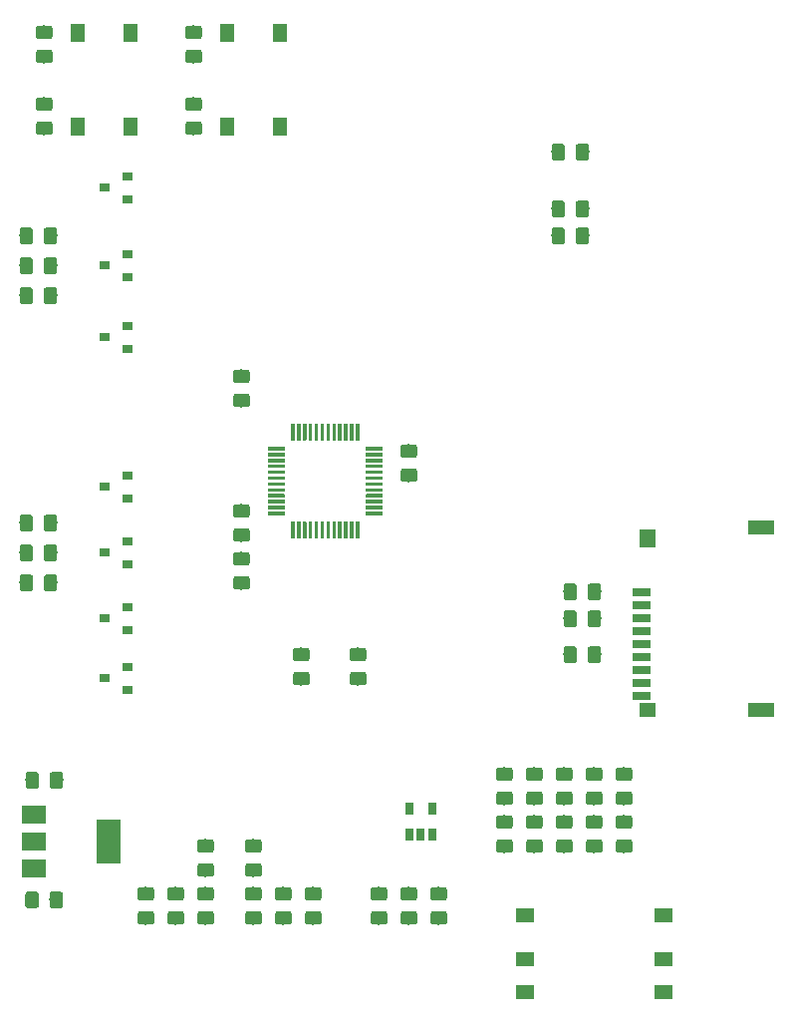
<source format=gtp>
G04 #@! TF.GenerationSoftware,KiCad,Pcbnew,5.1.4*
G04 #@! TF.CreationDate,2019-10-27T19:08:13+08:00*
G04 #@! TF.ProjectId,LaserScanningProjector,4c617365-7253-4636-916e-6e696e675072,rev?*
G04 #@! TF.SameCoordinates,Original*
G04 #@! TF.FileFunction,Paste,Top*
G04 #@! TF.FilePolarity,Positive*
%FSLAX46Y46*%
G04 Gerber Fmt 4.6, Leading zero omitted, Abs format (unit mm)*
G04 Created by KiCad (PCBNEW 5.1.4) date 2019-10-27 19:08:13*
%MOMM*%
%LPD*%
G04 APERTURE LIST*
%ADD10R,1.600000X1.300000*%
%ADD11R,1.400000X1.200000*%
%ADD12R,2.200000X1.200000*%
%ADD13R,1.400000X1.600000*%
%ADD14R,1.600000X0.700000*%
%ADD15R,2.000000X1.500000*%
%ADD16R,2.000000X3.800000*%
%ADD17R,0.650000X1.060000*%
%ADD18C,0.100000*%
%ADD19C,0.300000*%
%ADD20R,1.300000X1.550000*%
%ADD21C,1.150000*%
%ADD22R,0.900000X0.800000*%
G04 APERTURE END LIST*
D10*
X135948000Y-109422000D03*
X135948000Y-106622000D03*
X135948000Y-102922000D03*
X124148000Y-109422000D03*
X124148000Y-106622000D03*
X124148000Y-102922000D03*
D11*
X134612000Y-85474000D03*
D12*
X144212000Y-69974000D03*
D13*
X134612000Y-70874000D03*
D14*
X134112000Y-75474000D03*
X134112000Y-76574000D03*
X134112000Y-77674000D03*
X134112000Y-78774000D03*
X134112000Y-79874000D03*
X134112000Y-80974000D03*
X134112000Y-82074000D03*
X134112000Y-83174000D03*
X134112000Y-84274000D03*
D12*
X144212000Y-85474000D03*
D15*
X82468500Y-94325500D03*
X82468500Y-98925500D03*
X82468500Y-96625500D03*
D16*
X88768500Y-96625500D03*
D17*
X114366000Y-93896000D03*
X116266000Y-93896000D03*
X116266000Y-96096000D03*
X115316000Y-96096000D03*
X114366000Y-96096000D03*
D18*
G36*
X103695351Y-68640361D02*
G01*
X103702632Y-68641441D01*
X103709771Y-68643229D01*
X103716701Y-68645709D01*
X103723355Y-68648856D01*
X103729668Y-68652640D01*
X103735579Y-68657024D01*
X103741033Y-68661967D01*
X103745976Y-68667421D01*
X103750360Y-68673332D01*
X103754144Y-68679645D01*
X103757291Y-68686299D01*
X103759771Y-68693229D01*
X103761559Y-68700368D01*
X103762639Y-68707649D01*
X103763000Y-68715000D01*
X103763000Y-68865000D01*
X103762639Y-68872351D01*
X103761559Y-68879632D01*
X103759771Y-68886771D01*
X103757291Y-68893701D01*
X103754144Y-68900355D01*
X103750360Y-68906668D01*
X103745976Y-68912579D01*
X103741033Y-68918033D01*
X103735579Y-68922976D01*
X103729668Y-68927360D01*
X103723355Y-68931144D01*
X103716701Y-68934291D01*
X103709771Y-68936771D01*
X103702632Y-68938559D01*
X103695351Y-68939639D01*
X103688000Y-68940000D01*
X102363000Y-68940000D01*
X102355649Y-68939639D01*
X102348368Y-68938559D01*
X102341229Y-68936771D01*
X102334299Y-68934291D01*
X102327645Y-68931144D01*
X102321332Y-68927360D01*
X102315421Y-68922976D01*
X102309967Y-68918033D01*
X102305024Y-68912579D01*
X102300640Y-68906668D01*
X102296856Y-68900355D01*
X102293709Y-68893701D01*
X102291229Y-68886771D01*
X102289441Y-68879632D01*
X102288361Y-68872351D01*
X102288000Y-68865000D01*
X102288000Y-68715000D01*
X102288361Y-68707649D01*
X102289441Y-68700368D01*
X102291229Y-68693229D01*
X102293709Y-68686299D01*
X102296856Y-68679645D01*
X102300640Y-68673332D01*
X102305024Y-68667421D01*
X102309967Y-68661967D01*
X102315421Y-68657024D01*
X102321332Y-68652640D01*
X102327645Y-68648856D01*
X102334299Y-68645709D01*
X102341229Y-68643229D01*
X102348368Y-68641441D01*
X102355649Y-68640361D01*
X102363000Y-68640000D01*
X103688000Y-68640000D01*
X103695351Y-68640361D01*
X103695351Y-68640361D01*
G37*
D19*
X103025500Y-68790000D03*
D18*
G36*
X103695351Y-68140361D02*
G01*
X103702632Y-68141441D01*
X103709771Y-68143229D01*
X103716701Y-68145709D01*
X103723355Y-68148856D01*
X103729668Y-68152640D01*
X103735579Y-68157024D01*
X103741033Y-68161967D01*
X103745976Y-68167421D01*
X103750360Y-68173332D01*
X103754144Y-68179645D01*
X103757291Y-68186299D01*
X103759771Y-68193229D01*
X103761559Y-68200368D01*
X103762639Y-68207649D01*
X103763000Y-68215000D01*
X103763000Y-68365000D01*
X103762639Y-68372351D01*
X103761559Y-68379632D01*
X103759771Y-68386771D01*
X103757291Y-68393701D01*
X103754144Y-68400355D01*
X103750360Y-68406668D01*
X103745976Y-68412579D01*
X103741033Y-68418033D01*
X103735579Y-68422976D01*
X103729668Y-68427360D01*
X103723355Y-68431144D01*
X103716701Y-68434291D01*
X103709771Y-68436771D01*
X103702632Y-68438559D01*
X103695351Y-68439639D01*
X103688000Y-68440000D01*
X102363000Y-68440000D01*
X102355649Y-68439639D01*
X102348368Y-68438559D01*
X102341229Y-68436771D01*
X102334299Y-68434291D01*
X102327645Y-68431144D01*
X102321332Y-68427360D01*
X102315421Y-68422976D01*
X102309967Y-68418033D01*
X102305024Y-68412579D01*
X102300640Y-68406668D01*
X102296856Y-68400355D01*
X102293709Y-68393701D01*
X102291229Y-68386771D01*
X102289441Y-68379632D01*
X102288361Y-68372351D01*
X102288000Y-68365000D01*
X102288000Y-68215000D01*
X102288361Y-68207649D01*
X102289441Y-68200368D01*
X102291229Y-68193229D01*
X102293709Y-68186299D01*
X102296856Y-68179645D01*
X102300640Y-68173332D01*
X102305024Y-68167421D01*
X102309967Y-68161967D01*
X102315421Y-68157024D01*
X102321332Y-68152640D01*
X102327645Y-68148856D01*
X102334299Y-68145709D01*
X102341229Y-68143229D01*
X102348368Y-68141441D01*
X102355649Y-68140361D01*
X102363000Y-68140000D01*
X103688000Y-68140000D01*
X103695351Y-68140361D01*
X103695351Y-68140361D01*
G37*
D19*
X103025500Y-68290000D03*
D18*
G36*
X103695351Y-67640361D02*
G01*
X103702632Y-67641441D01*
X103709771Y-67643229D01*
X103716701Y-67645709D01*
X103723355Y-67648856D01*
X103729668Y-67652640D01*
X103735579Y-67657024D01*
X103741033Y-67661967D01*
X103745976Y-67667421D01*
X103750360Y-67673332D01*
X103754144Y-67679645D01*
X103757291Y-67686299D01*
X103759771Y-67693229D01*
X103761559Y-67700368D01*
X103762639Y-67707649D01*
X103763000Y-67715000D01*
X103763000Y-67865000D01*
X103762639Y-67872351D01*
X103761559Y-67879632D01*
X103759771Y-67886771D01*
X103757291Y-67893701D01*
X103754144Y-67900355D01*
X103750360Y-67906668D01*
X103745976Y-67912579D01*
X103741033Y-67918033D01*
X103735579Y-67922976D01*
X103729668Y-67927360D01*
X103723355Y-67931144D01*
X103716701Y-67934291D01*
X103709771Y-67936771D01*
X103702632Y-67938559D01*
X103695351Y-67939639D01*
X103688000Y-67940000D01*
X102363000Y-67940000D01*
X102355649Y-67939639D01*
X102348368Y-67938559D01*
X102341229Y-67936771D01*
X102334299Y-67934291D01*
X102327645Y-67931144D01*
X102321332Y-67927360D01*
X102315421Y-67922976D01*
X102309967Y-67918033D01*
X102305024Y-67912579D01*
X102300640Y-67906668D01*
X102296856Y-67900355D01*
X102293709Y-67893701D01*
X102291229Y-67886771D01*
X102289441Y-67879632D01*
X102288361Y-67872351D01*
X102288000Y-67865000D01*
X102288000Y-67715000D01*
X102288361Y-67707649D01*
X102289441Y-67700368D01*
X102291229Y-67693229D01*
X102293709Y-67686299D01*
X102296856Y-67679645D01*
X102300640Y-67673332D01*
X102305024Y-67667421D01*
X102309967Y-67661967D01*
X102315421Y-67657024D01*
X102321332Y-67652640D01*
X102327645Y-67648856D01*
X102334299Y-67645709D01*
X102341229Y-67643229D01*
X102348368Y-67641441D01*
X102355649Y-67640361D01*
X102363000Y-67640000D01*
X103688000Y-67640000D01*
X103695351Y-67640361D01*
X103695351Y-67640361D01*
G37*
D19*
X103025500Y-67790000D03*
D18*
G36*
X103695351Y-67140361D02*
G01*
X103702632Y-67141441D01*
X103709771Y-67143229D01*
X103716701Y-67145709D01*
X103723355Y-67148856D01*
X103729668Y-67152640D01*
X103735579Y-67157024D01*
X103741033Y-67161967D01*
X103745976Y-67167421D01*
X103750360Y-67173332D01*
X103754144Y-67179645D01*
X103757291Y-67186299D01*
X103759771Y-67193229D01*
X103761559Y-67200368D01*
X103762639Y-67207649D01*
X103763000Y-67215000D01*
X103763000Y-67365000D01*
X103762639Y-67372351D01*
X103761559Y-67379632D01*
X103759771Y-67386771D01*
X103757291Y-67393701D01*
X103754144Y-67400355D01*
X103750360Y-67406668D01*
X103745976Y-67412579D01*
X103741033Y-67418033D01*
X103735579Y-67422976D01*
X103729668Y-67427360D01*
X103723355Y-67431144D01*
X103716701Y-67434291D01*
X103709771Y-67436771D01*
X103702632Y-67438559D01*
X103695351Y-67439639D01*
X103688000Y-67440000D01*
X102363000Y-67440000D01*
X102355649Y-67439639D01*
X102348368Y-67438559D01*
X102341229Y-67436771D01*
X102334299Y-67434291D01*
X102327645Y-67431144D01*
X102321332Y-67427360D01*
X102315421Y-67422976D01*
X102309967Y-67418033D01*
X102305024Y-67412579D01*
X102300640Y-67406668D01*
X102296856Y-67400355D01*
X102293709Y-67393701D01*
X102291229Y-67386771D01*
X102289441Y-67379632D01*
X102288361Y-67372351D01*
X102288000Y-67365000D01*
X102288000Y-67215000D01*
X102288361Y-67207649D01*
X102289441Y-67200368D01*
X102291229Y-67193229D01*
X102293709Y-67186299D01*
X102296856Y-67179645D01*
X102300640Y-67173332D01*
X102305024Y-67167421D01*
X102309967Y-67161967D01*
X102315421Y-67157024D01*
X102321332Y-67152640D01*
X102327645Y-67148856D01*
X102334299Y-67145709D01*
X102341229Y-67143229D01*
X102348368Y-67141441D01*
X102355649Y-67140361D01*
X102363000Y-67140000D01*
X103688000Y-67140000D01*
X103695351Y-67140361D01*
X103695351Y-67140361D01*
G37*
D19*
X103025500Y-67290000D03*
D18*
G36*
X103695351Y-66640361D02*
G01*
X103702632Y-66641441D01*
X103709771Y-66643229D01*
X103716701Y-66645709D01*
X103723355Y-66648856D01*
X103729668Y-66652640D01*
X103735579Y-66657024D01*
X103741033Y-66661967D01*
X103745976Y-66667421D01*
X103750360Y-66673332D01*
X103754144Y-66679645D01*
X103757291Y-66686299D01*
X103759771Y-66693229D01*
X103761559Y-66700368D01*
X103762639Y-66707649D01*
X103763000Y-66715000D01*
X103763000Y-66865000D01*
X103762639Y-66872351D01*
X103761559Y-66879632D01*
X103759771Y-66886771D01*
X103757291Y-66893701D01*
X103754144Y-66900355D01*
X103750360Y-66906668D01*
X103745976Y-66912579D01*
X103741033Y-66918033D01*
X103735579Y-66922976D01*
X103729668Y-66927360D01*
X103723355Y-66931144D01*
X103716701Y-66934291D01*
X103709771Y-66936771D01*
X103702632Y-66938559D01*
X103695351Y-66939639D01*
X103688000Y-66940000D01*
X102363000Y-66940000D01*
X102355649Y-66939639D01*
X102348368Y-66938559D01*
X102341229Y-66936771D01*
X102334299Y-66934291D01*
X102327645Y-66931144D01*
X102321332Y-66927360D01*
X102315421Y-66922976D01*
X102309967Y-66918033D01*
X102305024Y-66912579D01*
X102300640Y-66906668D01*
X102296856Y-66900355D01*
X102293709Y-66893701D01*
X102291229Y-66886771D01*
X102289441Y-66879632D01*
X102288361Y-66872351D01*
X102288000Y-66865000D01*
X102288000Y-66715000D01*
X102288361Y-66707649D01*
X102289441Y-66700368D01*
X102291229Y-66693229D01*
X102293709Y-66686299D01*
X102296856Y-66679645D01*
X102300640Y-66673332D01*
X102305024Y-66667421D01*
X102309967Y-66661967D01*
X102315421Y-66657024D01*
X102321332Y-66652640D01*
X102327645Y-66648856D01*
X102334299Y-66645709D01*
X102341229Y-66643229D01*
X102348368Y-66641441D01*
X102355649Y-66640361D01*
X102363000Y-66640000D01*
X103688000Y-66640000D01*
X103695351Y-66640361D01*
X103695351Y-66640361D01*
G37*
D19*
X103025500Y-66790000D03*
D18*
G36*
X103695351Y-66140361D02*
G01*
X103702632Y-66141441D01*
X103709771Y-66143229D01*
X103716701Y-66145709D01*
X103723355Y-66148856D01*
X103729668Y-66152640D01*
X103735579Y-66157024D01*
X103741033Y-66161967D01*
X103745976Y-66167421D01*
X103750360Y-66173332D01*
X103754144Y-66179645D01*
X103757291Y-66186299D01*
X103759771Y-66193229D01*
X103761559Y-66200368D01*
X103762639Y-66207649D01*
X103763000Y-66215000D01*
X103763000Y-66365000D01*
X103762639Y-66372351D01*
X103761559Y-66379632D01*
X103759771Y-66386771D01*
X103757291Y-66393701D01*
X103754144Y-66400355D01*
X103750360Y-66406668D01*
X103745976Y-66412579D01*
X103741033Y-66418033D01*
X103735579Y-66422976D01*
X103729668Y-66427360D01*
X103723355Y-66431144D01*
X103716701Y-66434291D01*
X103709771Y-66436771D01*
X103702632Y-66438559D01*
X103695351Y-66439639D01*
X103688000Y-66440000D01*
X102363000Y-66440000D01*
X102355649Y-66439639D01*
X102348368Y-66438559D01*
X102341229Y-66436771D01*
X102334299Y-66434291D01*
X102327645Y-66431144D01*
X102321332Y-66427360D01*
X102315421Y-66422976D01*
X102309967Y-66418033D01*
X102305024Y-66412579D01*
X102300640Y-66406668D01*
X102296856Y-66400355D01*
X102293709Y-66393701D01*
X102291229Y-66386771D01*
X102289441Y-66379632D01*
X102288361Y-66372351D01*
X102288000Y-66365000D01*
X102288000Y-66215000D01*
X102288361Y-66207649D01*
X102289441Y-66200368D01*
X102291229Y-66193229D01*
X102293709Y-66186299D01*
X102296856Y-66179645D01*
X102300640Y-66173332D01*
X102305024Y-66167421D01*
X102309967Y-66161967D01*
X102315421Y-66157024D01*
X102321332Y-66152640D01*
X102327645Y-66148856D01*
X102334299Y-66145709D01*
X102341229Y-66143229D01*
X102348368Y-66141441D01*
X102355649Y-66140361D01*
X102363000Y-66140000D01*
X103688000Y-66140000D01*
X103695351Y-66140361D01*
X103695351Y-66140361D01*
G37*
D19*
X103025500Y-66290000D03*
D18*
G36*
X103695351Y-65640361D02*
G01*
X103702632Y-65641441D01*
X103709771Y-65643229D01*
X103716701Y-65645709D01*
X103723355Y-65648856D01*
X103729668Y-65652640D01*
X103735579Y-65657024D01*
X103741033Y-65661967D01*
X103745976Y-65667421D01*
X103750360Y-65673332D01*
X103754144Y-65679645D01*
X103757291Y-65686299D01*
X103759771Y-65693229D01*
X103761559Y-65700368D01*
X103762639Y-65707649D01*
X103763000Y-65715000D01*
X103763000Y-65865000D01*
X103762639Y-65872351D01*
X103761559Y-65879632D01*
X103759771Y-65886771D01*
X103757291Y-65893701D01*
X103754144Y-65900355D01*
X103750360Y-65906668D01*
X103745976Y-65912579D01*
X103741033Y-65918033D01*
X103735579Y-65922976D01*
X103729668Y-65927360D01*
X103723355Y-65931144D01*
X103716701Y-65934291D01*
X103709771Y-65936771D01*
X103702632Y-65938559D01*
X103695351Y-65939639D01*
X103688000Y-65940000D01*
X102363000Y-65940000D01*
X102355649Y-65939639D01*
X102348368Y-65938559D01*
X102341229Y-65936771D01*
X102334299Y-65934291D01*
X102327645Y-65931144D01*
X102321332Y-65927360D01*
X102315421Y-65922976D01*
X102309967Y-65918033D01*
X102305024Y-65912579D01*
X102300640Y-65906668D01*
X102296856Y-65900355D01*
X102293709Y-65893701D01*
X102291229Y-65886771D01*
X102289441Y-65879632D01*
X102288361Y-65872351D01*
X102288000Y-65865000D01*
X102288000Y-65715000D01*
X102288361Y-65707649D01*
X102289441Y-65700368D01*
X102291229Y-65693229D01*
X102293709Y-65686299D01*
X102296856Y-65679645D01*
X102300640Y-65673332D01*
X102305024Y-65667421D01*
X102309967Y-65661967D01*
X102315421Y-65657024D01*
X102321332Y-65652640D01*
X102327645Y-65648856D01*
X102334299Y-65645709D01*
X102341229Y-65643229D01*
X102348368Y-65641441D01*
X102355649Y-65640361D01*
X102363000Y-65640000D01*
X103688000Y-65640000D01*
X103695351Y-65640361D01*
X103695351Y-65640361D01*
G37*
D19*
X103025500Y-65790000D03*
D18*
G36*
X103695351Y-65140361D02*
G01*
X103702632Y-65141441D01*
X103709771Y-65143229D01*
X103716701Y-65145709D01*
X103723355Y-65148856D01*
X103729668Y-65152640D01*
X103735579Y-65157024D01*
X103741033Y-65161967D01*
X103745976Y-65167421D01*
X103750360Y-65173332D01*
X103754144Y-65179645D01*
X103757291Y-65186299D01*
X103759771Y-65193229D01*
X103761559Y-65200368D01*
X103762639Y-65207649D01*
X103763000Y-65215000D01*
X103763000Y-65365000D01*
X103762639Y-65372351D01*
X103761559Y-65379632D01*
X103759771Y-65386771D01*
X103757291Y-65393701D01*
X103754144Y-65400355D01*
X103750360Y-65406668D01*
X103745976Y-65412579D01*
X103741033Y-65418033D01*
X103735579Y-65422976D01*
X103729668Y-65427360D01*
X103723355Y-65431144D01*
X103716701Y-65434291D01*
X103709771Y-65436771D01*
X103702632Y-65438559D01*
X103695351Y-65439639D01*
X103688000Y-65440000D01*
X102363000Y-65440000D01*
X102355649Y-65439639D01*
X102348368Y-65438559D01*
X102341229Y-65436771D01*
X102334299Y-65434291D01*
X102327645Y-65431144D01*
X102321332Y-65427360D01*
X102315421Y-65422976D01*
X102309967Y-65418033D01*
X102305024Y-65412579D01*
X102300640Y-65406668D01*
X102296856Y-65400355D01*
X102293709Y-65393701D01*
X102291229Y-65386771D01*
X102289441Y-65379632D01*
X102288361Y-65372351D01*
X102288000Y-65365000D01*
X102288000Y-65215000D01*
X102288361Y-65207649D01*
X102289441Y-65200368D01*
X102291229Y-65193229D01*
X102293709Y-65186299D01*
X102296856Y-65179645D01*
X102300640Y-65173332D01*
X102305024Y-65167421D01*
X102309967Y-65161967D01*
X102315421Y-65157024D01*
X102321332Y-65152640D01*
X102327645Y-65148856D01*
X102334299Y-65145709D01*
X102341229Y-65143229D01*
X102348368Y-65141441D01*
X102355649Y-65140361D01*
X102363000Y-65140000D01*
X103688000Y-65140000D01*
X103695351Y-65140361D01*
X103695351Y-65140361D01*
G37*
D19*
X103025500Y-65290000D03*
D18*
G36*
X103695351Y-64640361D02*
G01*
X103702632Y-64641441D01*
X103709771Y-64643229D01*
X103716701Y-64645709D01*
X103723355Y-64648856D01*
X103729668Y-64652640D01*
X103735579Y-64657024D01*
X103741033Y-64661967D01*
X103745976Y-64667421D01*
X103750360Y-64673332D01*
X103754144Y-64679645D01*
X103757291Y-64686299D01*
X103759771Y-64693229D01*
X103761559Y-64700368D01*
X103762639Y-64707649D01*
X103763000Y-64715000D01*
X103763000Y-64865000D01*
X103762639Y-64872351D01*
X103761559Y-64879632D01*
X103759771Y-64886771D01*
X103757291Y-64893701D01*
X103754144Y-64900355D01*
X103750360Y-64906668D01*
X103745976Y-64912579D01*
X103741033Y-64918033D01*
X103735579Y-64922976D01*
X103729668Y-64927360D01*
X103723355Y-64931144D01*
X103716701Y-64934291D01*
X103709771Y-64936771D01*
X103702632Y-64938559D01*
X103695351Y-64939639D01*
X103688000Y-64940000D01*
X102363000Y-64940000D01*
X102355649Y-64939639D01*
X102348368Y-64938559D01*
X102341229Y-64936771D01*
X102334299Y-64934291D01*
X102327645Y-64931144D01*
X102321332Y-64927360D01*
X102315421Y-64922976D01*
X102309967Y-64918033D01*
X102305024Y-64912579D01*
X102300640Y-64906668D01*
X102296856Y-64900355D01*
X102293709Y-64893701D01*
X102291229Y-64886771D01*
X102289441Y-64879632D01*
X102288361Y-64872351D01*
X102288000Y-64865000D01*
X102288000Y-64715000D01*
X102288361Y-64707649D01*
X102289441Y-64700368D01*
X102291229Y-64693229D01*
X102293709Y-64686299D01*
X102296856Y-64679645D01*
X102300640Y-64673332D01*
X102305024Y-64667421D01*
X102309967Y-64661967D01*
X102315421Y-64657024D01*
X102321332Y-64652640D01*
X102327645Y-64648856D01*
X102334299Y-64645709D01*
X102341229Y-64643229D01*
X102348368Y-64641441D01*
X102355649Y-64640361D01*
X102363000Y-64640000D01*
X103688000Y-64640000D01*
X103695351Y-64640361D01*
X103695351Y-64640361D01*
G37*
D19*
X103025500Y-64790000D03*
D18*
G36*
X103695351Y-64140361D02*
G01*
X103702632Y-64141441D01*
X103709771Y-64143229D01*
X103716701Y-64145709D01*
X103723355Y-64148856D01*
X103729668Y-64152640D01*
X103735579Y-64157024D01*
X103741033Y-64161967D01*
X103745976Y-64167421D01*
X103750360Y-64173332D01*
X103754144Y-64179645D01*
X103757291Y-64186299D01*
X103759771Y-64193229D01*
X103761559Y-64200368D01*
X103762639Y-64207649D01*
X103763000Y-64215000D01*
X103763000Y-64365000D01*
X103762639Y-64372351D01*
X103761559Y-64379632D01*
X103759771Y-64386771D01*
X103757291Y-64393701D01*
X103754144Y-64400355D01*
X103750360Y-64406668D01*
X103745976Y-64412579D01*
X103741033Y-64418033D01*
X103735579Y-64422976D01*
X103729668Y-64427360D01*
X103723355Y-64431144D01*
X103716701Y-64434291D01*
X103709771Y-64436771D01*
X103702632Y-64438559D01*
X103695351Y-64439639D01*
X103688000Y-64440000D01*
X102363000Y-64440000D01*
X102355649Y-64439639D01*
X102348368Y-64438559D01*
X102341229Y-64436771D01*
X102334299Y-64434291D01*
X102327645Y-64431144D01*
X102321332Y-64427360D01*
X102315421Y-64422976D01*
X102309967Y-64418033D01*
X102305024Y-64412579D01*
X102300640Y-64406668D01*
X102296856Y-64400355D01*
X102293709Y-64393701D01*
X102291229Y-64386771D01*
X102289441Y-64379632D01*
X102288361Y-64372351D01*
X102288000Y-64365000D01*
X102288000Y-64215000D01*
X102288361Y-64207649D01*
X102289441Y-64200368D01*
X102291229Y-64193229D01*
X102293709Y-64186299D01*
X102296856Y-64179645D01*
X102300640Y-64173332D01*
X102305024Y-64167421D01*
X102309967Y-64161967D01*
X102315421Y-64157024D01*
X102321332Y-64152640D01*
X102327645Y-64148856D01*
X102334299Y-64145709D01*
X102341229Y-64143229D01*
X102348368Y-64141441D01*
X102355649Y-64140361D01*
X102363000Y-64140000D01*
X103688000Y-64140000D01*
X103695351Y-64140361D01*
X103695351Y-64140361D01*
G37*
D19*
X103025500Y-64290000D03*
D18*
G36*
X103695351Y-63640361D02*
G01*
X103702632Y-63641441D01*
X103709771Y-63643229D01*
X103716701Y-63645709D01*
X103723355Y-63648856D01*
X103729668Y-63652640D01*
X103735579Y-63657024D01*
X103741033Y-63661967D01*
X103745976Y-63667421D01*
X103750360Y-63673332D01*
X103754144Y-63679645D01*
X103757291Y-63686299D01*
X103759771Y-63693229D01*
X103761559Y-63700368D01*
X103762639Y-63707649D01*
X103763000Y-63715000D01*
X103763000Y-63865000D01*
X103762639Y-63872351D01*
X103761559Y-63879632D01*
X103759771Y-63886771D01*
X103757291Y-63893701D01*
X103754144Y-63900355D01*
X103750360Y-63906668D01*
X103745976Y-63912579D01*
X103741033Y-63918033D01*
X103735579Y-63922976D01*
X103729668Y-63927360D01*
X103723355Y-63931144D01*
X103716701Y-63934291D01*
X103709771Y-63936771D01*
X103702632Y-63938559D01*
X103695351Y-63939639D01*
X103688000Y-63940000D01*
X102363000Y-63940000D01*
X102355649Y-63939639D01*
X102348368Y-63938559D01*
X102341229Y-63936771D01*
X102334299Y-63934291D01*
X102327645Y-63931144D01*
X102321332Y-63927360D01*
X102315421Y-63922976D01*
X102309967Y-63918033D01*
X102305024Y-63912579D01*
X102300640Y-63906668D01*
X102296856Y-63900355D01*
X102293709Y-63893701D01*
X102291229Y-63886771D01*
X102289441Y-63879632D01*
X102288361Y-63872351D01*
X102288000Y-63865000D01*
X102288000Y-63715000D01*
X102288361Y-63707649D01*
X102289441Y-63700368D01*
X102291229Y-63693229D01*
X102293709Y-63686299D01*
X102296856Y-63679645D01*
X102300640Y-63673332D01*
X102305024Y-63667421D01*
X102309967Y-63661967D01*
X102315421Y-63657024D01*
X102321332Y-63652640D01*
X102327645Y-63648856D01*
X102334299Y-63645709D01*
X102341229Y-63643229D01*
X102348368Y-63641441D01*
X102355649Y-63640361D01*
X102363000Y-63640000D01*
X103688000Y-63640000D01*
X103695351Y-63640361D01*
X103695351Y-63640361D01*
G37*
D19*
X103025500Y-63790000D03*
D18*
G36*
X103695351Y-63140361D02*
G01*
X103702632Y-63141441D01*
X103709771Y-63143229D01*
X103716701Y-63145709D01*
X103723355Y-63148856D01*
X103729668Y-63152640D01*
X103735579Y-63157024D01*
X103741033Y-63161967D01*
X103745976Y-63167421D01*
X103750360Y-63173332D01*
X103754144Y-63179645D01*
X103757291Y-63186299D01*
X103759771Y-63193229D01*
X103761559Y-63200368D01*
X103762639Y-63207649D01*
X103763000Y-63215000D01*
X103763000Y-63365000D01*
X103762639Y-63372351D01*
X103761559Y-63379632D01*
X103759771Y-63386771D01*
X103757291Y-63393701D01*
X103754144Y-63400355D01*
X103750360Y-63406668D01*
X103745976Y-63412579D01*
X103741033Y-63418033D01*
X103735579Y-63422976D01*
X103729668Y-63427360D01*
X103723355Y-63431144D01*
X103716701Y-63434291D01*
X103709771Y-63436771D01*
X103702632Y-63438559D01*
X103695351Y-63439639D01*
X103688000Y-63440000D01*
X102363000Y-63440000D01*
X102355649Y-63439639D01*
X102348368Y-63438559D01*
X102341229Y-63436771D01*
X102334299Y-63434291D01*
X102327645Y-63431144D01*
X102321332Y-63427360D01*
X102315421Y-63422976D01*
X102309967Y-63418033D01*
X102305024Y-63412579D01*
X102300640Y-63406668D01*
X102296856Y-63400355D01*
X102293709Y-63393701D01*
X102291229Y-63386771D01*
X102289441Y-63379632D01*
X102288361Y-63372351D01*
X102288000Y-63365000D01*
X102288000Y-63215000D01*
X102288361Y-63207649D01*
X102289441Y-63200368D01*
X102291229Y-63193229D01*
X102293709Y-63186299D01*
X102296856Y-63179645D01*
X102300640Y-63173332D01*
X102305024Y-63167421D01*
X102309967Y-63161967D01*
X102315421Y-63157024D01*
X102321332Y-63152640D01*
X102327645Y-63148856D01*
X102334299Y-63145709D01*
X102341229Y-63143229D01*
X102348368Y-63141441D01*
X102355649Y-63140361D01*
X102363000Y-63140000D01*
X103688000Y-63140000D01*
X103695351Y-63140361D01*
X103695351Y-63140361D01*
G37*
D19*
X103025500Y-63290000D03*
D18*
G36*
X104520351Y-61140361D02*
G01*
X104527632Y-61141441D01*
X104534771Y-61143229D01*
X104541701Y-61145709D01*
X104548355Y-61148856D01*
X104554668Y-61152640D01*
X104560579Y-61157024D01*
X104566033Y-61161967D01*
X104570976Y-61167421D01*
X104575360Y-61173332D01*
X104579144Y-61179645D01*
X104582291Y-61186299D01*
X104584771Y-61193229D01*
X104586559Y-61200368D01*
X104587639Y-61207649D01*
X104588000Y-61215000D01*
X104588000Y-62540000D01*
X104587639Y-62547351D01*
X104586559Y-62554632D01*
X104584771Y-62561771D01*
X104582291Y-62568701D01*
X104579144Y-62575355D01*
X104575360Y-62581668D01*
X104570976Y-62587579D01*
X104566033Y-62593033D01*
X104560579Y-62597976D01*
X104554668Y-62602360D01*
X104548355Y-62606144D01*
X104541701Y-62609291D01*
X104534771Y-62611771D01*
X104527632Y-62613559D01*
X104520351Y-62614639D01*
X104513000Y-62615000D01*
X104363000Y-62615000D01*
X104355649Y-62614639D01*
X104348368Y-62613559D01*
X104341229Y-62611771D01*
X104334299Y-62609291D01*
X104327645Y-62606144D01*
X104321332Y-62602360D01*
X104315421Y-62597976D01*
X104309967Y-62593033D01*
X104305024Y-62587579D01*
X104300640Y-62581668D01*
X104296856Y-62575355D01*
X104293709Y-62568701D01*
X104291229Y-62561771D01*
X104289441Y-62554632D01*
X104288361Y-62547351D01*
X104288000Y-62540000D01*
X104288000Y-61215000D01*
X104288361Y-61207649D01*
X104289441Y-61200368D01*
X104291229Y-61193229D01*
X104293709Y-61186299D01*
X104296856Y-61179645D01*
X104300640Y-61173332D01*
X104305024Y-61167421D01*
X104309967Y-61161967D01*
X104315421Y-61157024D01*
X104321332Y-61152640D01*
X104327645Y-61148856D01*
X104334299Y-61145709D01*
X104341229Y-61143229D01*
X104348368Y-61141441D01*
X104355649Y-61140361D01*
X104363000Y-61140000D01*
X104513000Y-61140000D01*
X104520351Y-61140361D01*
X104520351Y-61140361D01*
G37*
D19*
X104438000Y-61877500D03*
D18*
G36*
X105020351Y-61140361D02*
G01*
X105027632Y-61141441D01*
X105034771Y-61143229D01*
X105041701Y-61145709D01*
X105048355Y-61148856D01*
X105054668Y-61152640D01*
X105060579Y-61157024D01*
X105066033Y-61161967D01*
X105070976Y-61167421D01*
X105075360Y-61173332D01*
X105079144Y-61179645D01*
X105082291Y-61186299D01*
X105084771Y-61193229D01*
X105086559Y-61200368D01*
X105087639Y-61207649D01*
X105088000Y-61215000D01*
X105088000Y-62540000D01*
X105087639Y-62547351D01*
X105086559Y-62554632D01*
X105084771Y-62561771D01*
X105082291Y-62568701D01*
X105079144Y-62575355D01*
X105075360Y-62581668D01*
X105070976Y-62587579D01*
X105066033Y-62593033D01*
X105060579Y-62597976D01*
X105054668Y-62602360D01*
X105048355Y-62606144D01*
X105041701Y-62609291D01*
X105034771Y-62611771D01*
X105027632Y-62613559D01*
X105020351Y-62614639D01*
X105013000Y-62615000D01*
X104863000Y-62615000D01*
X104855649Y-62614639D01*
X104848368Y-62613559D01*
X104841229Y-62611771D01*
X104834299Y-62609291D01*
X104827645Y-62606144D01*
X104821332Y-62602360D01*
X104815421Y-62597976D01*
X104809967Y-62593033D01*
X104805024Y-62587579D01*
X104800640Y-62581668D01*
X104796856Y-62575355D01*
X104793709Y-62568701D01*
X104791229Y-62561771D01*
X104789441Y-62554632D01*
X104788361Y-62547351D01*
X104788000Y-62540000D01*
X104788000Y-61215000D01*
X104788361Y-61207649D01*
X104789441Y-61200368D01*
X104791229Y-61193229D01*
X104793709Y-61186299D01*
X104796856Y-61179645D01*
X104800640Y-61173332D01*
X104805024Y-61167421D01*
X104809967Y-61161967D01*
X104815421Y-61157024D01*
X104821332Y-61152640D01*
X104827645Y-61148856D01*
X104834299Y-61145709D01*
X104841229Y-61143229D01*
X104848368Y-61141441D01*
X104855649Y-61140361D01*
X104863000Y-61140000D01*
X105013000Y-61140000D01*
X105020351Y-61140361D01*
X105020351Y-61140361D01*
G37*
D19*
X104938000Y-61877500D03*
D18*
G36*
X105520351Y-61140361D02*
G01*
X105527632Y-61141441D01*
X105534771Y-61143229D01*
X105541701Y-61145709D01*
X105548355Y-61148856D01*
X105554668Y-61152640D01*
X105560579Y-61157024D01*
X105566033Y-61161967D01*
X105570976Y-61167421D01*
X105575360Y-61173332D01*
X105579144Y-61179645D01*
X105582291Y-61186299D01*
X105584771Y-61193229D01*
X105586559Y-61200368D01*
X105587639Y-61207649D01*
X105588000Y-61215000D01*
X105588000Y-62540000D01*
X105587639Y-62547351D01*
X105586559Y-62554632D01*
X105584771Y-62561771D01*
X105582291Y-62568701D01*
X105579144Y-62575355D01*
X105575360Y-62581668D01*
X105570976Y-62587579D01*
X105566033Y-62593033D01*
X105560579Y-62597976D01*
X105554668Y-62602360D01*
X105548355Y-62606144D01*
X105541701Y-62609291D01*
X105534771Y-62611771D01*
X105527632Y-62613559D01*
X105520351Y-62614639D01*
X105513000Y-62615000D01*
X105363000Y-62615000D01*
X105355649Y-62614639D01*
X105348368Y-62613559D01*
X105341229Y-62611771D01*
X105334299Y-62609291D01*
X105327645Y-62606144D01*
X105321332Y-62602360D01*
X105315421Y-62597976D01*
X105309967Y-62593033D01*
X105305024Y-62587579D01*
X105300640Y-62581668D01*
X105296856Y-62575355D01*
X105293709Y-62568701D01*
X105291229Y-62561771D01*
X105289441Y-62554632D01*
X105288361Y-62547351D01*
X105288000Y-62540000D01*
X105288000Y-61215000D01*
X105288361Y-61207649D01*
X105289441Y-61200368D01*
X105291229Y-61193229D01*
X105293709Y-61186299D01*
X105296856Y-61179645D01*
X105300640Y-61173332D01*
X105305024Y-61167421D01*
X105309967Y-61161967D01*
X105315421Y-61157024D01*
X105321332Y-61152640D01*
X105327645Y-61148856D01*
X105334299Y-61145709D01*
X105341229Y-61143229D01*
X105348368Y-61141441D01*
X105355649Y-61140361D01*
X105363000Y-61140000D01*
X105513000Y-61140000D01*
X105520351Y-61140361D01*
X105520351Y-61140361D01*
G37*
D19*
X105438000Y-61877500D03*
D18*
G36*
X106020351Y-61140361D02*
G01*
X106027632Y-61141441D01*
X106034771Y-61143229D01*
X106041701Y-61145709D01*
X106048355Y-61148856D01*
X106054668Y-61152640D01*
X106060579Y-61157024D01*
X106066033Y-61161967D01*
X106070976Y-61167421D01*
X106075360Y-61173332D01*
X106079144Y-61179645D01*
X106082291Y-61186299D01*
X106084771Y-61193229D01*
X106086559Y-61200368D01*
X106087639Y-61207649D01*
X106088000Y-61215000D01*
X106088000Y-62540000D01*
X106087639Y-62547351D01*
X106086559Y-62554632D01*
X106084771Y-62561771D01*
X106082291Y-62568701D01*
X106079144Y-62575355D01*
X106075360Y-62581668D01*
X106070976Y-62587579D01*
X106066033Y-62593033D01*
X106060579Y-62597976D01*
X106054668Y-62602360D01*
X106048355Y-62606144D01*
X106041701Y-62609291D01*
X106034771Y-62611771D01*
X106027632Y-62613559D01*
X106020351Y-62614639D01*
X106013000Y-62615000D01*
X105863000Y-62615000D01*
X105855649Y-62614639D01*
X105848368Y-62613559D01*
X105841229Y-62611771D01*
X105834299Y-62609291D01*
X105827645Y-62606144D01*
X105821332Y-62602360D01*
X105815421Y-62597976D01*
X105809967Y-62593033D01*
X105805024Y-62587579D01*
X105800640Y-62581668D01*
X105796856Y-62575355D01*
X105793709Y-62568701D01*
X105791229Y-62561771D01*
X105789441Y-62554632D01*
X105788361Y-62547351D01*
X105788000Y-62540000D01*
X105788000Y-61215000D01*
X105788361Y-61207649D01*
X105789441Y-61200368D01*
X105791229Y-61193229D01*
X105793709Y-61186299D01*
X105796856Y-61179645D01*
X105800640Y-61173332D01*
X105805024Y-61167421D01*
X105809967Y-61161967D01*
X105815421Y-61157024D01*
X105821332Y-61152640D01*
X105827645Y-61148856D01*
X105834299Y-61145709D01*
X105841229Y-61143229D01*
X105848368Y-61141441D01*
X105855649Y-61140361D01*
X105863000Y-61140000D01*
X106013000Y-61140000D01*
X106020351Y-61140361D01*
X106020351Y-61140361D01*
G37*
D19*
X105938000Y-61877500D03*
D18*
G36*
X106520351Y-61140361D02*
G01*
X106527632Y-61141441D01*
X106534771Y-61143229D01*
X106541701Y-61145709D01*
X106548355Y-61148856D01*
X106554668Y-61152640D01*
X106560579Y-61157024D01*
X106566033Y-61161967D01*
X106570976Y-61167421D01*
X106575360Y-61173332D01*
X106579144Y-61179645D01*
X106582291Y-61186299D01*
X106584771Y-61193229D01*
X106586559Y-61200368D01*
X106587639Y-61207649D01*
X106588000Y-61215000D01*
X106588000Y-62540000D01*
X106587639Y-62547351D01*
X106586559Y-62554632D01*
X106584771Y-62561771D01*
X106582291Y-62568701D01*
X106579144Y-62575355D01*
X106575360Y-62581668D01*
X106570976Y-62587579D01*
X106566033Y-62593033D01*
X106560579Y-62597976D01*
X106554668Y-62602360D01*
X106548355Y-62606144D01*
X106541701Y-62609291D01*
X106534771Y-62611771D01*
X106527632Y-62613559D01*
X106520351Y-62614639D01*
X106513000Y-62615000D01*
X106363000Y-62615000D01*
X106355649Y-62614639D01*
X106348368Y-62613559D01*
X106341229Y-62611771D01*
X106334299Y-62609291D01*
X106327645Y-62606144D01*
X106321332Y-62602360D01*
X106315421Y-62597976D01*
X106309967Y-62593033D01*
X106305024Y-62587579D01*
X106300640Y-62581668D01*
X106296856Y-62575355D01*
X106293709Y-62568701D01*
X106291229Y-62561771D01*
X106289441Y-62554632D01*
X106288361Y-62547351D01*
X106288000Y-62540000D01*
X106288000Y-61215000D01*
X106288361Y-61207649D01*
X106289441Y-61200368D01*
X106291229Y-61193229D01*
X106293709Y-61186299D01*
X106296856Y-61179645D01*
X106300640Y-61173332D01*
X106305024Y-61167421D01*
X106309967Y-61161967D01*
X106315421Y-61157024D01*
X106321332Y-61152640D01*
X106327645Y-61148856D01*
X106334299Y-61145709D01*
X106341229Y-61143229D01*
X106348368Y-61141441D01*
X106355649Y-61140361D01*
X106363000Y-61140000D01*
X106513000Y-61140000D01*
X106520351Y-61140361D01*
X106520351Y-61140361D01*
G37*
D19*
X106438000Y-61877500D03*
D18*
G36*
X107020351Y-61140361D02*
G01*
X107027632Y-61141441D01*
X107034771Y-61143229D01*
X107041701Y-61145709D01*
X107048355Y-61148856D01*
X107054668Y-61152640D01*
X107060579Y-61157024D01*
X107066033Y-61161967D01*
X107070976Y-61167421D01*
X107075360Y-61173332D01*
X107079144Y-61179645D01*
X107082291Y-61186299D01*
X107084771Y-61193229D01*
X107086559Y-61200368D01*
X107087639Y-61207649D01*
X107088000Y-61215000D01*
X107088000Y-62540000D01*
X107087639Y-62547351D01*
X107086559Y-62554632D01*
X107084771Y-62561771D01*
X107082291Y-62568701D01*
X107079144Y-62575355D01*
X107075360Y-62581668D01*
X107070976Y-62587579D01*
X107066033Y-62593033D01*
X107060579Y-62597976D01*
X107054668Y-62602360D01*
X107048355Y-62606144D01*
X107041701Y-62609291D01*
X107034771Y-62611771D01*
X107027632Y-62613559D01*
X107020351Y-62614639D01*
X107013000Y-62615000D01*
X106863000Y-62615000D01*
X106855649Y-62614639D01*
X106848368Y-62613559D01*
X106841229Y-62611771D01*
X106834299Y-62609291D01*
X106827645Y-62606144D01*
X106821332Y-62602360D01*
X106815421Y-62597976D01*
X106809967Y-62593033D01*
X106805024Y-62587579D01*
X106800640Y-62581668D01*
X106796856Y-62575355D01*
X106793709Y-62568701D01*
X106791229Y-62561771D01*
X106789441Y-62554632D01*
X106788361Y-62547351D01*
X106788000Y-62540000D01*
X106788000Y-61215000D01*
X106788361Y-61207649D01*
X106789441Y-61200368D01*
X106791229Y-61193229D01*
X106793709Y-61186299D01*
X106796856Y-61179645D01*
X106800640Y-61173332D01*
X106805024Y-61167421D01*
X106809967Y-61161967D01*
X106815421Y-61157024D01*
X106821332Y-61152640D01*
X106827645Y-61148856D01*
X106834299Y-61145709D01*
X106841229Y-61143229D01*
X106848368Y-61141441D01*
X106855649Y-61140361D01*
X106863000Y-61140000D01*
X107013000Y-61140000D01*
X107020351Y-61140361D01*
X107020351Y-61140361D01*
G37*
D19*
X106938000Y-61877500D03*
D18*
G36*
X107520351Y-61140361D02*
G01*
X107527632Y-61141441D01*
X107534771Y-61143229D01*
X107541701Y-61145709D01*
X107548355Y-61148856D01*
X107554668Y-61152640D01*
X107560579Y-61157024D01*
X107566033Y-61161967D01*
X107570976Y-61167421D01*
X107575360Y-61173332D01*
X107579144Y-61179645D01*
X107582291Y-61186299D01*
X107584771Y-61193229D01*
X107586559Y-61200368D01*
X107587639Y-61207649D01*
X107588000Y-61215000D01*
X107588000Y-62540000D01*
X107587639Y-62547351D01*
X107586559Y-62554632D01*
X107584771Y-62561771D01*
X107582291Y-62568701D01*
X107579144Y-62575355D01*
X107575360Y-62581668D01*
X107570976Y-62587579D01*
X107566033Y-62593033D01*
X107560579Y-62597976D01*
X107554668Y-62602360D01*
X107548355Y-62606144D01*
X107541701Y-62609291D01*
X107534771Y-62611771D01*
X107527632Y-62613559D01*
X107520351Y-62614639D01*
X107513000Y-62615000D01*
X107363000Y-62615000D01*
X107355649Y-62614639D01*
X107348368Y-62613559D01*
X107341229Y-62611771D01*
X107334299Y-62609291D01*
X107327645Y-62606144D01*
X107321332Y-62602360D01*
X107315421Y-62597976D01*
X107309967Y-62593033D01*
X107305024Y-62587579D01*
X107300640Y-62581668D01*
X107296856Y-62575355D01*
X107293709Y-62568701D01*
X107291229Y-62561771D01*
X107289441Y-62554632D01*
X107288361Y-62547351D01*
X107288000Y-62540000D01*
X107288000Y-61215000D01*
X107288361Y-61207649D01*
X107289441Y-61200368D01*
X107291229Y-61193229D01*
X107293709Y-61186299D01*
X107296856Y-61179645D01*
X107300640Y-61173332D01*
X107305024Y-61167421D01*
X107309967Y-61161967D01*
X107315421Y-61157024D01*
X107321332Y-61152640D01*
X107327645Y-61148856D01*
X107334299Y-61145709D01*
X107341229Y-61143229D01*
X107348368Y-61141441D01*
X107355649Y-61140361D01*
X107363000Y-61140000D01*
X107513000Y-61140000D01*
X107520351Y-61140361D01*
X107520351Y-61140361D01*
G37*
D19*
X107438000Y-61877500D03*
D18*
G36*
X108020351Y-61140361D02*
G01*
X108027632Y-61141441D01*
X108034771Y-61143229D01*
X108041701Y-61145709D01*
X108048355Y-61148856D01*
X108054668Y-61152640D01*
X108060579Y-61157024D01*
X108066033Y-61161967D01*
X108070976Y-61167421D01*
X108075360Y-61173332D01*
X108079144Y-61179645D01*
X108082291Y-61186299D01*
X108084771Y-61193229D01*
X108086559Y-61200368D01*
X108087639Y-61207649D01*
X108088000Y-61215000D01*
X108088000Y-62540000D01*
X108087639Y-62547351D01*
X108086559Y-62554632D01*
X108084771Y-62561771D01*
X108082291Y-62568701D01*
X108079144Y-62575355D01*
X108075360Y-62581668D01*
X108070976Y-62587579D01*
X108066033Y-62593033D01*
X108060579Y-62597976D01*
X108054668Y-62602360D01*
X108048355Y-62606144D01*
X108041701Y-62609291D01*
X108034771Y-62611771D01*
X108027632Y-62613559D01*
X108020351Y-62614639D01*
X108013000Y-62615000D01*
X107863000Y-62615000D01*
X107855649Y-62614639D01*
X107848368Y-62613559D01*
X107841229Y-62611771D01*
X107834299Y-62609291D01*
X107827645Y-62606144D01*
X107821332Y-62602360D01*
X107815421Y-62597976D01*
X107809967Y-62593033D01*
X107805024Y-62587579D01*
X107800640Y-62581668D01*
X107796856Y-62575355D01*
X107793709Y-62568701D01*
X107791229Y-62561771D01*
X107789441Y-62554632D01*
X107788361Y-62547351D01*
X107788000Y-62540000D01*
X107788000Y-61215000D01*
X107788361Y-61207649D01*
X107789441Y-61200368D01*
X107791229Y-61193229D01*
X107793709Y-61186299D01*
X107796856Y-61179645D01*
X107800640Y-61173332D01*
X107805024Y-61167421D01*
X107809967Y-61161967D01*
X107815421Y-61157024D01*
X107821332Y-61152640D01*
X107827645Y-61148856D01*
X107834299Y-61145709D01*
X107841229Y-61143229D01*
X107848368Y-61141441D01*
X107855649Y-61140361D01*
X107863000Y-61140000D01*
X108013000Y-61140000D01*
X108020351Y-61140361D01*
X108020351Y-61140361D01*
G37*
D19*
X107938000Y-61877500D03*
D18*
G36*
X108520351Y-61140361D02*
G01*
X108527632Y-61141441D01*
X108534771Y-61143229D01*
X108541701Y-61145709D01*
X108548355Y-61148856D01*
X108554668Y-61152640D01*
X108560579Y-61157024D01*
X108566033Y-61161967D01*
X108570976Y-61167421D01*
X108575360Y-61173332D01*
X108579144Y-61179645D01*
X108582291Y-61186299D01*
X108584771Y-61193229D01*
X108586559Y-61200368D01*
X108587639Y-61207649D01*
X108588000Y-61215000D01*
X108588000Y-62540000D01*
X108587639Y-62547351D01*
X108586559Y-62554632D01*
X108584771Y-62561771D01*
X108582291Y-62568701D01*
X108579144Y-62575355D01*
X108575360Y-62581668D01*
X108570976Y-62587579D01*
X108566033Y-62593033D01*
X108560579Y-62597976D01*
X108554668Y-62602360D01*
X108548355Y-62606144D01*
X108541701Y-62609291D01*
X108534771Y-62611771D01*
X108527632Y-62613559D01*
X108520351Y-62614639D01*
X108513000Y-62615000D01*
X108363000Y-62615000D01*
X108355649Y-62614639D01*
X108348368Y-62613559D01*
X108341229Y-62611771D01*
X108334299Y-62609291D01*
X108327645Y-62606144D01*
X108321332Y-62602360D01*
X108315421Y-62597976D01*
X108309967Y-62593033D01*
X108305024Y-62587579D01*
X108300640Y-62581668D01*
X108296856Y-62575355D01*
X108293709Y-62568701D01*
X108291229Y-62561771D01*
X108289441Y-62554632D01*
X108288361Y-62547351D01*
X108288000Y-62540000D01*
X108288000Y-61215000D01*
X108288361Y-61207649D01*
X108289441Y-61200368D01*
X108291229Y-61193229D01*
X108293709Y-61186299D01*
X108296856Y-61179645D01*
X108300640Y-61173332D01*
X108305024Y-61167421D01*
X108309967Y-61161967D01*
X108315421Y-61157024D01*
X108321332Y-61152640D01*
X108327645Y-61148856D01*
X108334299Y-61145709D01*
X108341229Y-61143229D01*
X108348368Y-61141441D01*
X108355649Y-61140361D01*
X108363000Y-61140000D01*
X108513000Y-61140000D01*
X108520351Y-61140361D01*
X108520351Y-61140361D01*
G37*
D19*
X108438000Y-61877500D03*
D18*
G36*
X109020351Y-61140361D02*
G01*
X109027632Y-61141441D01*
X109034771Y-61143229D01*
X109041701Y-61145709D01*
X109048355Y-61148856D01*
X109054668Y-61152640D01*
X109060579Y-61157024D01*
X109066033Y-61161967D01*
X109070976Y-61167421D01*
X109075360Y-61173332D01*
X109079144Y-61179645D01*
X109082291Y-61186299D01*
X109084771Y-61193229D01*
X109086559Y-61200368D01*
X109087639Y-61207649D01*
X109088000Y-61215000D01*
X109088000Y-62540000D01*
X109087639Y-62547351D01*
X109086559Y-62554632D01*
X109084771Y-62561771D01*
X109082291Y-62568701D01*
X109079144Y-62575355D01*
X109075360Y-62581668D01*
X109070976Y-62587579D01*
X109066033Y-62593033D01*
X109060579Y-62597976D01*
X109054668Y-62602360D01*
X109048355Y-62606144D01*
X109041701Y-62609291D01*
X109034771Y-62611771D01*
X109027632Y-62613559D01*
X109020351Y-62614639D01*
X109013000Y-62615000D01*
X108863000Y-62615000D01*
X108855649Y-62614639D01*
X108848368Y-62613559D01*
X108841229Y-62611771D01*
X108834299Y-62609291D01*
X108827645Y-62606144D01*
X108821332Y-62602360D01*
X108815421Y-62597976D01*
X108809967Y-62593033D01*
X108805024Y-62587579D01*
X108800640Y-62581668D01*
X108796856Y-62575355D01*
X108793709Y-62568701D01*
X108791229Y-62561771D01*
X108789441Y-62554632D01*
X108788361Y-62547351D01*
X108788000Y-62540000D01*
X108788000Y-61215000D01*
X108788361Y-61207649D01*
X108789441Y-61200368D01*
X108791229Y-61193229D01*
X108793709Y-61186299D01*
X108796856Y-61179645D01*
X108800640Y-61173332D01*
X108805024Y-61167421D01*
X108809967Y-61161967D01*
X108815421Y-61157024D01*
X108821332Y-61152640D01*
X108827645Y-61148856D01*
X108834299Y-61145709D01*
X108841229Y-61143229D01*
X108848368Y-61141441D01*
X108855649Y-61140361D01*
X108863000Y-61140000D01*
X109013000Y-61140000D01*
X109020351Y-61140361D01*
X109020351Y-61140361D01*
G37*
D19*
X108938000Y-61877500D03*
D18*
G36*
X109520351Y-61140361D02*
G01*
X109527632Y-61141441D01*
X109534771Y-61143229D01*
X109541701Y-61145709D01*
X109548355Y-61148856D01*
X109554668Y-61152640D01*
X109560579Y-61157024D01*
X109566033Y-61161967D01*
X109570976Y-61167421D01*
X109575360Y-61173332D01*
X109579144Y-61179645D01*
X109582291Y-61186299D01*
X109584771Y-61193229D01*
X109586559Y-61200368D01*
X109587639Y-61207649D01*
X109588000Y-61215000D01*
X109588000Y-62540000D01*
X109587639Y-62547351D01*
X109586559Y-62554632D01*
X109584771Y-62561771D01*
X109582291Y-62568701D01*
X109579144Y-62575355D01*
X109575360Y-62581668D01*
X109570976Y-62587579D01*
X109566033Y-62593033D01*
X109560579Y-62597976D01*
X109554668Y-62602360D01*
X109548355Y-62606144D01*
X109541701Y-62609291D01*
X109534771Y-62611771D01*
X109527632Y-62613559D01*
X109520351Y-62614639D01*
X109513000Y-62615000D01*
X109363000Y-62615000D01*
X109355649Y-62614639D01*
X109348368Y-62613559D01*
X109341229Y-62611771D01*
X109334299Y-62609291D01*
X109327645Y-62606144D01*
X109321332Y-62602360D01*
X109315421Y-62597976D01*
X109309967Y-62593033D01*
X109305024Y-62587579D01*
X109300640Y-62581668D01*
X109296856Y-62575355D01*
X109293709Y-62568701D01*
X109291229Y-62561771D01*
X109289441Y-62554632D01*
X109288361Y-62547351D01*
X109288000Y-62540000D01*
X109288000Y-61215000D01*
X109288361Y-61207649D01*
X109289441Y-61200368D01*
X109291229Y-61193229D01*
X109293709Y-61186299D01*
X109296856Y-61179645D01*
X109300640Y-61173332D01*
X109305024Y-61167421D01*
X109309967Y-61161967D01*
X109315421Y-61157024D01*
X109321332Y-61152640D01*
X109327645Y-61148856D01*
X109334299Y-61145709D01*
X109341229Y-61143229D01*
X109348368Y-61141441D01*
X109355649Y-61140361D01*
X109363000Y-61140000D01*
X109513000Y-61140000D01*
X109520351Y-61140361D01*
X109520351Y-61140361D01*
G37*
D19*
X109438000Y-61877500D03*
D18*
G36*
X110020351Y-61140361D02*
G01*
X110027632Y-61141441D01*
X110034771Y-61143229D01*
X110041701Y-61145709D01*
X110048355Y-61148856D01*
X110054668Y-61152640D01*
X110060579Y-61157024D01*
X110066033Y-61161967D01*
X110070976Y-61167421D01*
X110075360Y-61173332D01*
X110079144Y-61179645D01*
X110082291Y-61186299D01*
X110084771Y-61193229D01*
X110086559Y-61200368D01*
X110087639Y-61207649D01*
X110088000Y-61215000D01*
X110088000Y-62540000D01*
X110087639Y-62547351D01*
X110086559Y-62554632D01*
X110084771Y-62561771D01*
X110082291Y-62568701D01*
X110079144Y-62575355D01*
X110075360Y-62581668D01*
X110070976Y-62587579D01*
X110066033Y-62593033D01*
X110060579Y-62597976D01*
X110054668Y-62602360D01*
X110048355Y-62606144D01*
X110041701Y-62609291D01*
X110034771Y-62611771D01*
X110027632Y-62613559D01*
X110020351Y-62614639D01*
X110013000Y-62615000D01*
X109863000Y-62615000D01*
X109855649Y-62614639D01*
X109848368Y-62613559D01*
X109841229Y-62611771D01*
X109834299Y-62609291D01*
X109827645Y-62606144D01*
X109821332Y-62602360D01*
X109815421Y-62597976D01*
X109809967Y-62593033D01*
X109805024Y-62587579D01*
X109800640Y-62581668D01*
X109796856Y-62575355D01*
X109793709Y-62568701D01*
X109791229Y-62561771D01*
X109789441Y-62554632D01*
X109788361Y-62547351D01*
X109788000Y-62540000D01*
X109788000Y-61215000D01*
X109788361Y-61207649D01*
X109789441Y-61200368D01*
X109791229Y-61193229D01*
X109793709Y-61186299D01*
X109796856Y-61179645D01*
X109800640Y-61173332D01*
X109805024Y-61167421D01*
X109809967Y-61161967D01*
X109815421Y-61157024D01*
X109821332Y-61152640D01*
X109827645Y-61148856D01*
X109834299Y-61145709D01*
X109841229Y-61143229D01*
X109848368Y-61141441D01*
X109855649Y-61140361D01*
X109863000Y-61140000D01*
X110013000Y-61140000D01*
X110020351Y-61140361D01*
X110020351Y-61140361D01*
G37*
D19*
X109938000Y-61877500D03*
D18*
G36*
X112020351Y-63140361D02*
G01*
X112027632Y-63141441D01*
X112034771Y-63143229D01*
X112041701Y-63145709D01*
X112048355Y-63148856D01*
X112054668Y-63152640D01*
X112060579Y-63157024D01*
X112066033Y-63161967D01*
X112070976Y-63167421D01*
X112075360Y-63173332D01*
X112079144Y-63179645D01*
X112082291Y-63186299D01*
X112084771Y-63193229D01*
X112086559Y-63200368D01*
X112087639Y-63207649D01*
X112088000Y-63215000D01*
X112088000Y-63365000D01*
X112087639Y-63372351D01*
X112086559Y-63379632D01*
X112084771Y-63386771D01*
X112082291Y-63393701D01*
X112079144Y-63400355D01*
X112075360Y-63406668D01*
X112070976Y-63412579D01*
X112066033Y-63418033D01*
X112060579Y-63422976D01*
X112054668Y-63427360D01*
X112048355Y-63431144D01*
X112041701Y-63434291D01*
X112034771Y-63436771D01*
X112027632Y-63438559D01*
X112020351Y-63439639D01*
X112013000Y-63440000D01*
X110688000Y-63440000D01*
X110680649Y-63439639D01*
X110673368Y-63438559D01*
X110666229Y-63436771D01*
X110659299Y-63434291D01*
X110652645Y-63431144D01*
X110646332Y-63427360D01*
X110640421Y-63422976D01*
X110634967Y-63418033D01*
X110630024Y-63412579D01*
X110625640Y-63406668D01*
X110621856Y-63400355D01*
X110618709Y-63393701D01*
X110616229Y-63386771D01*
X110614441Y-63379632D01*
X110613361Y-63372351D01*
X110613000Y-63365000D01*
X110613000Y-63215000D01*
X110613361Y-63207649D01*
X110614441Y-63200368D01*
X110616229Y-63193229D01*
X110618709Y-63186299D01*
X110621856Y-63179645D01*
X110625640Y-63173332D01*
X110630024Y-63167421D01*
X110634967Y-63161967D01*
X110640421Y-63157024D01*
X110646332Y-63152640D01*
X110652645Y-63148856D01*
X110659299Y-63145709D01*
X110666229Y-63143229D01*
X110673368Y-63141441D01*
X110680649Y-63140361D01*
X110688000Y-63140000D01*
X112013000Y-63140000D01*
X112020351Y-63140361D01*
X112020351Y-63140361D01*
G37*
D19*
X111350500Y-63290000D03*
D18*
G36*
X112020351Y-63640361D02*
G01*
X112027632Y-63641441D01*
X112034771Y-63643229D01*
X112041701Y-63645709D01*
X112048355Y-63648856D01*
X112054668Y-63652640D01*
X112060579Y-63657024D01*
X112066033Y-63661967D01*
X112070976Y-63667421D01*
X112075360Y-63673332D01*
X112079144Y-63679645D01*
X112082291Y-63686299D01*
X112084771Y-63693229D01*
X112086559Y-63700368D01*
X112087639Y-63707649D01*
X112088000Y-63715000D01*
X112088000Y-63865000D01*
X112087639Y-63872351D01*
X112086559Y-63879632D01*
X112084771Y-63886771D01*
X112082291Y-63893701D01*
X112079144Y-63900355D01*
X112075360Y-63906668D01*
X112070976Y-63912579D01*
X112066033Y-63918033D01*
X112060579Y-63922976D01*
X112054668Y-63927360D01*
X112048355Y-63931144D01*
X112041701Y-63934291D01*
X112034771Y-63936771D01*
X112027632Y-63938559D01*
X112020351Y-63939639D01*
X112013000Y-63940000D01*
X110688000Y-63940000D01*
X110680649Y-63939639D01*
X110673368Y-63938559D01*
X110666229Y-63936771D01*
X110659299Y-63934291D01*
X110652645Y-63931144D01*
X110646332Y-63927360D01*
X110640421Y-63922976D01*
X110634967Y-63918033D01*
X110630024Y-63912579D01*
X110625640Y-63906668D01*
X110621856Y-63900355D01*
X110618709Y-63893701D01*
X110616229Y-63886771D01*
X110614441Y-63879632D01*
X110613361Y-63872351D01*
X110613000Y-63865000D01*
X110613000Y-63715000D01*
X110613361Y-63707649D01*
X110614441Y-63700368D01*
X110616229Y-63693229D01*
X110618709Y-63686299D01*
X110621856Y-63679645D01*
X110625640Y-63673332D01*
X110630024Y-63667421D01*
X110634967Y-63661967D01*
X110640421Y-63657024D01*
X110646332Y-63652640D01*
X110652645Y-63648856D01*
X110659299Y-63645709D01*
X110666229Y-63643229D01*
X110673368Y-63641441D01*
X110680649Y-63640361D01*
X110688000Y-63640000D01*
X112013000Y-63640000D01*
X112020351Y-63640361D01*
X112020351Y-63640361D01*
G37*
D19*
X111350500Y-63790000D03*
D18*
G36*
X112020351Y-64140361D02*
G01*
X112027632Y-64141441D01*
X112034771Y-64143229D01*
X112041701Y-64145709D01*
X112048355Y-64148856D01*
X112054668Y-64152640D01*
X112060579Y-64157024D01*
X112066033Y-64161967D01*
X112070976Y-64167421D01*
X112075360Y-64173332D01*
X112079144Y-64179645D01*
X112082291Y-64186299D01*
X112084771Y-64193229D01*
X112086559Y-64200368D01*
X112087639Y-64207649D01*
X112088000Y-64215000D01*
X112088000Y-64365000D01*
X112087639Y-64372351D01*
X112086559Y-64379632D01*
X112084771Y-64386771D01*
X112082291Y-64393701D01*
X112079144Y-64400355D01*
X112075360Y-64406668D01*
X112070976Y-64412579D01*
X112066033Y-64418033D01*
X112060579Y-64422976D01*
X112054668Y-64427360D01*
X112048355Y-64431144D01*
X112041701Y-64434291D01*
X112034771Y-64436771D01*
X112027632Y-64438559D01*
X112020351Y-64439639D01*
X112013000Y-64440000D01*
X110688000Y-64440000D01*
X110680649Y-64439639D01*
X110673368Y-64438559D01*
X110666229Y-64436771D01*
X110659299Y-64434291D01*
X110652645Y-64431144D01*
X110646332Y-64427360D01*
X110640421Y-64422976D01*
X110634967Y-64418033D01*
X110630024Y-64412579D01*
X110625640Y-64406668D01*
X110621856Y-64400355D01*
X110618709Y-64393701D01*
X110616229Y-64386771D01*
X110614441Y-64379632D01*
X110613361Y-64372351D01*
X110613000Y-64365000D01*
X110613000Y-64215000D01*
X110613361Y-64207649D01*
X110614441Y-64200368D01*
X110616229Y-64193229D01*
X110618709Y-64186299D01*
X110621856Y-64179645D01*
X110625640Y-64173332D01*
X110630024Y-64167421D01*
X110634967Y-64161967D01*
X110640421Y-64157024D01*
X110646332Y-64152640D01*
X110652645Y-64148856D01*
X110659299Y-64145709D01*
X110666229Y-64143229D01*
X110673368Y-64141441D01*
X110680649Y-64140361D01*
X110688000Y-64140000D01*
X112013000Y-64140000D01*
X112020351Y-64140361D01*
X112020351Y-64140361D01*
G37*
D19*
X111350500Y-64290000D03*
D18*
G36*
X112020351Y-64640361D02*
G01*
X112027632Y-64641441D01*
X112034771Y-64643229D01*
X112041701Y-64645709D01*
X112048355Y-64648856D01*
X112054668Y-64652640D01*
X112060579Y-64657024D01*
X112066033Y-64661967D01*
X112070976Y-64667421D01*
X112075360Y-64673332D01*
X112079144Y-64679645D01*
X112082291Y-64686299D01*
X112084771Y-64693229D01*
X112086559Y-64700368D01*
X112087639Y-64707649D01*
X112088000Y-64715000D01*
X112088000Y-64865000D01*
X112087639Y-64872351D01*
X112086559Y-64879632D01*
X112084771Y-64886771D01*
X112082291Y-64893701D01*
X112079144Y-64900355D01*
X112075360Y-64906668D01*
X112070976Y-64912579D01*
X112066033Y-64918033D01*
X112060579Y-64922976D01*
X112054668Y-64927360D01*
X112048355Y-64931144D01*
X112041701Y-64934291D01*
X112034771Y-64936771D01*
X112027632Y-64938559D01*
X112020351Y-64939639D01*
X112013000Y-64940000D01*
X110688000Y-64940000D01*
X110680649Y-64939639D01*
X110673368Y-64938559D01*
X110666229Y-64936771D01*
X110659299Y-64934291D01*
X110652645Y-64931144D01*
X110646332Y-64927360D01*
X110640421Y-64922976D01*
X110634967Y-64918033D01*
X110630024Y-64912579D01*
X110625640Y-64906668D01*
X110621856Y-64900355D01*
X110618709Y-64893701D01*
X110616229Y-64886771D01*
X110614441Y-64879632D01*
X110613361Y-64872351D01*
X110613000Y-64865000D01*
X110613000Y-64715000D01*
X110613361Y-64707649D01*
X110614441Y-64700368D01*
X110616229Y-64693229D01*
X110618709Y-64686299D01*
X110621856Y-64679645D01*
X110625640Y-64673332D01*
X110630024Y-64667421D01*
X110634967Y-64661967D01*
X110640421Y-64657024D01*
X110646332Y-64652640D01*
X110652645Y-64648856D01*
X110659299Y-64645709D01*
X110666229Y-64643229D01*
X110673368Y-64641441D01*
X110680649Y-64640361D01*
X110688000Y-64640000D01*
X112013000Y-64640000D01*
X112020351Y-64640361D01*
X112020351Y-64640361D01*
G37*
D19*
X111350500Y-64790000D03*
D18*
G36*
X112020351Y-65140361D02*
G01*
X112027632Y-65141441D01*
X112034771Y-65143229D01*
X112041701Y-65145709D01*
X112048355Y-65148856D01*
X112054668Y-65152640D01*
X112060579Y-65157024D01*
X112066033Y-65161967D01*
X112070976Y-65167421D01*
X112075360Y-65173332D01*
X112079144Y-65179645D01*
X112082291Y-65186299D01*
X112084771Y-65193229D01*
X112086559Y-65200368D01*
X112087639Y-65207649D01*
X112088000Y-65215000D01*
X112088000Y-65365000D01*
X112087639Y-65372351D01*
X112086559Y-65379632D01*
X112084771Y-65386771D01*
X112082291Y-65393701D01*
X112079144Y-65400355D01*
X112075360Y-65406668D01*
X112070976Y-65412579D01*
X112066033Y-65418033D01*
X112060579Y-65422976D01*
X112054668Y-65427360D01*
X112048355Y-65431144D01*
X112041701Y-65434291D01*
X112034771Y-65436771D01*
X112027632Y-65438559D01*
X112020351Y-65439639D01*
X112013000Y-65440000D01*
X110688000Y-65440000D01*
X110680649Y-65439639D01*
X110673368Y-65438559D01*
X110666229Y-65436771D01*
X110659299Y-65434291D01*
X110652645Y-65431144D01*
X110646332Y-65427360D01*
X110640421Y-65422976D01*
X110634967Y-65418033D01*
X110630024Y-65412579D01*
X110625640Y-65406668D01*
X110621856Y-65400355D01*
X110618709Y-65393701D01*
X110616229Y-65386771D01*
X110614441Y-65379632D01*
X110613361Y-65372351D01*
X110613000Y-65365000D01*
X110613000Y-65215000D01*
X110613361Y-65207649D01*
X110614441Y-65200368D01*
X110616229Y-65193229D01*
X110618709Y-65186299D01*
X110621856Y-65179645D01*
X110625640Y-65173332D01*
X110630024Y-65167421D01*
X110634967Y-65161967D01*
X110640421Y-65157024D01*
X110646332Y-65152640D01*
X110652645Y-65148856D01*
X110659299Y-65145709D01*
X110666229Y-65143229D01*
X110673368Y-65141441D01*
X110680649Y-65140361D01*
X110688000Y-65140000D01*
X112013000Y-65140000D01*
X112020351Y-65140361D01*
X112020351Y-65140361D01*
G37*
D19*
X111350500Y-65290000D03*
D18*
G36*
X112020351Y-65640361D02*
G01*
X112027632Y-65641441D01*
X112034771Y-65643229D01*
X112041701Y-65645709D01*
X112048355Y-65648856D01*
X112054668Y-65652640D01*
X112060579Y-65657024D01*
X112066033Y-65661967D01*
X112070976Y-65667421D01*
X112075360Y-65673332D01*
X112079144Y-65679645D01*
X112082291Y-65686299D01*
X112084771Y-65693229D01*
X112086559Y-65700368D01*
X112087639Y-65707649D01*
X112088000Y-65715000D01*
X112088000Y-65865000D01*
X112087639Y-65872351D01*
X112086559Y-65879632D01*
X112084771Y-65886771D01*
X112082291Y-65893701D01*
X112079144Y-65900355D01*
X112075360Y-65906668D01*
X112070976Y-65912579D01*
X112066033Y-65918033D01*
X112060579Y-65922976D01*
X112054668Y-65927360D01*
X112048355Y-65931144D01*
X112041701Y-65934291D01*
X112034771Y-65936771D01*
X112027632Y-65938559D01*
X112020351Y-65939639D01*
X112013000Y-65940000D01*
X110688000Y-65940000D01*
X110680649Y-65939639D01*
X110673368Y-65938559D01*
X110666229Y-65936771D01*
X110659299Y-65934291D01*
X110652645Y-65931144D01*
X110646332Y-65927360D01*
X110640421Y-65922976D01*
X110634967Y-65918033D01*
X110630024Y-65912579D01*
X110625640Y-65906668D01*
X110621856Y-65900355D01*
X110618709Y-65893701D01*
X110616229Y-65886771D01*
X110614441Y-65879632D01*
X110613361Y-65872351D01*
X110613000Y-65865000D01*
X110613000Y-65715000D01*
X110613361Y-65707649D01*
X110614441Y-65700368D01*
X110616229Y-65693229D01*
X110618709Y-65686299D01*
X110621856Y-65679645D01*
X110625640Y-65673332D01*
X110630024Y-65667421D01*
X110634967Y-65661967D01*
X110640421Y-65657024D01*
X110646332Y-65652640D01*
X110652645Y-65648856D01*
X110659299Y-65645709D01*
X110666229Y-65643229D01*
X110673368Y-65641441D01*
X110680649Y-65640361D01*
X110688000Y-65640000D01*
X112013000Y-65640000D01*
X112020351Y-65640361D01*
X112020351Y-65640361D01*
G37*
D19*
X111350500Y-65790000D03*
D18*
G36*
X112020351Y-66140361D02*
G01*
X112027632Y-66141441D01*
X112034771Y-66143229D01*
X112041701Y-66145709D01*
X112048355Y-66148856D01*
X112054668Y-66152640D01*
X112060579Y-66157024D01*
X112066033Y-66161967D01*
X112070976Y-66167421D01*
X112075360Y-66173332D01*
X112079144Y-66179645D01*
X112082291Y-66186299D01*
X112084771Y-66193229D01*
X112086559Y-66200368D01*
X112087639Y-66207649D01*
X112088000Y-66215000D01*
X112088000Y-66365000D01*
X112087639Y-66372351D01*
X112086559Y-66379632D01*
X112084771Y-66386771D01*
X112082291Y-66393701D01*
X112079144Y-66400355D01*
X112075360Y-66406668D01*
X112070976Y-66412579D01*
X112066033Y-66418033D01*
X112060579Y-66422976D01*
X112054668Y-66427360D01*
X112048355Y-66431144D01*
X112041701Y-66434291D01*
X112034771Y-66436771D01*
X112027632Y-66438559D01*
X112020351Y-66439639D01*
X112013000Y-66440000D01*
X110688000Y-66440000D01*
X110680649Y-66439639D01*
X110673368Y-66438559D01*
X110666229Y-66436771D01*
X110659299Y-66434291D01*
X110652645Y-66431144D01*
X110646332Y-66427360D01*
X110640421Y-66422976D01*
X110634967Y-66418033D01*
X110630024Y-66412579D01*
X110625640Y-66406668D01*
X110621856Y-66400355D01*
X110618709Y-66393701D01*
X110616229Y-66386771D01*
X110614441Y-66379632D01*
X110613361Y-66372351D01*
X110613000Y-66365000D01*
X110613000Y-66215000D01*
X110613361Y-66207649D01*
X110614441Y-66200368D01*
X110616229Y-66193229D01*
X110618709Y-66186299D01*
X110621856Y-66179645D01*
X110625640Y-66173332D01*
X110630024Y-66167421D01*
X110634967Y-66161967D01*
X110640421Y-66157024D01*
X110646332Y-66152640D01*
X110652645Y-66148856D01*
X110659299Y-66145709D01*
X110666229Y-66143229D01*
X110673368Y-66141441D01*
X110680649Y-66140361D01*
X110688000Y-66140000D01*
X112013000Y-66140000D01*
X112020351Y-66140361D01*
X112020351Y-66140361D01*
G37*
D19*
X111350500Y-66290000D03*
D18*
G36*
X112020351Y-66640361D02*
G01*
X112027632Y-66641441D01*
X112034771Y-66643229D01*
X112041701Y-66645709D01*
X112048355Y-66648856D01*
X112054668Y-66652640D01*
X112060579Y-66657024D01*
X112066033Y-66661967D01*
X112070976Y-66667421D01*
X112075360Y-66673332D01*
X112079144Y-66679645D01*
X112082291Y-66686299D01*
X112084771Y-66693229D01*
X112086559Y-66700368D01*
X112087639Y-66707649D01*
X112088000Y-66715000D01*
X112088000Y-66865000D01*
X112087639Y-66872351D01*
X112086559Y-66879632D01*
X112084771Y-66886771D01*
X112082291Y-66893701D01*
X112079144Y-66900355D01*
X112075360Y-66906668D01*
X112070976Y-66912579D01*
X112066033Y-66918033D01*
X112060579Y-66922976D01*
X112054668Y-66927360D01*
X112048355Y-66931144D01*
X112041701Y-66934291D01*
X112034771Y-66936771D01*
X112027632Y-66938559D01*
X112020351Y-66939639D01*
X112013000Y-66940000D01*
X110688000Y-66940000D01*
X110680649Y-66939639D01*
X110673368Y-66938559D01*
X110666229Y-66936771D01*
X110659299Y-66934291D01*
X110652645Y-66931144D01*
X110646332Y-66927360D01*
X110640421Y-66922976D01*
X110634967Y-66918033D01*
X110630024Y-66912579D01*
X110625640Y-66906668D01*
X110621856Y-66900355D01*
X110618709Y-66893701D01*
X110616229Y-66886771D01*
X110614441Y-66879632D01*
X110613361Y-66872351D01*
X110613000Y-66865000D01*
X110613000Y-66715000D01*
X110613361Y-66707649D01*
X110614441Y-66700368D01*
X110616229Y-66693229D01*
X110618709Y-66686299D01*
X110621856Y-66679645D01*
X110625640Y-66673332D01*
X110630024Y-66667421D01*
X110634967Y-66661967D01*
X110640421Y-66657024D01*
X110646332Y-66652640D01*
X110652645Y-66648856D01*
X110659299Y-66645709D01*
X110666229Y-66643229D01*
X110673368Y-66641441D01*
X110680649Y-66640361D01*
X110688000Y-66640000D01*
X112013000Y-66640000D01*
X112020351Y-66640361D01*
X112020351Y-66640361D01*
G37*
D19*
X111350500Y-66790000D03*
D18*
G36*
X112020351Y-67140361D02*
G01*
X112027632Y-67141441D01*
X112034771Y-67143229D01*
X112041701Y-67145709D01*
X112048355Y-67148856D01*
X112054668Y-67152640D01*
X112060579Y-67157024D01*
X112066033Y-67161967D01*
X112070976Y-67167421D01*
X112075360Y-67173332D01*
X112079144Y-67179645D01*
X112082291Y-67186299D01*
X112084771Y-67193229D01*
X112086559Y-67200368D01*
X112087639Y-67207649D01*
X112088000Y-67215000D01*
X112088000Y-67365000D01*
X112087639Y-67372351D01*
X112086559Y-67379632D01*
X112084771Y-67386771D01*
X112082291Y-67393701D01*
X112079144Y-67400355D01*
X112075360Y-67406668D01*
X112070976Y-67412579D01*
X112066033Y-67418033D01*
X112060579Y-67422976D01*
X112054668Y-67427360D01*
X112048355Y-67431144D01*
X112041701Y-67434291D01*
X112034771Y-67436771D01*
X112027632Y-67438559D01*
X112020351Y-67439639D01*
X112013000Y-67440000D01*
X110688000Y-67440000D01*
X110680649Y-67439639D01*
X110673368Y-67438559D01*
X110666229Y-67436771D01*
X110659299Y-67434291D01*
X110652645Y-67431144D01*
X110646332Y-67427360D01*
X110640421Y-67422976D01*
X110634967Y-67418033D01*
X110630024Y-67412579D01*
X110625640Y-67406668D01*
X110621856Y-67400355D01*
X110618709Y-67393701D01*
X110616229Y-67386771D01*
X110614441Y-67379632D01*
X110613361Y-67372351D01*
X110613000Y-67365000D01*
X110613000Y-67215000D01*
X110613361Y-67207649D01*
X110614441Y-67200368D01*
X110616229Y-67193229D01*
X110618709Y-67186299D01*
X110621856Y-67179645D01*
X110625640Y-67173332D01*
X110630024Y-67167421D01*
X110634967Y-67161967D01*
X110640421Y-67157024D01*
X110646332Y-67152640D01*
X110652645Y-67148856D01*
X110659299Y-67145709D01*
X110666229Y-67143229D01*
X110673368Y-67141441D01*
X110680649Y-67140361D01*
X110688000Y-67140000D01*
X112013000Y-67140000D01*
X112020351Y-67140361D01*
X112020351Y-67140361D01*
G37*
D19*
X111350500Y-67290000D03*
D18*
G36*
X112020351Y-67640361D02*
G01*
X112027632Y-67641441D01*
X112034771Y-67643229D01*
X112041701Y-67645709D01*
X112048355Y-67648856D01*
X112054668Y-67652640D01*
X112060579Y-67657024D01*
X112066033Y-67661967D01*
X112070976Y-67667421D01*
X112075360Y-67673332D01*
X112079144Y-67679645D01*
X112082291Y-67686299D01*
X112084771Y-67693229D01*
X112086559Y-67700368D01*
X112087639Y-67707649D01*
X112088000Y-67715000D01*
X112088000Y-67865000D01*
X112087639Y-67872351D01*
X112086559Y-67879632D01*
X112084771Y-67886771D01*
X112082291Y-67893701D01*
X112079144Y-67900355D01*
X112075360Y-67906668D01*
X112070976Y-67912579D01*
X112066033Y-67918033D01*
X112060579Y-67922976D01*
X112054668Y-67927360D01*
X112048355Y-67931144D01*
X112041701Y-67934291D01*
X112034771Y-67936771D01*
X112027632Y-67938559D01*
X112020351Y-67939639D01*
X112013000Y-67940000D01*
X110688000Y-67940000D01*
X110680649Y-67939639D01*
X110673368Y-67938559D01*
X110666229Y-67936771D01*
X110659299Y-67934291D01*
X110652645Y-67931144D01*
X110646332Y-67927360D01*
X110640421Y-67922976D01*
X110634967Y-67918033D01*
X110630024Y-67912579D01*
X110625640Y-67906668D01*
X110621856Y-67900355D01*
X110618709Y-67893701D01*
X110616229Y-67886771D01*
X110614441Y-67879632D01*
X110613361Y-67872351D01*
X110613000Y-67865000D01*
X110613000Y-67715000D01*
X110613361Y-67707649D01*
X110614441Y-67700368D01*
X110616229Y-67693229D01*
X110618709Y-67686299D01*
X110621856Y-67679645D01*
X110625640Y-67673332D01*
X110630024Y-67667421D01*
X110634967Y-67661967D01*
X110640421Y-67657024D01*
X110646332Y-67652640D01*
X110652645Y-67648856D01*
X110659299Y-67645709D01*
X110666229Y-67643229D01*
X110673368Y-67641441D01*
X110680649Y-67640361D01*
X110688000Y-67640000D01*
X112013000Y-67640000D01*
X112020351Y-67640361D01*
X112020351Y-67640361D01*
G37*
D19*
X111350500Y-67790000D03*
D18*
G36*
X112020351Y-68140361D02*
G01*
X112027632Y-68141441D01*
X112034771Y-68143229D01*
X112041701Y-68145709D01*
X112048355Y-68148856D01*
X112054668Y-68152640D01*
X112060579Y-68157024D01*
X112066033Y-68161967D01*
X112070976Y-68167421D01*
X112075360Y-68173332D01*
X112079144Y-68179645D01*
X112082291Y-68186299D01*
X112084771Y-68193229D01*
X112086559Y-68200368D01*
X112087639Y-68207649D01*
X112088000Y-68215000D01*
X112088000Y-68365000D01*
X112087639Y-68372351D01*
X112086559Y-68379632D01*
X112084771Y-68386771D01*
X112082291Y-68393701D01*
X112079144Y-68400355D01*
X112075360Y-68406668D01*
X112070976Y-68412579D01*
X112066033Y-68418033D01*
X112060579Y-68422976D01*
X112054668Y-68427360D01*
X112048355Y-68431144D01*
X112041701Y-68434291D01*
X112034771Y-68436771D01*
X112027632Y-68438559D01*
X112020351Y-68439639D01*
X112013000Y-68440000D01*
X110688000Y-68440000D01*
X110680649Y-68439639D01*
X110673368Y-68438559D01*
X110666229Y-68436771D01*
X110659299Y-68434291D01*
X110652645Y-68431144D01*
X110646332Y-68427360D01*
X110640421Y-68422976D01*
X110634967Y-68418033D01*
X110630024Y-68412579D01*
X110625640Y-68406668D01*
X110621856Y-68400355D01*
X110618709Y-68393701D01*
X110616229Y-68386771D01*
X110614441Y-68379632D01*
X110613361Y-68372351D01*
X110613000Y-68365000D01*
X110613000Y-68215000D01*
X110613361Y-68207649D01*
X110614441Y-68200368D01*
X110616229Y-68193229D01*
X110618709Y-68186299D01*
X110621856Y-68179645D01*
X110625640Y-68173332D01*
X110630024Y-68167421D01*
X110634967Y-68161967D01*
X110640421Y-68157024D01*
X110646332Y-68152640D01*
X110652645Y-68148856D01*
X110659299Y-68145709D01*
X110666229Y-68143229D01*
X110673368Y-68141441D01*
X110680649Y-68140361D01*
X110688000Y-68140000D01*
X112013000Y-68140000D01*
X112020351Y-68140361D01*
X112020351Y-68140361D01*
G37*
D19*
X111350500Y-68290000D03*
D18*
G36*
X112020351Y-68640361D02*
G01*
X112027632Y-68641441D01*
X112034771Y-68643229D01*
X112041701Y-68645709D01*
X112048355Y-68648856D01*
X112054668Y-68652640D01*
X112060579Y-68657024D01*
X112066033Y-68661967D01*
X112070976Y-68667421D01*
X112075360Y-68673332D01*
X112079144Y-68679645D01*
X112082291Y-68686299D01*
X112084771Y-68693229D01*
X112086559Y-68700368D01*
X112087639Y-68707649D01*
X112088000Y-68715000D01*
X112088000Y-68865000D01*
X112087639Y-68872351D01*
X112086559Y-68879632D01*
X112084771Y-68886771D01*
X112082291Y-68893701D01*
X112079144Y-68900355D01*
X112075360Y-68906668D01*
X112070976Y-68912579D01*
X112066033Y-68918033D01*
X112060579Y-68922976D01*
X112054668Y-68927360D01*
X112048355Y-68931144D01*
X112041701Y-68934291D01*
X112034771Y-68936771D01*
X112027632Y-68938559D01*
X112020351Y-68939639D01*
X112013000Y-68940000D01*
X110688000Y-68940000D01*
X110680649Y-68939639D01*
X110673368Y-68938559D01*
X110666229Y-68936771D01*
X110659299Y-68934291D01*
X110652645Y-68931144D01*
X110646332Y-68927360D01*
X110640421Y-68922976D01*
X110634967Y-68918033D01*
X110630024Y-68912579D01*
X110625640Y-68906668D01*
X110621856Y-68900355D01*
X110618709Y-68893701D01*
X110616229Y-68886771D01*
X110614441Y-68879632D01*
X110613361Y-68872351D01*
X110613000Y-68865000D01*
X110613000Y-68715000D01*
X110613361Y-68707649D01*
X110614441Y-68700368D01*
X110616229Y-68693229D01*
X110618709Y-68686299D01*
X110621856Y-68679645D01*
X110625640Y-68673332D01*
X110630024Y-68667421D01*
X110634967Y-68661967D01*
X110640421Y-68657024D01*
X110646332Y-68652640D01*
X110652645Y-68648856D01*
X110659299Y-68645709D01*
X110666229Y-68643229D01*
X110673368Y-68641441D01*
X110680649Y-68640361D01*
X110688000Y-68640000D01*
X112013000Y-68640000D01*
X112020351Y-68640361D01*
X112020351Y-68640361D01*
G37*
D19*
X111350500Y-68790000D03*
D18*
G36*
X110020351Y-69465361D02*
G01*
X110027632Y-69466441D01*
X110034771Y-69468229D01*
X110041701Y-69470709D01*
X110048355Y-69473856D01*
X110054668Y-69477640D01*
X110060579Y-69482024D01*
X110066033Y-69486967D01*
X110070976Y-69492421D01*
X110075360Y-69498332D01*
X110079144Y-69504645D01*
X110082291Y-69511299D01*
X110084771Y-69518229D01*
X110086559Y-69525368D01*
X110087639Y-69532649D01*
X110088000Y-69540000D01*
X110088000Y-70865000D01*
X110087639Y-70872351D01*
X110086559Y-70879632D01*
X110084771Y-70886771D01*
X110082291Y-70893701D01*
X110079144Y-70900355D01*
X110075360Y-70906668D01*
X110070976Y-70912579D01*
X110066033Y-70918033D01*
X110060579Y-70922976D01*
X110054668Y-70927360D01*
X110048355Y-70931144D01*
X110041701Y-70934291D01*
X110034771Y-70936771D01*
X110027632Y-70938559D01*
X110020351Y-70939639D01*
X110013000Y-70940000D01*
X109863000Y-70940000D01*
X109855649Y-70939639D01*
X109848368Y-70938559D01*
X109841229Y-70936771D01*
X109834299Y-70934291D01*
X109827645Y-70931144D01*
X109821332Y-70927360D01*
X109815421Y-70922976D01*
X109809967Y-70918033D01*
X109805024Y-70912579D01*
X109800640Y-70906668D01*
X109796856Y-70900355D01*
X109793709Y-70893701D01*
X109791229Y-70886771D01*
X109789441Y-70879632D01*
X109788361Y-70872351D01*
X109788000Y-70865000D01*
X109788000Y-69540000D01*
X109788361Y-69532649D01*
X109789441Y-69525368D01*
X109791229Y-69518229D01*
X109793709Y-69511299D01*
X109796856Y-69504645D01*
X109800640Y-69498332D01*
X109805024Y-69492421D01*
X109809967Y-69486967D01*
X109815421Y-69482024D01*
X109821332Y-69477640D01*
X109827645Y-69473856D01*
X109834299Y-69470709D01*
X109841229Y-69468229D01*
X109848368Y-69466441D01*
X109855649Y-69465361D01*
X109863000Y-69465000D01*
X110013000Y-69465000D01*
X110020351Y-69465361D01*
X110020351Y-69465361D01*
G37*
D19*
X109938000Y-70202500D03*
D18*
G36*
X109520351Y-69465361D02*
G01*
X109527632Y-69466441D01*
X109534771Y-69468229D01*
X109541701Y-69470709D01*
X109548355Y-69473856D01*
X109554668Y-69477640D01*
X109560579Y-69482024D01*
X109566033Y-69486967D01*
X109570976Y-69492421D01*
X109575360Y-69498332D01*
X109579144Y-69504645D01*
X109582291Y-69511299D01*
X109584771Y-69518229D01*
X109586559Y-69525368D01*
X109587639Y-69532649D01*
X109588000Y-69540000D01*
X109588000Y-70865000D01*
X109587639Y-70872351D01*
X109586559Y-70879632D01*
X109584771Y-70886771D01*
X109582291Y-70893701D01*
X109579144Y-70900355D01*
X109575360Y-70906668D01*
X109570976Y-70912579D01*
X109566033Y-70918033D01*
X109560579Y-70922976D01*
X109554668Y-70927360D01*
X109548355Y-70931144D01*
X109541701Y-70934291D01*
X109534771Y-70936771D01*
X109527632Y-70938559D01*
X109520351Y-70939639D01*
X109513000Y-70940000D01*
X109363000Y-70940000D01*
X109355649Y-70939639D01*
X109348368Y-70938559D01*
X109341229Y-70936771D01*
X109334299Y-70934291D01*
X109327645Y-70931144D01*
X109321332Y-70927360D01*
X109315421Y-70922976D01*
X109309967Y-70918033D01*
X109305024Y-70912579D01*
X109300640Y-70906668D01*
X109296856Y-70900355D01*
X109293709Y-70893701D01*
X109291229Y-70886771D01*
X109289441Y-70879632D01*
X109288361Y-70872351D01*
X109288000Y-70865000D01*
X109288000Y-69540000D01*
X109288361Y-69532649D01*
X109289441Y-69525368D01*
X109291229Y-69518229D01*
X109293709Y-69511299D01*
X109296856Y-69504645D01*
X109300640Y-69498332D01*
X109305024Y-69492421D01*
X109309967Y-69486967D01*
X109315421Y-69482024D01*
X109321332Y-69477640D01*
X109327645Y-69473856D01*
X109334299Y-69470709D01*
X109341229Y-69468229D01*
X109348368Y-69466441D01*
X109355649Y-69465361D01*
X109363000Y-69465000D01*
X109513000Y-69465000D01*
X109520351Y-69465361D01*
X109520351Y-69465361D01*
G37*
D19*
X109438000Y-70202500D03*
D18*
G36*
X109020351Y-69465361D02*
G01*
X109027632Y-69466441D01*
X109034771Y-69468229D01*
X109041701Y-69470709D01*
X109048355Y-69473856D01*
X109054668Y-69477640D01*
X109060579Y-69482024D01*
X109066033Y-69486967D01*
X109070976Y-69492421D01*
X109075360Y-69498332D01*
X109079144Y-69504645D01*
X109082291Y-69511299D01*
X109084771Y-69518229D01*
X109086559Y-69525368D01*
X109087639Y-69532649D01*
X109088000Y-69540000D01*
X109088000Y-70865000D01*
X109087639Y-70872351D01*
X109086559Y-70879632D01*
X109084771Y-70886771D01*
X109082291Y-70893701D01*
X109079144Y-70900355D01*
X109075360Y-70906668D01*
X109070976Y-70912579D01*
X109066033Y-70918033D01*
X109060579Y-70922976D01*
X109054668Y-70927360D01*
X109048355Y-70931144D01*
X109041701Y-70934291D01*
X109034771Y-70936771D01*
X109027632Y-70938559D01*
X109020351Y-70939639D01*
X109013000Y-70940000D01*
X108863000Y-70940000D01*
X108855649Y-70939639D01*
X108848368Y-70938559D01*
X108841229Y-70936771D01*
X108834299Y-70934291D01*
X108827645Y-70931144D01*
X108821332Y-70927360D01*
X108815421Y-70922976D01*
X108809967Y-70918033D01*
X108805024Y-70912579D01*
X108800640Y-70906668D01*
X108796856Y-70900355D01*
X108793709Y-70893701D01*
X108791229Y-70886771D01*
X108789441Y-70879632D01*
X108788361Y-70872351D01*
X108788000Y-70865000D01*
X108788000Y-69540000D01*
X108788361Y-69532649D01*
X108789441Y-69525368D01*
X108791229Y-69518229D01*
X108793709Y-69511299D01*
X108796856Y-69504645D01*
X108800640Y-69498332D01*
X108805024Y-69492421D01*
X108809967Y-69486967D01*
X108815421Y-69482024D01*
X108821332Y-69477640D01*
X108827645Y-69473856D01*
X108834299Y-69470709D01*
X108841229Y-69468229D01*
X108848368Y-69466441D01*
X108855649Y-69465361D01*
X108863000Y-69465000D01*
X109013000Y-69465000D01*
X109020351Y-69465361D01*
X109020351Y-69465361D01*
G37*
D19*
X108938000Y-70202500D03*
D18*
G36*
X108520351Y-69465361D02*
G01*
X108527632Y-69466441D01*
X108534771Y-69468229D01*
X108541701Y-69470709D01*
X108548355Y-69473856D01*
X108554668Y-69477640D01*
X108560579Y-69482024D01*
X108566033Y-69486967D01*
X108570976Y-69492421D01*
X108575360Y-69498332D01*
X108579144Y-69504645D01*
X108582291Y-69511299D01*
X108584771Y-69518229D01*
X108586559Y-69525368D01*
X108587639Y-69532649D01*
X108588000Y-69540000D01*
X108588000Y-70865000D01*
X108587639Y-70872351D01*
X108586559Y-70879632D01*
X108584771Y-70886771D01*
X108582291Y-70893701D01*
X108579144Y-70900355D01*
X108575360Y-70906668D01*
X108570976Y-70912579D01*
X108566033Y-70918033D01*
X108560579Y-70922976D01*
X108554668Y-70927360D01*
X108548355Y-70931144D01*
X108541701Y-70934291D01*
X108534771Y-70936771D01*
X108527632Y-70938559D01*
X108520351Y-70939639D01*
X108513000Y-70940000D01*
X108363000Y-70940000D01*
X108355649Y-70939639D01*
X108348368Y-70938559D01*
X108341229Y-70936771D01*
X108334299Y-70934291D01*
X108327645Y-70931144D01*
X108321332Y-70927360D01*
X108315421Y-70922976D01*
X108309967Y-70918033D01*
X108305024Y-70912579D01*
X108300640Y-70906668D01*
X108296856Y-70900355D01*
X108293709Y-70893701D01*
X108291229Y-70886771D01*
X108289441Y-70879632D01*
X108288361Y-70872351D01*
X108288000Y-70865000D01*
X108288000Y-69540000D01*
X108288361Y-69532649D01*
X108289441Y-69525368D01*
X108291229Y-69518229D01*
X108293709Y-69511299D01*
X108296856Y-69504645D01*
X108300640Y-69498332D01*
X108305024Y-69492421D01*
X108309967Y-69486967D01*
X108315421Y-69482024D01*
X108321332Y-69477640D01*
X108327645Y-69473856D01*
X108334299Y-69470709D01*
X108341229Y-69468229D01*
X108348368Y-69466441D01*
X108355649Y-69465361D01*
X108363000Y-69465000D01*
X108513000Y-69465000D01*
X108520351Y-69465361D01*
X108520351Y-69465361D01*
G37*
D19*
X108438000Y-70202500D03*
D18*
G36*
X108020351Y-69465361D02*
G01*
X108027632Y-69466441D01*
X108034771Y-69468229D01*
X108041701Y-69470709D01*
X108048355Y-69473856D01*
X108054668Y-69477640D01*
X108060579Y-69482024D01*
X108066033Y-69486967D01*
X108070976Y-69492421D01*
X108075360Y-69498332D01*
X108079144Y-69504645D01*
X108082291Y-69511299D01*
X108084771Y-69518229D01*
X108086559Y-69525368D01*
X108087639Y-69532649D01*
X108088000Y-69540000D01*
X108088000Y-70865000D01*
X108087639Y-70872351D01*
X108086559Y-70879632D01*
X108084771Y-70886771D01*
X108082291Y-70893701D01*
X108079144Y-70900355D01*
X108075360Y-70906668D01*
X108070976Y-70912579D01*
X108066033Y-70918033D01*
X108060579Y-70922976D01*
X108054668Y-70927360D01*
X108048355Y-70931144D01*
X108041701Y-70934291D01*
X108034771Y-70936771D01*
X108027632Y-70938559D01*
X108020351Y-70939639D01*
X108013000Y-70940000D01*
X107863000Y-70940000D01*
X107855649Y-70939639D01*
X107848368Y-70938559D01*
X107841229Y-70936771D01*
X107834299Y-70934291D01*
X107827645Y-70931144D01*
X107821332Y-70927360D01*
X107815421Y-70922976D01*
X107809967Y-70918033D01*
X107805024Y-70912579D01*
X107800640Y-70906668D01*
X107796856Y-70900355D01*
X107793709Y-70893701D01*
X107791229Y-70886771D01*
X107789441Y-70879632D01*
X107788361Y-70872351D01*
X107788000Y-70865000D01*
X107788000Y-69540000D01*
X107788361Y-69532649D01*
X107789441Y-69525368D01*
X107791229Y-69518229D01*
X107793709Y-69511299D01*
X107796856Y-69504645D01*
X107800640Y-69498332D01*
X107805024Y-69492421D01*
X107809967Y-69486967D01*
X107815421Y-69482024D01*
X107821332Y-69477640D01*
X107827645Y-69473856D01*
X107834299Y-69470709D01*
X107841229Y-69468229D01*
X107848368Y-69466441D01*
X107855649Y-69465361D01*
X107863000Y-69465000D01*
X108013000Y-69465000D01*
X108020351Y-69465361D01*
X108020351Y-69465361D01*
G37*
D19*
X107938000Y-70202500D03*
D18*
G36*
X107520351Y-69465361D02*
G01*
X107527632Y-69466441D01*
X107534771Y-69468229D01*
X107541701Y-69470709D01*
X107548355Y-69473856D01*
X107554668Y-69477640D01*
X107560579Y-69482024D01*
X107566033Y-69486967D01*
X107570976Y-69492421D01*
X107575360Y-69498332D01*
X107579144Y-69504645D01*
X107582291Y-69511299D01*
X107584771Y-69518229D01*
X107586559Y-69525368D01*
X107587639Y-69532649D01*
X107588000Y-69540000D01*
X107588000Y-70865000D01*
X107587639Y-70872351D01*
X107586559Y-70879632D01*
X107584771Y-70886771D01*
X107582291Y-70893701D01*
X107579144Y-70900355D01*
X107575360Y-70906668D01*
X107570976Y-70912579D01*
X107566033Y-70918033D01*
X107560579Y-70922976D01*
X107554668Y-70927360D01*
X107548355Y-70931144D01*
X107541701Y-70934291D01*
X107534771Y-70936771D01*
X107527632Y-70938559D01*
X107520351Y-70939639D01*
X107513000Y-70940000D01*
X107363000Y-70940000D01*
X107355649Y-70939639D01*
X107348368Y-70938559D01*
X107341229Y-70936771D01*
X107334299Y-70934291D01*
X107327645Y-70931144D01*
X107321332Y-70927360D01*
X107315421Y-70922976D01*
X107309967Y-70918033D01*
X107305024Y-70912579D01*
X107300640Y-70906668D01*
X107296856Y-70900355D01*
X107293709Y-70893701D01*
X107291229Y-70886771D01*
X107289441Y-70879632D01*
X107288361Y-70872351D01*
X107288000Y-70865000D01*
X107288000Y-69540000D01*
X107288361Y-69532649D01*
X107289441Y-69525368D01*
X107291229Y-69518229D01*
X107293709Y-69511299D01*
X107296856Y-69504645D01*
X107300640Y-69498332D01*
X107305024Y-69492421D01*
X107309967Y-69486967D01*
X107315421Y-69482024D01*
X107321332Y-69477640D01*
X107327645Y-69473856D01*
X107334299Y-69470709D01*
X107341229Y-69468229D01*
X107348368Y-69466441D01*
X107355649Y-69465361D01*
X107363000Y-69465000D01*
X107513000Y-69465000D01*
X107520351Y-69465361D01*
X107520351Y-69465361D01*
G37*
D19*
X107438000Y-70202500D03*
D18*
G36*
X107020351Y-69465361D02*
G01*
X107027632Y-69466441D01*
X107034771Y-69468229D01*
X107041701Y-69470709D01*
X107048355Y-69473856D01*
X107054668Y-69477640D01*
X107060579Y-69482024D01*
X107066033Y-69486967D01*
X107070976Y-69492421D01*
X107075360Y-69498332D01*
X107079144Y-69504645D01*
X107082291Y-69511299D01*
X107084771Y-69518229D01*
X107086559Y-69525368D01*
X107087639Y-69532649D01*
X107088000Y-69540000D01*
X107088000Y-70865000D01*
X107087639Y-70872351D01*
X107086559Y-70879632D01*
X107084771Y-70886771D01*
X107082291Y-70893701D01*
X107079144Y-70900355D01*
X107075360Y-70906668D01*
X107070976Y-70912579D01*
X107066033Y-70918033D01*
X107060579Y-70922976D01*
X107054668Y-70927360D01*
X107048355Y-70931144D01*
X107041701Y-70934291D01*
X107034771Y-70936771D01*
X107027632Y-70938559D01*
X107020351Y-70939639D01*
X107013000Y-70940000D01*
X106863000Y-70940000D01*
X106855649Y-70939639D01*
X106848368Y-70938559D01*
X106841229Y-70936771D01*
X106834299Y-70934291D01*
X106827645Y-70931144D01*
X106821332Y-70927360D01*
X106815421Y-70922976D01*
X106809967Y-70918033D01*
X106805024Y-70912579D01*
X106800640Y-70906668D01*
X106796856Y-70900355D01*
X106793709Y-70893701D01*
X106791229Y-70886771D01*
X106789441Y-70879632D01*
X106788361Y-70872351D01*
X106788000Y-70865000D01*
X106788000Y-69540000D01*
X106788361Y-69532649D01*
X106789441Y-69525368D01*
X106791229Y-69518229D01*
X106793709Y-69511299D01*
X106796856Y-69504645D01*
X106800640Y-69498332D01*
X106805024Y-69492421D01*
X106809967Y-69486967D01*
X106815421Y-69482024D01*
X106821332Y-69477640D01*
X106827645Y-69473856D01*
X106834299Y-69470709D01*
X106841229Y-69468229D01*
X106848368Y-69466441D01*
X106855649Y-69465361D01*
X106863000Y-69465000D01*
X107013000Y-69465000D01*
X107020351Y-69465361D01*
X107020351Y-69465361D01*
G37*
D19*
X106938000Y-70202500D03*
D18*
G36*
X106520351Y-69465361D02*
G01*
X106527632Y-69466441D01*
X106534771Y-69468229D01*
X106541701Y-69470709D01*
X106548355Y-69473856D01*
X106554668Y-69477640D01*
X106560579Y-69482024D01*
X106566033Y-69486967D01*
X106570976Y-69492421D01*
X106575360Y-69498332D01*
X106579144Y-69504645D01*
X106582291Y-69511299D01*
X106584771Y-69518229D01*
X106586559Y-69525368D01*
X106587639Y-69532649D01*
X106588000Y-69540000D01*
X106588000Y-70865000D01*
X106587639Y-70872351D01*
X106586559Y-70879632D01*
X106584771Y-70886771D01*
X106582291Y-70893701D01*
X106579144Y-70900355D01*
X106575360Y-70906668D01*
X106570976Y-70912579D01*
X106566033Y-70918033D01*
X106560579Y-70922976D01*
X106554668Y-70927360D01*
X106548355Y-70931144D01*
X106541701Y-70934291D01*
X106534771Y-70936771D01*
X106527632Y-70938559D01*
X106520351Y-70939639D01*
X106513000Y-70940000D01*
X106363000Y-70940000D01*
X106355649Y-70939639D01*
X106348368Y-70938559D01*
X106341229Y-70936771D01*
X106334299Y-70934291D01*
X106327645Y-70931144D01*
X106321332Y-70927360D01*
X106315421Y-70922976D01*
X106309967Y-70918033D01*
X106305024Y-70912579D01*
X106300640Y-70906668D01*
X106296856Y-70900355D01*
X106293709Y-70893701D01*
X106291229Y-70886771D01*
X106289441Y-70879632D01*
X106288361Y-70872351D01*
X106288000Y-70865000D01*
X106288000Y-69540000D01*
X106288361Y-69532649D01*
X106289441Y-69525368D01*
X106291229Y-69518229D01*
X106293709Y-69511299D01*
X106296856Y-69504645D01*
X106300640Y-69498332D01*
X106305024Y-69492421D01*
X106309967Y-69486967D01*
X106315421Y-69482024D01*
X106321332Y-69477640D01*
X106327645Y-69473856D01*
X106334299Y-69470709D01*
X106341229Y-69468229D01*
X106348368Y-69466441D01*
X106355649Y-69465361D01*
X106363000Y-69465000D01*
X106513000Y-69465000D01*
X106520351Y-69465361D01*
X106520351Y-69465361D01*
G37*
D19*
X106438000Y-70202500D03*
D18*
G36*
X106020351Y-69465361D02*
G01*
X106027632Y-69466441D01*
X106034771Y-69468229D01*
X106041701Y-69470709D01*
X106048355Y-69473856D01*
X106054668Y-69477640D01*
X106060579Y-69482024D01*
X106066033Y-69486967D01*
X106070976Y-69492421D01*
X106075360Y-69498332D01*
X106079144Y-69504645D01*
X106082291Y-69511299D01*
X106084771Y-69518229D01*
X106086559Y-69525368D01*
X106087639Y-69532649D01*
X106088000Y-69540000D01*
X106088000Y-70865000D01*
X106087639Y-70872351D01*
X106086559Y-70879632D01*
X106084771Y-70886771D01*
X106082291Y-70893701D01*
X106079144Y-70900355D01*
X106075360Y-70906668D01*
X106070976Y-70912579D01*
X106066033Y-70918033D01*
X106060579Y-70922976D01*
X106054668Y-70927360D01*
X106048355Y-70931144D01*
X106041701Y-70934291D01*
X106034771Y-70936771D01*
X106027632Y-70938559D01*
X106020351Y-70939639D01*
X106013000Y-70940000D01*
X105863000Y-70940000D01*
X105855649Y-70939639D01*
X105848368Y-70938559D01*
X105841229Y-70936771D01*
X105834299Y-70934291D01*
X105827645Y-70931144D01*
X105821332Y-70927360D01*
X105815421Y-70922976D01*
X105809967Y-70918033D01*
X105805024Y-70912579D01*
X105800640Y-70906668D01*
X105796856Y-70900355D01*
X105793709Y-70893701D01*
X105791229Y-70886771D01*
X105789441Y-70879632D01*
X105788361Y-70872351D01*
X105788000Y-70865000D01*
X105788000Y-69540000D01*
X105788361Y-69532649D01*
X105789441Y-69525368D01*
X105791229Y-69518229D01*
X105793709Y-69511299D01*
X105796856Y-69504645D01*
X105800640Y-69498332D01*
X105805024Y-69492421D01*
X105809967Y-69486967D01*
X105815421Y-69482024D01*
X105821332Y-69477640D01*
X105827645Y-69473856D01*
X105834299Y-69470709D01*
X105841229Y-69468229D01*
X105848368Y-69466441D01*
X105855649Y-69465361D01*
X105863000Y-69465000D01*
X106013000Y-69465000D01*
X106020351Y-69465361D01*
X106020351Y-69465361D01*
G37*
D19*
X105938000Y-70202500D03*
D18*
G36*
X105520351Y-69465361D02*
G01*
X105527632Y-69466441D01*
X105534771Y-69468229D01*
X105541701Y-69470709D01*
X105548355Y-69473856D01*
X105554668Y-69477640D01*
X105560579Y-69482024D01*
X105566033Y-69486967D01*
X105570976Y-69492421D01*
X105575360Y-69498332D01*
X105579144Y-69504645D01*
X105582291Y-69511299D01*
X105584771Y-69518229D01*
X105586559Y-69525368D01*
X105587639Y-69532649D01*
X105588000Y-69540000D01*
X105588000Y-70865000D01*
X105587639Y-70872351D01*
X105586559Y-70879632D01*
X105584771Y-70886771D01*
X105582291Y-70893701D01*
X105579144Y-70900355D01*
X105575360Y-70906668D01*
X105570976Y-70912579D01*
X105566033Y-70918033D01*
X105560579Y-70922976D01*
X105554668Y-70927360D01*
X105548355Y-70931144D01*
X105541701Y-70934291D01*
X105534771Y-70936771D01*
X105527632Y-70938559D01*
X105520351Y-70939639D01*
X105513000Y-70940000D01*
X105363000Y-70940000D01*
X105355649Y-70939639D01*
X105348368Y-70938559D01*
X105341229Y-70936771D01*
X105334299Y-70934291D01*
X105327645Y-70931144D01*
X105321332Y-70927360D01*
X105315421Y-70922976D01*
X105309967Y-70918033D01*
X105305024Y-70912579D01*
X105300640Y-70906668D01*
X105296856Y-70900355D01*
X105293709Y-70893701D01*
X105291229Y-70886771D01*
X105289441Y-70879632D01*
X105288361Y-70872351D01*
X105288000Y-70865000D01*
X105288000Y-69540000D01*
X105288361Y-69532649D01*
X105289441Y-69525368D01*
X105291229Y-69518229D01*
X105293709Y-69511299D01*
X105296856Y-69504645D01*
X105300640Y-69498332D01*
X105305024Y-69492421D01*
X105309967Y-69486967D01*
X105315421Y-69482024D01*
X105321332Y-69477640D01*
X105327645Y-69473856D01*
X105334299Y-69470709D01*
X105341229Y-69468229D01*
X105348368Y-69466441D01*
X105355649Y-69465361D01*
X105363000Y-69465000D01*
X105513000Y-69465000D01*
X105520351Y-69465361D01*
X105520351Y-69465361D01*
G37*
D19*
X105438000Y-70202500D03*
D18*
G36*
X105020351Y-69465361D02*
G01*
X105027632Y-69466441D01*
X105034771Y-69468229D01*
X105041701Y-69470709D01*
X105048355Y-69473856D01*
X105054668Y-69477640D01*
X105060579Y-69482024D01*
X105066033Y-69486967D01*
X105070976Y-69492421D01*
X105075360Y-69498332D01*
X105079144Y-69504645D01*
X105082291Y-69511299D01*
X105084771Y-69518229D01*
X105086559Y-69525368D01*
X105087639Y-69532649D01*
X105088000Y-69540000D01*
X105088000Y-70865000D01*
X105087639Y-70872351D01*
X105086559Y-70879632D01*
X105084771Y-70886771D01*
X105082291Y-70893701D01*
X105079144Y-70900355D01*
X105075360Y-70906668D01*
X105070976Y-70912579D01*
X105066033Y-70918033D01*
X105060579Y-70922976D01*
X105054668Y-70927360D01*
X105048355Y-70931144D01*
X105041701Y-70934291D01*
X105034771Y-70936771D01*
X105027632Y-70938559D01*
X105020351Y-70939639D01*
X105013000Y-70940000D01*
X104863000Y-70940000D01*
X104855649Y-70939639D01*
X104848368Y-70938559D01*
X104841229Y-70936771D01*
X104834299Y-70934291D01*
X104827645Y-70931144D01*
X104821332Y-70927360D01*
X104815421Y-70922976D01*
X104809967Y-70918033D01*
X104805024Y-70912579D01*
X104800640Y-70906668D01*
X104796856Y-70900355D01*
X104793709Y-70893701D01*
X104791229Y-70886771D01*
X104789441Y-70879632D01*
X104788361Y-70872351D01*
X104788000Y-70865000D01*
X104788000Y-69540000D01*
X104788361Y-69532649D01*
X104789441Y-69525368D01*
X104791229Y-69518229D01*
X104793709Y-69511299D01*
X104796856Y-69504645D01*
X104800640Y-69498332D01*
X104805024Y-69492421D01*
X104809967Y-69486967D01*
X104815421Y-69482024D01*
X104821332Y-69477640D01*
X104827645Y-69473856D01*
X104834299Y-69470709D01*
X104841229Y-69468229D01*
X104848368Y-69466441D01*
X104855649Y-69465361D01*
X104863000Y-69465000D01*
X105013000Y-69465000D01*
X105020351Y-69465361D01*
X105020351Y-69465361D01*
G37*
D19*
X104938000Y-70202500D03*
D18*
G36*
X104520351Y-69465361D02*
G01*
X104527632Y-69466441D01*
X104534771Y-69468229D01*
X104541701Y-69470709D01*
X104548355Y-69473856D01*
X104554668Y-69477640D01*
X104560579Y-69482024D01*
X104566033Y-69486967D01*
X104570976Y-69492421D01*
X104575360Y-69498332D01*
X104579144Y-69504645D01*
X104582291Y-69511299D01*
X104584771Y-69518229D01*
X104586559Y-69525368D01*
X104587639Y-69532649D01*
X104588000Y-69540000D01*
X104588000Y-70865000D01*
X104587639Y-70872351D01*
X104586559Y-70879632D01*
X104584771Y-70886771D01*
X104582291Y-70893701D01*
X104579144Y-70900355D01*
X104575360Y-70906668D01*
X104570976Y-70912579D01*
X104566033Y-70918033D01*
X104560579Y-70922976D01*
X104554668Y-70927360D01*
X104548355Y-70931144D01*
X104541701Y-70934291D01*
X104534771Y-70936771D01*
X104527632Y-70938559D01*
X104520351Y-70939639D01*
X104513000Y-70940000D01*
X104363000Y-70940000D01*
X104355649Y-70939639D01*
X104348368Y-70938559D01*
X104341229Y-70936771D01*
X104334299Y-70934291D01*
X104327645Y-70931144D01*
X104321332Y-70927360D01*
X104315421Y-70922976D01*
X104309967Y-70918033D01*
X104305024Y-70912579D01*
X104300640Y-70906668D01*
X104296856Y-70900355D01*
X104293709Y-70893701D01*
X104291229Y-70886771D01*
X104289441Y-70879632D01*
X104288361Y-70872351D01*
X104288000Y-70865000D01*
X104288000Y-69540000D01*
X104288361Y-69532649D01*
X104289441Y-69525368D01*
X104291229Y-69518229D01*
X104293709Y-69511299D01*
X104296856Y-69504645D01*
X104300640Y-69498332D01*
X104305024Y-69492421D01*
X104309967Y-69486967D01*
X104315421Y-69482024D01*
X104321332Y-69477640D01*
X104327645Y-69473856D01*
X104334299Y-69470709D01*
X104341229Y-69468229D01*
X104348368Y-69466441D01*
X104355649Y-69465361D01*
X104363000Y-69465000D01*
X104513000Y-69465000D01*
X104520351Y-69465361D01*
X104520351Y-69465361D01*
G37*
D19*
X104438000Y-70202500D03*
D20*
X103342000Y-28024000D03*
X98842000Y-28024000D03*
X98842000Y-35984000D03*
X103342000Y-35984000D03*
X90642000Y-28024000D03*
X86142000Y-28024000D03*
X86142000Y-35984000D03*
X90642000Y-35984000D03*
D18*
G36*
X84178505Y-49593204D02*
G01*
X84202773Y-49596804D01*
X84226572Y-49602765D01*
X84249671Y-49611030D01*
X84271850Y-49621520D01*
X84292893Y-49634132D01*
X84312599Y-49648747D01*
X84330777Y-49665223D01*
X84347253Y-49683401D01*
X84361868Y-49703107D01*
X84374480Y-49724150D01*
X84384970Y-49746329D01*
X84393235Y-49769428D01*
X84399196Y-49793227D01*
X84402796Y-49817495D01*
X84404000Y-49841999D01*
X84404000Y-50742001D01*
X84402796Y-50766505D01*
X84399196Y-50790773D01*
X84393235Y-50814572D01*
X84384970Y-50837671D01*
X84374480Y-50859850D01*
X84361868Y-50880893D01*
X84347253Y-50900599D01*
X84330777Y-50918777D01*
X84312599Y-50935253D01*
X84292893Y-50949868D01*
X84271850Y-50962480D01*
X84249671Y-50972970D01*
X84226572Y-50981235D01*
X84202773Y-50987196D01*
X84178505Y-50990796D01*
X84154001Y-50992000D01*
X83503999Y-50992000D01*
X83479495Y-50990796D01*
X83455227Y-50987196D01*
X83431428Y-50981235D01*
X83408329Y-50972970D01*
X83386150Y-50962480D01*
X83365107Y-50949868D01*
X83345401Y-50935253D01*
X83327223Y-50918777D01*
X83310747Y-50900599D01*
X83296132Y-50880893D01*
X83283520Y-50859850D01*
X83273030Y-50837671D01*
X83264765Y-50814572D01*
X83258804Y-50790773D01*
X83255204Y-50766505D01*
X83254000Y-50742001D01*
X83254000Y-49841999D01*
X83255204Y-49817495D01*
X83258804Y-49793227D01*
X83264765Y-49769428D01*
X83273030Y-49746329D01*
X83283520Y-49724150D01*
X83296132Y-49703107D01*
X83310747Y-49683401D01*
X83327223Y-49665223D01*
X83345401Y-49648747D01*
X83365107Y-49634132D01*
X83386150Y-49621520D01*
X83408329Y-49611030D01*
X83431428Y-49602765D01*
X83455227Y-49596804D01*
X83479495Y-49593204D01*
X83503999Y-49592000D01*
X84154001Y-49592000D01*
X84178505Y-49593204D01*
X84178505Y-49593204D01*
G37*
D21*
X83829000Y-50292000D03*
D18*
G36*
X82128505Y-49593204D02*
G01*
X82152773Y-49596804D01*
X82176572Y-49602765D01*
X82199671Y-49611030D01*
X82221850Y-49621520D01*
X82242893Y-49634132D01*
X82262599Y-49648747D01*
X82280777Y-49665223D01*
X82297253Y-49683401D01*
X82311868Y-49703107D01*
X82324480Y-49724150D01*
X82334970Y-49746329D01*
X82343235Y-49769428D01*
X82349196Y-49793227D01*
X82352796Y-49817495D01*
X82354000Y-49841999D01*
X82354000Y-50742001D01*
X82352796Y-50766505D01*
X82349196Y-50790773D01*
X82343235Y-50814572D01*
X82334970Y-50837671D01*
X82324480Y-50859850D01*
X82311868Y-50880893D01*
X82297253Y-50900599D01*
X82280777Y-50918777D01*
X82262599Y-50935253D01*
X82242893Y-50949868D01*
X82221850Y-50962480D01*
X82199671Y-50972970D01*
X82176572Y-50981235D01*
X82152773Y-50987196D01*
X82128505Y-50990796D01*
X82104001Y-50992000D01*
X81453999Y-50992000D01*
X81429495Y-50990796D01*
X81405227Y-50987196D01*
X81381428Y-50981235D01*
X81358329Y-50972970D01*
X81336150Y-50962480D01*
X81315107Y-50949868D01*
X81295401Y-50935253D01*
X81277223Y-50918777D01*
X81260747Y-50900599D01*
X81246132Y-50880893D01*
X81233520Y-50859850D01*
X81223030Y-50837671D01*
X81214765Y-50814572D01*
X81208804Y-50790773D01*
X81205204Y-50766505D01*
X81204000Y-50742001D01*
X81204000Y-49841999D01*
X81205204Y-49817495D01*
X81208804Y-49793227D01*
X81214765Y-49769428D01*
X81223030Y-49746329D01*
X81233520Y-49724150D01*
X81246132Y-49703107D01*
X81260747Y-49683401D01*
X81277223Y-49665223D01*
X81295401Y-49648747D01*
X81315107Y-49634132D01*
X81336150Y-49621520D01*
X81358329Y-49611030D01*
X81381428Y-49602765D01*
X81405227Y-49596804D01*
X81429495Y-49593204D01*
X81453999Y-49592000D01*
X82104001Y-49592000D01*
X82128505Y-49593204D01*
X82128505Y-49593204D01*
G37*
D21*
X81779000Y-50292000D03*
D18*
G36*
X84178505Y-47053204D02*
G01*
X84202773Y-47056804D01*
X84226572Y-47062765D01*
X84249671Y-47071030D01*
X84271850Y-47081520D01*
X84292893Y-47094132D01*
X84312599Y-47108747D01*
X84330777Y-47125223D01*
X84347253Y-47143401D01*
X84361868Y-47163107D01*
X84374480Y-47184150D01*
X84384970Y-47206329D01*
X84393235Y-47229428D01*
X84399196Y-47253227D01*
X84402796Y-47277495D01*
X84404000Y-47301999D01*
X84404000Y-48202001D01*
X84402796Y-48226505D01*
X84399196Y-48250773D01*
X84393235Y-48274572D01*
X84384970Y-48297671D01*
X84374480Y-48319850D01*
X84361868Y-48340893D01*
X84347253Y-48360599D01*
X84330777Y-48378777D01*
X84312599Y-48395253D01*
X84292893Y-48409868D01*
X84271850Y-48422480D01*
X84249671Y-48432970D01*
X84226572Y-48441235D01*
X84202773Y-48447196D01*
X84178505Y-48450796D01*
X84154001Y-48452000D01*
X83503999Y-48452000D01*
X83479495Y-48450796D01*
X83455227Y-48447196D01*
X83431428Y-48441235D01*
X83408329Y-48432970D01*
X83386150Y-48422480D01*
X83365107Y-48409868D01*
X83345401Y-48395253D01*
X83327223Y-48378777D01*
X83310747Y-48360599D01*
X83296132Y-48340893D01*
X83283520Y-48319850D01*
X83273030Y-48297671D01*
X83264765Y-48274572D01*
X83258804Y-48250773D01*
X83255204Y-48226505D01*
X83254000Y-48202001D01*
X83254000Y-47301999D01*
X83255204Y-47277495D01*
X83258804Y-47253227D01*
X83264765Y-47229428D01*
X83273030Y-47206329D01*
X83283520Y-47184150D01*
X83296132Y-47163107D01*
X83310747Y-47143401D01*
X83327223Y-47125223D01*
X83345401Y-47108747D01*
X83365107Y-47094132D01*
X83386150Y-47081520D01*
X83408329Y-47071030D01*
X83431428Y-47062765D01*
X83455227Y-47056804D01*
X83479495Y-47053204D01*
X83503999Y-47052000D01*
X84154001Y-47052000D01*
X84178505Y-47053204D01*
X84178505Y-47053204D01*
G37*
D21*
X83829000Y-47752000D03*
D18*
G36*
X82128505Y-47053204D02*
G01*
X82152773Y-47056804D01*
X82176572Y-47062765D01*
X82199671Y-47071030D01*
X82221850Y-47081520D01*
X82242893Y-47094132D01*
X82262599Y-47108747D01*
X82280777Y-47125223D01*
X82297253Y-47143401D01*
X82311868Y-47163107D01*
X82324480Y-47184150D01*
X82334970Y-47206329D01*
X82343235Y-47229428D01*
X82349196Y-47253227D01*
X82352796Y-47277495D01*
X82354000Y-47301999D01*
X82354000Y-48202001D01*
X82352796Y-48226505D01*
X82349196Y-48250773D01*
X82343235Y-48274572D01*
X82334970Y-48297671D01*
X82324480Y-48319850D01*
X82311868Y-48340893D01*
X82297253Y-48360599D01*
X82280777Y-48378777D01*
X82262599Y-48395253D01*
X82242893Y-48409868D01*
X82221850Y-48422480D01*
X82199671Y-48432970D01*
X82176572Y-48441235D01*
X82152773Y-48447196D01*
X82128505Y-48450796D01*
X82104001Y-48452000D01*
X81453999Y-48452000D01*
X81429495Y-48450796D01*
X81405227Y-48447196D01*
X81381428Y-48441235D01*
X81358329Y-48432970D01*
X81336150Y-48422480D01*
X81315107Y-48409868D01*
X81295401Y-48395253D01*
X81277223Y-48378777D01*
X81260747Y-48360599D01*
X81246132Y-48340893D01*
X81233520Y-48319850D01*
X81223030Y-48297671D01*
X81214765Y-48274572D01*
X81208804Y-48250773D01*
X81205204Y-48226505D01*
X81204000Y-48202001D01*
X81204000Y-47301999D01*
X81205204Y-47277495D01*
X81208804Y-47253227D01*
X81214765Y-47229428D01*
X81223030Y-47206329D01*
X81233520Y-47184150D01*
X81246132Y-47163107D01*
X81260747Y-47143401D01*
X81277223Y-47125223D01*
X81295401Y-47108747D01*
X81315107Y-47094132D01*
X81336150Y-47081520D01*
X81358329Y-47071030D01*
X81381428Y-47062765D01*
X81405227Y-47056804D01*
X81429495Y-47053204D01*
X81453999Y-47052000D01*
X82104001Y-47052000D01*
X82128505Y-47053204D01*
X82128505Y-47053204D01*
G37*
D21*
X81779000Y-47752000D03*
D18*
G36*
X84178505Y-44513204D02*
G01*
X84202773Y-44516804D01*
X84226572Y-44522765D01*
X84249671Y-44531030D01*
X84271850Y-44541520D01*
X84292893Y-44554132D01*
X84312599Y-44568747D01*
X84330777Y-44585223D01*
X84347253Y-44603401D01*
X84361868Y-44623107D01*
X84374480Y-44644150D01*
X84384970Y-44666329D01*
X84393235Y-44689428D01*
X84399196Y-44713227D01*
X84402796Y-44737495D01*
X84404000Y-44761999D01*
X84404000Y-45662001D01*
X84402796Y-45686505D01*
X84399196Y-45710773D01*
X84393235Y-45734572D01*
X84384970Y-45757671D01*
X84374480Y-45779850D01*
X84361868Y-45800893D01*
X84347253Y-45820599D01*
X84330777Y-45838777D01*
X84312599Y-45855253D01*
X84292893Y-45869868D01*
X84271850Y-45882480D01*
X84249671Y-45892970D01*
X84226572Y-45901235D01*
X84202773Y-45907196D01*
X84178505Y-45910796D01*
X84154001Y-45912000D01*
X83503999Y-45912000D01*
X83479495Y-45910796D01*
X83455227Y-45907196D01*
X83431428Y-45901235D01*
X83408329Y-45892970D01*
X83386150Y-45882480D01*
X83365107Y-45869868D01*
X83345401Y-45855253D01*
X83327223Y-45838777D01*
X83310747Y-45820599D01*
X83296132Y-45800893D01*
X83283520Y-45779850D01*
X83273030Y-45757671D01*
X83264765Y-45734572D01*
X83258804Y-45710773D01*
X83255204Y-45686505D01*
X83254000Y-45662001D01*
X83254000Y-44761999D01*
X83255204Y-44737495D01*
X83258804Y-44713227D01*
X83264765Y-44689428D01*
X83273030Y-44666329D01*
X83283520Y-44644150D01*
X83296132Y-44623107D01*
X83310747Y-44603401D01*
X83327223Y-44585223D01*
X83345401Y-44568747D01*
X83365107Y-44554132D01*
X83386150Y-44541520D01*
X83408329Y-44531030D01*
X83431428Y-44522765D01*
X83455227Y-44516804D01*
X83479495Y-44513204D01*
X83503999Y-44512000D01*
X84154001Y-44512000D01*
X84178505Y-44513204D01*
X84178505Y-44513204D01*
G37*
D21*
X83829000Y-45212000D03*
D18*
G36*
X82128505Y-44513204D02*
G01*
X82152773Y-44516804D01*
X82176572Y-44522765D01*
X82199671Y-44531030D01*
X82221850Y-44541520D01*
X82242893Y-44554132D01*
X82262599Y-44568747D01*
X82280777Y-44585223D01*
X82297253Y-44603401D01*
X82311868Y-44623107D01*
X82324480Y-44644150D01*
X82334970Y-44666329D01*
X82343235Y-44689428D01*
X82349196Y-44713227D01*
X82352796Y-44737495D01*
X82354000Y-44761999D01*
X82354000Y-45662001D01*
X82352796Y-45686505D01*
X82349196Y-45710773D01*
X82343235Y-45734572D01*
X82334970Y-45757671D01*
X82324480Y-45779850D01*
X82311868Y-45800893D01*
X82297253Y-45820599D01*
X82280777Y-45838777D01*
X82262599Y-45855253D01*
X82242893Y-45869868D01*
X82221850Y-45882480D01*
X82199671Y-45892970D01*
X82176572Y-45901235D01*
X82152773Y-45907196D01*
X82128505Y-45910796D01*
X82104001Y-45912000D01*
X81453999Y-45912000D01*
X81429495Y-45910796D01*
X81405227Y-45907196D01*
X81381428Y-45901235D01*
X81358329Y-45892970D01*
X81336150Y-45882480D01*
X81315107Y-45869868D01*
X81295401Y-45855253D01*
X81277223Y-45838777D01*
X81260747Y-45820599D01*
X81246132Y-45800893D01*
X81233520Y-45779850D01*
X81223030Y-45757671D01*
X81214765Y-45734572D01*
X81208804Y-45710773D01*
X81205204Y-45686505D01*
X81204000Y-45662001D01*
X81204000Y-44761999D01*
X81205204Y-44737495D01*
X81208804Y-44713227D01*
X81214765Y-44689428D01*
X81223030Y-44666329D01*
X81233520Y-44644150D01*
X81246132Y-44623107D01*
X81260747Y-44603401D01*
X81277223Y-44585223D01*
X81295401Y-44568747D01*
X81315107Y-44554132D01*
X81336150Y-44541520D01*
X81358329Y-44531030D01*
X81381428Y-44522765D01*
X81405227Y-44516804D01*
X81429495Y-44513204D01*
X81453999Y-44512000D01*
X82104001Y-44512000D01*
X82128505Y-44513204D01*
X82128505Y-44513204D01*
G37*
D21*
X81779000Y-45212000D03*
D18*
G36*
X84187505Y-73977204D02*
G01*
X84211773Y-73980804D01*
X84235572Y-73986765D01*
X84258671Y-73995030D01*
X84280850Y-74005520D01*
X84301893Y-74018132D01*
X84321599Y-74032747D01*
X84339777Y-74049223D01*
X84356253Y-74067401D01*
X84370868Y-74087107D01*
X84383480Y-74108150D01*
X84393970Y-74130329D01*
X84402235Y-74153428D01*
X84408196Y-74177227D01*
X84411796Y-74201495D01*
X84413000Y-74225999D01*
X84413000Y-75126001D01*
X84411796Y-75150505D01*
X84408196Y-75174773D01*
X84402235Y-75198572D01*
X84393970Y-75221671D01*
X84383480Y-75243850D01*
X84370868Y-75264893D01*
X84356253Y-75284599D01*
X84339777Y-75302777D01*
X84321599Y-75319253D01*
X84301893Y-75333868D01*
X84280850Y-75346480D01*
X84258671Y-75356970D01*
X84235572Y-75365235D01*
X84211773Y-75371196D01*
X84187505Y-75374796D01*
X84163001Y-75376000D01*
X83512999Y-75376000D01*
X83488495Y-75374796D01*
X83464227Y-75371196D01*
X83440428Y-75365235D01*
X83417329Y-75356970D01*
X83395150Y-75346480D01*
X83374107Y-75333868D01*
X83354401Y-75319253D01*
X83336223Y-75302777D01*
X83319747Y-75284599D01*
X83305132Y-75264893D01*
X83292520Y-75243850D01*
X83282030Y-75221671D01*
X83273765Y-75198572D01*
X83267804Y-75174773D01*
X83264204Y-75150505D01*
X83263000Y-75126001D01*
X83263000Y-74225999D01*
X83264204Y-74201495D01*
X83267804Y-74177227D01*
X83273765Y-74153428D01*
X83282030Y-74130329D01*
X83292520Y-74108150D01*
X83305132Y-74087107D01*
X83319747Y-74067401D01*
X83336223Y-74049223D01*
X83354401Y-74032747D01*
X83374107Y-74018132D01*
X83395150Y-74005520D01*
X83417329Y-73995030D01*
X83440428Y-73986765D01*
X83464227Y-73980804D01*
X83488495Y-73977204D01*
X83512999Y-73976000D01*
X84163001Y-73976000D01*
X84187505Y-73977204D01*
X84187505Y-73977204D01*
G37*
D21*
X83838000Y-74676000D03*
D18*
G36*
X82137505Y-73977204D02*
G01*
X82161773Y-73980804D01*
X82185572Y-73986765D01*
X82208671Y-73995030D01*
X82230850Y-74005520D01*
X82251893Y-74018132D01*
X82271599Y-74032747D01*
X82289777Y-74049223D01*
X82306253Y-74067401D01*
X82320868Y-74087107D01*
X82333480Y-74108150D01*
X82343970Y-74130329D01*
X82352235Y-74153428D01*
X82358196Y-74177227D01*
X82361796Y-74201495D01*
X82363000Y-74225999D01*
X82363000Y-75126001D01*
X82361796Y-75150505D01*
X82358196Y-75174773D01*
X82352235Y-75198572D01*
X82343970Y-75221671D01*
X82333480Y-75243850D01*
X82320868Y-75264893D01*
X82306253Y-75284599D01*
X82289777Y-75302777D01*
X82271599Y-75319253D01*
X82251893Y-75333868D01*
X82230850Y-75346480D01*
X82208671Y-75356970D01*
X82185572Y-75365235D01*
X82161773Y-75371196D01*
X82137505Y-75374796D01*
X82113001Y-75376000D01*
X81462999Y-75376000D01*
X81438495Y-75374796D01*
X81414227Y-75371196D01*
X81390428Y-75365235D01*
X81367329Y-75356970D01*
X81345150Y-75346480D01*
X81324107Y-75333868D01*
X81304401Y-75319253D01*
X81286223Y-75302777D01*
X81269747Y-75284599D01*
X81255132Y-75264893D01*
X81242520Y-75243850D01*
X81232030Y-75221671D01*
X81223765Y-75198572D01*
X81217804Y-75174773D01*
X81214204Y-75150505D01*
X81213000Y-75126001D01*
X81213000Y-74225999D01*
X81214204Y-74201495D01*
X81217804Y-74177227D01*
X81223765Y-74153428D01*
X81232030Y-74130329D01*
X81242520Y-74108150D01*
X81255132Y-74087107D01*
X81269747Y-74067401D01*
X81286223Y-74049223D01*
X81304401Y-74032747D01*
X81324107Y-74018132D01*
X81345150Y-74005520D01*
X81367329Y-73995030D01*
X81390428Y-73986765D01*
X81414227Y-73980804D01*
X81438495Y-73977204D01*
X81462999Y-73976000D01*
X82113001Y-73976000D01*
X82137505Y-73977204D01*
X82137505Y-73977204D01*
G37*
D21*
X81788000Y-74676000D03*
D18*
G36*
X84178505Y-71437204D02*
G01*
X84202773Y-71440804D01*
X84226572Y-71446765D01*
X84249671Y-71455030D01*
X84271850Y-71465520D01*
X84292893Y-71478132D01*
X84312599Y-71492747D01*
X84330777Y-71509223D01*
X84347253Y-71527401D01*
X84361868Y-71547107D01*
X84374480Y-71568150D01*
X84384970Y-71590329D01*
X84393235Y-71613428D01*
X84399196Y-71637227D01*
X84402796Y-71661495D01*
X84404000Y-71685999D01*
X84404000Y-72586001D01*
X84402796Y-72610505D01*
X84399196Y-72634773D01*
X84393235Y-72658572D01*
X84384970Y-72681671D01*
X84374480Y-72703850D01*
X84361868Y-72724893D01*
X84347253Y-72744599D01*
X84330777Y-72762777D01*
X84312599Y-72779253D01*
X84292893Y-72793868D01*
X84271850Y-72806480D01*
X84249671Y-72816970D01*
X84226572Y-72825235D01*
X84202773Y-72831196D01*
X84178505Y-72834796D01*
X84154001Y-72836000D01*
X83503999Y-72836000D01*
X83479495Y-72834796D01*
X83455227Y-72831196D01*
X83431428Y-72825235D01*
X83408329Y-72816970D01*
X83386150Y-72806480D01*
X83365107Y-72793868D01*
X83345401Y-72779253D01*
X83327223Y-72762777D01*
X83310747Y-72744599D01*
X83296132Y-72724893D01*
X83283520Y-72703850D01*
X83273030Y-72681671D01*
X83264765Y-72658572D01*
X83258804Y-72634773D01*
X83255204Y-72610505D01*
X83254000Y-72586001D01*
X83254000Y-71685999D01*
X83255204Y-71661495D01*
X83258804Y-71637227D01*
X83264765Y-71613428D01*
X83273030Y-71590329D01*
X83283520Y-71568150D01*
X83296132Y-71547107D01*
X83310747Y-71527401D01*
X83327223Y-71509223D01*
X83345401Y-71492747D01*
X83365107Y-71478132D01*
X83386150Y-71465520D01*
X83408329Y-71455030D01*
X83431428Y-71446765D01*
X83455227Y-71440804D01*
X83479495Y-71437204D01*
X83503999Y-71436000D01*
X84154001Y-71436000D01*
X84178505Y-71437204D01*
X84178505Y-71437204D01*
G37*
D21*
X83829000Y-72136000D03*
D18*
G36*
X82128505Y-71437204D02*
G01*
X82152773Y-71440804D01*
X82176572Y-71446765D01*
X82199671Y-71455030D01*
X82221850Y-71465520D01*
X82242893Y-71478132D01*
X82262599Y-71492747D01*
X82280777Y-71509223D01*
X82297253Y-71527401D01*
X82311868Y-71547107D01*
X82324480Y-71568150D01*
X82334970Y-71590329D01*
X82343235Y-71613428D01*
X82349196Y-71637227D01*
X82352796Y-71661495D01*
X82354000Y-71685999D01*
X82354000Y-72586001D01*
X82352796Y-72610505D01*
X82349196Y-72634773D01*
X82343235Y-72658572D01*
X82334970Y-72681671D01*
X82324480Y-72703850D01*
X82311868Y-72724893D01*
X82297253Y-72744599D01*
X82280777Y-72762777D01*
X82262599Y-72779253D01*
X82242893Y-72793868D01*
X82221850Y-72806480D01*
X82199671Y-72816970D01*
X82176572Y-72825235D01*
X82152773Y-72831196D01*
X82128505Y-72834796D01*
X82104001Y-72836000D01*
X81453999Y-72836000D01*
X81429495Y-72834796D01*
X81405227Y-72831196D01*
X81381428Y-72825235D01*
X81358329Y-72816970D01*
X81336150Y-72806480D01*
X81315107Y-72793868D01*
X81295401Y-72779253D01*
X81277223Y-72762777D01*
X81260747Y-72744599D01*
X81246132Y-72724893D01*
X81233520Y-72703850D01*
X81223030Y-72681671D01*
X81214765Y-72658572D01*
X81208804Y-72634773D01*
X81205204Y-72610505D01*
X81204000Y-72586001D01*
X81204000Y-71685999D01*
X81205204Y-71661495D01*
X81208804Y-71637227D01*
X81214765Y-71613428D01*
X81223030Y-71590329D01*
X81233520Y-71568150D01*
X81246132Y-71547107D01*
X81260747Y-71527401D01*
X81277223Y-71509223D01*
X81295401Y-71492747D01*
X81315107Y-71478132D01*
X81336150Y-71465520D01*
X81358329Y-71455030D01*
X81381428Y-71446765D01*
X81405227Y-71440804D01*
X81429495Y-71437204D01*
X81453999Y-71436000D01*
X82104001Y-71436000D01*
X82128505Y-71437204D01*
X82128505Y-71437204D01*
G37*
D21*
X81779000Y-72136000D03*
D18*
G36*
X84178505Y-68897204D02*
G01*
X84202773Y-68900804D01*
X84226572Y-68906765D01*
X84249671Y-68915030D01*
X84271850Y-68925520D01*
X84292893Y-68938132D01*
X84312599Y-68952747D01*
X84330777Y-68969223D01*
X84347253Y-68987401D01*
X84361868Y-69007107D01*
X84374480Y-69028150D01*
X84384970Y-69050329D01*
X84393235Y-69073428D01*
X84399196Y-69097227D01*
X84402796Y-69121495D01*
X84404000Y-69145999D01*
X84404000Y-70046001D01*
X84402796Y-70070505D01*
X84399196Y-70094773D01*
X84393235Y-70118572D01*
X84384970Y-70141671D01*
X84374480Y-70163850D01*
X84361868Y-70184893D01*
X84347253Y-70204599D01*
X84330777Y-70222777D01*
X84312599Y-70239253D01*
X84292893Y-70253868D01*
X84271850Y-70266480D01*
X84249671Y-70276970D01*
X84226572Y-70285235D01*
X84202773Y-70291196D01*
X84178505Y-70294796D01*
X84154001Y-70296000D01*
X83503999Y-70296000D01*
X83479495Y-70294796D01*
X83455227Y-70291196D01*
X83431428Y-70285235D01*
X83408329Y-70276970D01*
X83386150Y-70266480D01*
X83365107Y-70253868D01*
X83345401Y-70239253D01*
X83327223Y-70222777D01*
X83310747Y-70204599D01*
X83296132Y-70184893D01*
X83283520Y-70163850D01*
X83273030Y-70141671D01*
X83264765Y-70118572D01*
X83258804Y-70094773D01*
X83255204Y-70070505D01*
X83254000Y-70046001D01*
X83254000Y-69145999D01*
X83255204Y-69121495D01*
X83258804Y-69097227D01*
X83264765Y-69073428D01*
X83273030Y-69050329D01*
X83283520Y-69028150D01*
X83296132Y-69007107D01*
X83310747Y-68987401D01*
X83327223Y-68969223D01*
X83345401Y-68952747D01*
X83365107Y-68938132D01*
X83386150Y-68925520D01*
X83408329Y-68915030D01*
X83431428Y-68906765D01*
X83455227Y-68900804D01*
X83479495Y-68897204D01*
X83503999Y-68896000D01*
X84154001Y-68896000D01*
X84178505Y-68897204D01*
X84178505Y-68897204D01*
G37*
D21*
X83829000Y-69596000D03*
D18*
G36*
X82128505Y-68897204D02*
G01*
X82152773Y-68900804D01*
X82176572Y-68906765D01*
X82199671Y-68915030D01*
X82221850Y-68925520D01*
X82242893Y-68938132D01*
X82262599Y-68952747D01*
X82280777Y-68969223D01*
X82297253Y-68987401D01*
X82311868Y-69007107D01*
X82324480Y-69028150D01*
X82334970Y-69050329D01*
X82343235Y-69073428D01*
X82349196Y-69097227D01*
X82352796Y-69121495D01*
X82354000Y-69145999D01*
X82354000Y-70046001D01*
X82352796Y-70070505D01*
X82349196Y-70094773D01*
X82343235Y-70118572D01*
X82334970Y-70141671D01*
X82324480Y-70163850D01*
X82311868Y-70184893D01*
X82297253Y-70204599D01*
X82280777Y-70222777D01*
X82262599Y-70239253D01*
X82242893Y-70253868D01*
X82221850Y-70266480D01*
X82199671Y-70276970D01*
X82176572Y-70285235D01*
X82152773Y-70291196D01*
X82128505Y-70294796D01*
X82104001Y-70296000D01*
X81453999Y-70296000D01*
X81429495Y-70294796D01*
X81405227Y-70291196D01*
X81381428Y-70285235D01*
X81358329Y-70276970D01*
X81336150Y-70266480D01*
X81315107Y-70253868D01*
X81295401Y-70239253D01*
X81277223Y-70222777D01*
X81260747Y-70204599D01*
X81246132Y-70184893D01*
X81233520Y-70163850D01*
X81223030Y-70141671D01*
X81214765Y-70118572D01*
X81208804Y-70094773D01*
X81205204Y-70070505D01*
X81204000Y-70046001D01*
X81204000Y-69145999D01*
X81205204Y-69121495D01*
X81208804Y-69097227D01*
X81214765Y-69073428D01*
X81223030Y-69050329D01*
X81233520Y-69028150D01*
X81246132Y-69007107D01*
X81260747Y-68987401D01*
X81277223Y-68969223D01*
X81295401Y-68952747D01*
X81315107Y-68938132D01*
X81336150Y-68925520D01*
X81358329Y-68915030D01*
X81381428Y-68906765D01*
X81405227Y-68900804D01*
X81429495Y-68897204D01*
X81453999Y-68896000D01*
X82104001Y-68896000D01*
X82128505Y-68897204D01*
X82128505Y-68897204D01*
G37*
D21*
X81779000Y-69596000D03*
D18*
G36*
X117314505Y-102559204D02*
G01*
X117338773Y-102562804D01*
X117362572Y-102568765D01*
X117385671Y-102577030D01*
X117407850Y-102587520D01*
X117428893Y-102600132D01*
X117448599Y-102614747D01*
X117466777Y-102631223D01*
X117483253Y-102649401D01*
X117497868Y-102669107D01*
X117510480Y-102690150D01*
X117520970Y-102712329D01*
X117529235Y-102735428D01*
X117535196Y-102759227D01*
X117538796Y-102783495D01*
X117540000Y-102807999D01*
X117540000Y-103458001D01*
X117538796Y-103482505D01*
X117535196Y-103506773D01*
X117529235Y-103530572D01*
X117520970Y-103553671D01*
X117510480Y-103575850D01*
X117497868Y-103596893D01*
X117483253Y-103616599D01*
X117466777Y-103634777D01*
X117448599Y-103651253D01*
X117428893Y-103665868D01*
X117407850Y-103678480D01*
X117385671Y-103688970D01*
X117362572Y-103697235D01*
X117338773Y-103703196D01*
X117314505Y-103706796D01*
X117290001Y-103708000D01*
X116389999Y-103708000D01*
X116365495Y-103706796D01*
X116341227Y-103703196D01*
X116317428Y-103697235D01*
X116294329Y-103688970D01*
X116272150Y-103678480D01*
X116251107Y-103665868D01*
X116231401Y-103651253D01*
X116213223Y-103634777D01*
X116196747Y-103616599D01*
X116182132Y-103596893D01*
X116169520Y-103575850D01*
X116159030Y-103553671D01*
X116150765Y-103530572D01*
X116144804Y-103506773D01*
X116141204Y-103482505D01*
X116140000Y-103458001D01*
X116140000Y-102807999D01*
X116141204Y-102783495D01*
X116144804Y-102759227D01*
X116150765Y-102735428D01*
X116159030Y-102712329D01*
X116169520Y-102690150D01*
X116182132Y-102669107D01*
X116196747Y-102649401D01*
X116213223Y-102631223D01*
X116231401Y-102614747D01*
X116251107Y-102600132D01*
X116272150Y-102587520D01*
X116294329Y-102577030D01*
X116317428Y-102568765D01*
X116341227Y-102562804D01*
X116365495Y-102559204D01*
X116389999Y-102558000D01*
X117290001Y-102558000D01*
X117314505Y-102559204D01*
X117314505Y-102559204D01*
G37*
D21*
X116840000Y-103133000D03*
D18*
G36*
X117314505Y-100509204D02*
G01*
X117338773Y-100512804D01*
X117362572Y-100518765D01*
X117385671Y-100527030D01*
X117407850Y-100537520D01*
X117428893Y-100550132D01*
X117448599Y-100564747D01*
X117466777Y-100581223D01*
X117483253Y-100599401D01*
X117497868Y-100619107D01*
X117510480Y-100640150D01*
X117520970Y-100662329D01*
X117529235Y-100685428D01*
X117535196Y-100709227D01*
X117538796Y-100733495D01*
X117540000Y-100757999D01*
X117540000Y-101408001D01*
X117538796Y-101432505D01*
X117535196Y-101456773D01*
X117529235Y-101480572D01*
X117520970Y-101503671D01*
X117510480Y-101525850D01*
X117497868Y-101546893D01*
X117483253Y-101566599D01*
X117466777Y-101584777D01*
X117448599Y-101601253D01*
X117428893Y-101615868D01*
X117407850Y-101628480D01*
X117385671Y-101638970D01*
X117362572Y-101647235D01*
X117338773Y-101653196D01*
X117314505Y-101656796D01*
X117290001Y-101658000D01*
X116389999Y-101658000D01*
X116365495Y-101656796D01*
X116341227Y-101653196D01*
X116317428Y-101647235D01*
X116294329Y-101638970D01*
X116272150Y-101628480D01*
X116251107Y-101615868D01*
X116231401Y-101601253D01*
X116213223Y-101584777D01*
X116196747Y-101566599D01*
X116182132Y-101546893D01*
X116169520Y-101525850D01*
X116159030Y-101503671D01*
X116150765Y-101480572D01*
X116144804Y-101456773D01*
X116141204Y-101432505D01*
X116140000Y-101408001D01*
X116140000Y-100757999D01*
X116141204Y-100733495D01*
X116144804Y-100709227D01*
X116150765Y-100685428D01*
X116159030Y-100662329D01*
X116169520Y-100640150D01*
X116182132Y-100619107D01*
X116196747Y-100599401D01*
X116213223Y-100581223D01*
X116231401Y-100564747D01*
X116251107Y-100550132D01*
X116272150Y-100537520D01*
X116294329Y-100527030D01*
X116317428Y-100518765D01*
X116341227Y-100512804D01*
X116365495Y-100509204D01*
X116389999Y-100508000D01*
X117290001Y-100508000D01*
X117314505Y-100509204D01*
X117314505Y-100509204D01*
G37*
D21*
X116840000Y-101083000D03*
D18*
G36*
X112234505Y-102559204D02*
G01*
X112258773Y-102562804D01*
X112282572Y-102568765D01*
X112305671Y-102577030D01*
X112327850Y-102587520D01*
X112348893Y-102600132D01*
X112368599Y-102614747D01*
X112386777Y-102631223D01*
X112403253Y-102649401D01*
X112417868Y-102669107D01*
X112430480Y-102690150D01*
X112440970Y-102712329D01*
X112449235Y-102735428D01*
X112455196Y-102759227D01*
X112458796Y-102783495D01*
X112460000Y-102807999D01*
X112460000Y-103458001D01*
X112458796Y-103482505D01*
X112455196Y-103506773D01*
X112449235Y-103530572D01*
X112440970Y-103553671D01*
X112430480Y-103575850D01*
X112417868Y-103596893D01*
X112403253Y-103616599D01*
X112386777Y-103634777D01*
X112368599Y-103651253D01*
X112348893Y-103665868D01*
X112327850Y-103678480D01*
X112305671Y-103688970D01*
X112282572Y-103697235D01*
X112258773Y-103703196D01*
X112234505Y-103706796D01*
X112210001Y-103708000D01*
X111309999Y-103708000D01*
X111285495Y-103706796D01*
X111261227Y-103703196D01*
X111237428Y-103697235D01*
X111214329Y-103688970D01*
X111192150Y-103678480D01*
X111171107Y-103665868D01*
X111151401Y-103651253D01*
X111133223Y-103634777D01*
X111116747Y-103616599D01*
X111102132Y-103596893D01*
X111089520Y-103575850D01*
X111079030Y-103553671D01*
X111070765Y-103530572D01*
X111064804Y-103506773D01*
X111061204Y-103482505D01*
X111060000Y-103458001D01*
X111060000Y-102807999D01*
X111061204Y-102783495D01*
X111064804Y-102759227D01*
X111070765Y-102735428D01*
X111079030Y-102712329D01*
X111089520Y-102690150D01*
X111102132Y-102669107D01*
X111116747Y-102649401D01*
X111133223Y-102631223D01*
X111151401Y-102614747D01*
X111171107Y-102600132D01*
X111192150Y-102587520D01*
X111214329Y-102577030D01*
X111237428Y-102568765D01*
X111261227Y-102562804D01*
X111285495Y-102559204D01*
X111309999Y-102558000D01*
X112210001Y-102558000D01*
X112234505Y-102559204D01*
X112234505Y-102559204D01*
G37*
D21*
X111760000Y-103133000D03*
D18*
G36*
X112234505Y-100509204D02*
G01*
X112258773Y-100512804D01*
X112282572Y-100518765D01*
X112305671Y-100527030D01*
X112327850Y-100537520D01*
X112348893Y-100550132D01*
X112368599Y-100564747D01*
X112386777Y-100581223D01*
X112403253Y-100599401D01*
X112417868Y-100619107D01*
X112430480Y-100640150D01*
X112440970Y-100662329D01*
X112449235Y-100685428D01*
X112455196Y-100709227D01*
X112458796Y-100733495D01*
X112460000Y-100757999D01*
X112460000Y-101408001D01*
X112458796Y-101432505D01*
X112455196Y-101456773D01*
X112449235Y-101480572D01*
X112440970Y-101503671D01*
X112430480Y-101525850D01*
X112417868Y-101546893D01*
X112403253Y-101566599D01*
X112386777Y-101584777D01*
X112368599Y-101601253D01*
X112348893Y-101615868D01*
X112327850Y-101628480D01*
X112305671Y-101638970D01*
X112282572Y-101647235D01*
X112258773Y-101653196D01*
X112234505Y-101656796D01*
X112210001Y-101658000D01*
X111309999Y-101658000D01*
X111285495Y-101656796D01*
X111261227Y-101653196D01*
X111237428Y-101647235D01*
X111214329Y-101638970D01*
X111192150Y-101628480D01*
X111171107Y-101615868D01*
X111151401Y-101601253D01*
X111133223Y-101584777D01*
X111116747Y-101566599D01*
X111102132Y-101546893D01*
X111089520Y-101525850D01*
X111079030Y-101503671D01*
X111070765Y-101480572D01*
X111064804Y-101456773D01*
X111061204Y-101432505D01*
X111060000Y-101408001D01*
X111060000Y-100757999D01*
X111061204Y-100733495D01*
X111064804Y-100709227D01*
X111070765Y-100685428D01*
X111079030Y-100662329D01*
X111089520Y-100640150D01*
X111102132Y-100619107D01*
X111116747Y-100599401D01*
X111133223Y-100581223D01*
X111151401Y-100564747D01*
X111171107Y-100550132D01*
X111192150Y-100537520D01*
X111214329Y-100527030D01*
X111237428Y-100518765D01*
X111261227Y-100512804D01*
X111285495Y-100509204D01*
X111309999Y-100508000D01*
X112210001Y-100508000D01*
X112234505Y-100509204D01*
X112234505Y-100509204D01*
G37*
D21*
X111760000Y-101083000D03*
D18*
G36*
X94962505Y-102559204D02*
G01*
X94986773Y-102562804D01*
X95010572Y-102568765D01*
X95033671Y-102577030D01*
X95055850Y-102587520D01*
X95076893Y-102600132D01*
X95096599Y-102614747D01*
X95114777Y-102631223D01*
X95131253Y-102649401D01*
X95145868Y-102669107D01*
X95158480Y-102690150D01*
X95168970Y-102712329D01*
X95177235Y-102735428D01*
X95183196Y-102759227D01*
X95186796Y-102783495D01*
X95188000Y-102807999D01*
X95188000Y-103458001D01*
X95186796Y-103482505D01*
X95183196Y-103506773D01*
X95177235Y-103530572D01*
X95168970Y-103553671D01*
X95158480Y-103575850D01*
X95145868Y-103596893D01*
X95131253Y-103616599D01*
X95114777Y-103634777D01*
X95096599Y-103651253D01*
X95076893Y-103665868D01*
X95055850Y-103678480D01*
X95033671Y-103688970D01*
X95010572Y-103697235D01*
X94986773Y-103703196D01*
X94962505Y-103706796D01*
X94938001Y-103708000D01*
X94037999Y-103708000D01*
X94013495Y-103706796D01*
X93989227Y-103703196D01*
X93965428Y-103697235D01*
X93942329Y-103688970D01*
X93920150Y-103678480D01*
X93899107Y-103665868D01*
X93879401Y-103651253D01*
X93861223Y-103634777D01*
X93844747Y-103616599D01*
X93830132Y-103596893D01*
X93817520Y-103575850D01*
X93807030Y-103553671D01*
X93798765Y-103530572D01*
X93792804Y-103506773D01*
X93789204Y-103482505D01*
X93788000Y-103458001D01*
X93788000Y-102807999D01*
X93789204Y-102783495D01*
X93792804Y-102759227D01*
X93798765Y-102735428D01*
X93807030Y-102712329D01*
X93817520Y-102690150D01*
X93830132Y-102669107D01*
X93844747Y-102649401D01*
X93861223Y-102631223D01*
X93879401Y-102614747D01*
X93899107Y-102600132D01*
X93920150Y-102587520D01*
X93942329Y-102577030D01*
X93965428Y-102568765D01*
X93989227Y-102562804D01*
X94013495Y-102559204D01*
X94037999Y-102558000D01*
X94938001Y-102558000D01*
X94962505Y-102559204D01*
X94962505Y-102559204D01*
G37*
D21*
X94488000Y-103133000D03*
D18*
G36*
X94962505Y-100509204D02*
G01*
X94986773Y-100512804D01*
X95010572Y-100518765D01*
X95033671Y-100527030D01*
X95055850Y-100537520D01*
X95076893Y-100550132D01*
X95096599Y-100564747D01*
X95114777Y-100581223D01*
X95131253Y-100599401D01*
X95145868Y-100619107D01*
X95158480Y-100640150D01*
X95168970Y-100662329D01*
X95177235Y-100685428D01*
X95183196Y-100709227D01*
X95186796Y-100733495D01*
X95188000Y-100757999D01*
X95188000Y-101408001D01*
X95186796Y-101432505D01*
X95183196Y-101456773D01*
X95177235Y-101480572D01*
X95168970Y-101503671D01*
X95158480Y-101525850D01*
X95145868Y-101546893D01*
X95131253Y-101566599D01*
X95114777Y-101584777D01*
X95096599Y-101601253D01*
X95076893Y-101615868D01*
X95055850Y-101628480D01*
X95033671Y-101638970D01*
X95010572Y-101647235D01*
X94986773Y-101653196D01*
X94962505Y-101656796D01*
X94938001Y-101658000D01*
X94037999Y-101658000D01*
X94013495Y-101656796D01*
X93989227Y-101653196D01*
X93965428Y-101647235D01*
X93942329Y-101638970D01*
X93920150Y-101628480D01*
X93899107Y-101615868D01*
X93879401Y-101601253D01*
X93861223Y-101584777D01*
X93844747Y-101566599D01*
X93830132Y-101546893D01*
X93817520Y-101525850D01*
X93807030Y-101503671D01*
X93798765Y-101480572D01*
X93792804Y-101456773D01*
X93789204Y-101432505D01*
X93788000Y-101408001D01*
X93788000Y-100757999D01*
X93789204Y-100733495D01*
X93792804Y-100709227D01*
X93798765Y-100685428D01*
X93807030Y-100662329D01*
X93817520Y-100640150D01*
X93830132Y-100619107D01*
X93844747Y-100599401D01*
X93861223Y-100581223D01*
X93879401Y-100564747D01*
X93899107Y-100550132D01*
X93920150Y-100537520D01*
X93942329Y-100527030D01*
X93965428Y-100518765D01*
X93989227Y-100512804D01*
X94013495Y-100509204D01*
X94037999Y-100508000D01*
X94938001Y-100508000D01*
X94962505Y-100509204D01*
X94962505Y-100509204D01*
G37*
D21*
X94488000Y-101083000D03*
D18*
G36*
X92422505Y-100509204D02*
G01*
X92446773Y-100512804D01*
X92470572Y-100518765D01*
X92493671Y-100527030D01*
X92515850Y-100537520D01*
X92536893Y-100550132D01*
X92556599Y-100564747D01*
X92574777Y-100581223D01*
X92591253Y-100599401D01*
X92605868Y-100619107D01*
X92618480Y-100640150D01*
X92628970Y-100662329D01*
X92637235Y-100685428D01*
X92643196Y-100709227D01*
X92646796Y-100733495D01*
X92648000Y-100757999D01*
X92648000Y-101408001D01*
X92646796Y-101432505D01*
X92643196Y-101456773D01*
X92637235Y-101480572D01*
X92628970Y-101503671D01*
X92618480Y-101525850D01*
X92605868Y-101546893D01*
X92591253Y-101566599D01*
X92574777Y-101584777D01*
X92556599Y-101601253D01*
X92536893Y-101615868D01*
X92515850Y-101628480D01*
X92493671Y-101638970D01*
X92470572Y-101647235D01*
X92446773Y-101653196D01*
X92422505Y-101656796D01*
X92398001Y-101658000D01*
X91497999Y-101658000D01*
X91473495Y-101656796D01*
X91449227Y-101653196D01*
X91425428Y-101647235D01*
X91402329Y-101638970D01*
X91380150Y-101628480D01*
X91359107Y-101615868D01*
X91339401Y-101601253D01*
X91321223Y-101584777D01*
X91304747Y-101566599D01*
X91290132Y-101546893D01*
X91277520Y-101525850D01*
X91267030Y-101503671D01*
X91258765Y-101480572D01*
X91252804Y-101456773D01*
X91249204Y-101432505D01*
X91248000Y-101408001D01*
X91248000Y-100757999D01*
X91249204Y-100733495D01*
X91252804Y-100709227D01*
X91258765Y-100685428D01*
X91267030Y-100662329D01*
X91277520Y-100640150D01*
X91290132Y-100619107D01*
X91304747Y-100599401D01*
X91321223Y-100581223D01*
X91339401Y-100564747D01*
X91359107Y-100550132D01*
X91380150Y-100537520D01*
X91402329Y-100527030D01*
X91425428Y-100518765D01*
X91449227Y-100512804D01*
X91473495Y-100509204D01*
X91497999Y-100508000D01*
X92398001Y-100508000D01*
X92422505Y-100509204D01*
X92422505Y-100509204D01*
G37*
D21*
X91948000Y-101083000D03*
D18*
G36*
X92422505Y-102559204D02*
G01*
X92446773Y-102562804D01*
X92470572Y-102568765D01*
X92493671Y-102577030D01*
X92515850Y-102587520D01*
X92536893Y-102600132D01*
X92556599Y-102614747D01*
X92574777Y-102631223D01*
X92591253Y-102649401D01*
X92605868Y-102669107D01*
X92618480Y-102690150D01*
X92628970Y-102712329D01*
X92637235Y-102735428D01*
X92643196Y-102759227D01*
X92646796Y-102783495D01*
X92648000Y-102807999D01*
X92648000Y-103458001D01*
X92646796Y-103482505D01*
X92643196Y-103506773D01*
X92637235Y-103530572D01*
X92628970Y-103553671D01*
X92618480Y-103575850D01*
X92605868Y-103596893D01*
X92591253Y-103616599D01*
X92574777Y-103634777D01*
X92556599Y-103651253D01*
X92536893Y-103665868D01*
X92515850Y-103678480D01*
X92493671Y-103688970D01*
X92470572Y-103697235D01*
X92446773Y-103703196D01*
X92422505Y-103706796D01*
X92398001Y-103708000D01*
X91497999Y-103708000D01*
X91473495Y-103706796D01*
X91449227Y-103703196D01*
X91425428Y-103697235D01*
X91402329Y-103688970D01*
X91380150Y-103678480D01*
X91359107Y-103665868D01*
X91339401Y-103651253D01*
X91321223Y-103634777D01*
X91304747Y-103616599D01*
X91290132Y-103596893D01*
X91277520Y-103575850D01*
X91267030Y-103553671D01*
X91258765Y-103530572D01*
X91252804Y-103506773D01*
X91249204Y-103482505D01*
X91248000Y-103458001D01*
X91248000Y-102807999D01*
X91249204Y-102783495D01*
X91252804Y-102759227D01*
X91258765Y-102735428D01*
X91267030Y-102712329D01*
X91277520Y-102690150D01*
X91290132Y-102669107D01*
X91304747Y-102649401D01*
X91321223Y-102631223D01*
X91339401Y-102614747D01*
X91359107Y-102600132D01*
X91380150Y-102587520D01*
X91402329Y-102577030D01*
X91425428Y-102568765D01*
X91449227Y-102562804D01*
X91473495Y-102559204D01*
X91497999Y-102558000D01*
X92398001Y-102558000D01*
X92422505Y-102559204D01*
X92422505Y-102559204D01*
G37*
D21*
X91948000Y-103133000D03*
D18*
G36*
X104106505Y-102559204D02*
G01*
X104130773Y-102562804D01*
X104154572Y-102568765D01*
X104177671Y-102577030D01*
X104199850Y-102587520D01*
X104220893Y-102600132D01*
X104240599Y-102614747D01*
X104258777Y-102631223D01*
X104275253Y-102649401D01*
X104289868Y-102669107D01*
X104302480Y-102690150D01*
X104312970Y-102712329D01*
X104321235Y-102735428D01*
X104327196Y-102759227D01*
X104330796Y-102783495D01*
X104332000Y-102807999D01*
X104332000Y-103458001D01*
X104330796Y-103482505D01*
X104327196Y-103506773D01*
X104321235Y-103530572D01*
X104312970Y-103553671D01*
X104302480Y-103575850D01*
X104289868Y-103596893D01*
X104275253Y-103616599D01*
X104258777Y-103634777D01*
X104240599Y-103651253D01*
X104220893Y-103665868D01*
X104199850Y-103678480D01*
X104177671Y-103688970D01*
X104154572Y-103697235D01*
X104130773Y-103703196D01*
X104106505Y-103706796D01*
X104082001Y-103708000D01*
X103181999Y-103708000D01*
X103157495Y-103706796D01*
X103133227Y-103703196D01*
X103109428Y-103697235D01*
X103086329Y-103688970D01*
X103064150Y-103678480D01*
X103043107Y-103665868D01*
X103023401Y-103651253D01*
X103005223Y-103634777D01*
X102988747Y-103616599D01*
X102974132Y-103596893D01*
X102961520Y-103575850D01*
X102951030Y-103553671D01*
X102942765Y-103530572D01*
X102936804Y-103506773D01*
X102933204Y-103482505D01*
X102932000Y-103458001D01*
X102932000Y-102807999D01*
X102933204Y-102783495D01*
X102936804Y-102759227D01*
X102942765Y-102735428D01*
X102951030Y-102712329D01*
X102961520Y-102690150D01*
X102974132Y-102669107D01*
X102988747Y-102649401D01*
X103005223Y-102631223D01*
X103023401Y-102614747D01*
X103043107Y-102600132D01*
X103064150Y-102587520D01*
X103086329Y-102577030D01*
X103109428Y-102568765D01*
X103133227Y-102562804D01*
X103157495Y-102559204D01*
X103181999Y-102558000D01*
X104082001Y-102558000D01*
X104106505Y-102559204D01*
X104106505Y-102559204D01*
G37*
D21*
X103632000Y-103133000D03*
D18*
G36*
X104106505Y-100509204D02*
G01*
X104130773Y-100512804D01*
X104154572Y-100518765D01*
X104177671Y-100527030D01*
X104199850Y-100537520D01*
X104220893Y-100550132D01*
X104240599Y-100564747D01*
X104258777Y-100581223D01*
X104275253Y-100599401D01*
X104289868Y-100619107D01*
X104302480Y-100640150D01*
X104312970Y-100662329D01*
X104321235Y-100685428D01*
X104327196Y-100709227D01*
X104330796Y-100733495D01*
X104332000Y-100757999D01*
X104332000Y-101408001D01*
X104330796Y-101432505D01*
X104327196Y-101456773D01*
X104321235Y-101480572D01*
X104312970Y-101503671D01*
X104302480Y-101525850D01*
X104289868Y-101546893D01*
X104275253Y-101566599D01*
X104258777Y-101584777D01*
X104240599Y-101601253D01*
X104220893Y-101615868D01*
X104199850Y-101628480D01*
X104177671Y-101638970D01*
X104154572Y-101647235D01*
X104130773Y-101653196D01*
X104106505Y-101656796D01*
X104082001Y-101658000D01*
X103181999Y-101658000D01*
X103157495Y-101656796D01*
X103133227Y-101653196D01*
X103109428Y-101647235D01*
X103086329Y-101638970D01*
X103064150Y-101628480D01*
X103043107Y-101615868D01*
X103023401Y-101601253D01*
X103005223Y-101584777D01*
X102988747Y-101566599D01*
X102974132Y-101546893D01*
X102961520Y-101525850D01*
X102951030Y-101503671D01*
X102942765Y-101480572D01*
X102936804Y-101456773D01*
X102933204Y-101432505D01*
X102932000Y-101408001D01*
X102932000Y-100757999D01*
X102933204Y-100733495D01*
X102936804Y-100709227D01*
X102942765Y-100685428D01*
X102951030Y-100662329D01*
X102961520Y-100640150D01*
X102974132Y-100619107D01*
X102988747Y-100599401D01*
X103005223Y-100581223D01*
X103023401Y-100564747D01*
X103043107Y-100550132D01*
X103064150Y-100537520D01*
X103086329Y-100527030D01*
X103109428Y-100518765D01*
X103133227Y-100512804D01*
X103157495Y-100509204D01*
X103181999Y-100508000D01*
X104082001Y-100508000D01*
X104106505Y-100509204D01*
X104106505Y-100509204D01*
G37*
D21*
X103632000Y-101083000D03*
D18*
G36*
X106646505Y-100509204D02*
G01*
X106670773Y-100512804D01*
X106694572Y-100518765D01*
X106717671Y-100527030D01*
X106739850Y-100537520D01*
X106760893Y-100550132D01*
X106780599Y-100564747D01*
X106798777Y-100581223D01*
X106815253Y-100599401D01*
X106829868Y-100619107D01*
X106842480Y-100640150D01*
X106852970Y-100662329D01*
X106861235Y-100685428D01*
X106867196Y-100709227D01*
X106870796Y-100733495D01*
X106872000Y-100757999D01*
X106872000Y-101408001D01*
X106870796Y-101432505D01*
X106867196Y-101456773D01*
X106861235Y-101480572D01*
X106852970Y-101503671D01*
X106842480Y-101525850D01*
X106829868Y-101546893D01*
X106815253Y-101566599D01*
X106798777Y-101584777D01*
X106780599Y-101601253D01*
X106760893Y-101615868D01*
X106739850Y-101628480D01*
X106717671Y-101638970D01*
X106694572Y-101647235D01*
X106670773Y-101653196D01*
X106646505Y-101656796D01*
X106622001Y-101658000D01*
X105721999Y-101658000D01*
X105697495Y-101656796D01*
X105673227Y-101653196D01*
X105649428Y-101647235D01*
X105626329Y-101638970D01*
X105604150Y-101628480D01*
X105583107Y-101615868D01*
X105563401Y-101601253D01*
X105545223Y-101584777D01*
X105528747Y-101566599D01*
X105514132Y-101546893D01*
X105501520Y-101525850D01*
X105491030Y-101503671D01*
X105482765Y-101480572D01*
X105476804Y-101456773D01*
X105473204Y-101432505D01*
X105472000Y-101408001D01*
X105472000Y-100757999D01*
X105473204Y-100733495D01*
X105476804Y-100709227D01*
X105482765Y-100685428D01*
X105491030Y-100662329D01*
X105501520Y-100640150D01*
X105514132Y-100619107D01*
X105528747Y-100599401D01*
X105545223Y-100581223D01*
X105563401Y-100564747D01*
X105583107Y-100550132D01*
X105604150Y-100537520D01*
X105626329Y-100527030D01*
X105649428Y-100518765D01*
X105673227Y-100512804D01*
X105697495Y-100509204D01*
X105721999Y-100508000D01*
X106622001Y-100508000D01*
X106646505Y-100509204D01*
X106646505Y-100509204D01*
G37*
D21*
X106172000Y-101083000D03*
D18*
G36*
X106646505Y-102559204D02*
G01*
X106670773Y-102562804D01*
X106694572Y-102568765D01*
X106717671Y-102577030D01*
X106739850Y-102587520D01*
X106760893Y-102600132D01*
X106780599Y-102614747D01*
X106798777Y-102631223D01*
X106815253Y-102649401D01*
X106829868Y-102669107D01*
X106842480Y-102690150D01*
X106852970Y-102712329D01*
X106861235Y-102735428D01*
X106867196Y-102759227D01*
X106870796Y-102783495D01*
X106872000Y-102807999D01*
X106872000Y-103458001D01*
X106870796Y-103482505D01*
X106867196Y-103506773D01*
X106861235Y-103530572D01*
X106852970Y-103553671D01*
X106842480Y-103575850D01*
X106829868Y-103596893D01*
X106815253Y-103616599D01*
X106798777Y-103634777D01*
X106780599Y-103651253D01*
X106760893Y-103665868D01*
X106739850Y-103678480D01*
X106717671Y-103688970D01*
X106694572Y-103697235D01*
X106670773Y-103703196D01*
X106646505Y-103706796D01*
X106622001Y-103708000D01*
X105721999Y-103708000D01*
X105697495Y-103706796D01*
X105673227Y-103703196D01*
X105649428Y-103697235D01*
X105626329Y-103688970D01*
X105604150Y-103678480D01*
X105583107Y-103665868D01*
X105563401Y-103651253D01*
X105545223Y-103634777D01*
X105528747Y-103616599D01*
X105514132Y-103596893D01*
X105501520Y-103575850D01*
X105491030Y-103553671D01*
X105482765Y-103530572D01*
X105476804Y-103506773D01*
X105473204Y-103482505D01*
X105472000Y-103458001D01*
X105472000Y-102807999D01*
X105473204Y-102783495D01*
X105476804Y-102759227D01*
X105482765Y-102735428D01*
X105491030Y-102712329D01*
X105501520Y-102690150D01*
X105514132Y-102669107D01*
X105528747Y-102649401D01*
X105545223Y-102631223D01*
X105563401Y-102614747D01*
X105583107Y-102600132D01*
X105604150Y-102587520D01*
X105626329Y-102577030D01*
X105649428Y-102568765D01*
X105673227Y-102562804D01*
X105697495Y-102559204D01*
X105721999Y-102558000D01*
X106622001Y-102558000D01*
X106646505Y-102559204D01*
X106646505Y-102559204D01*
G37*
D21*
X106172000Y-103133000D03*
D18*
G36*
X130406505Y-74739204D02*
G01*
X130430773Y-74742804D01*
X130454572Y-74748765D01*
X130477671Y-74757030D01*
X130499850Y-74767520D01*
X130520893Y-74780132D01*
X130540599Y-74794747D01*
X130558777Y-74811223D01*
X130575253Y-74829401D01*
X130589868Y-74849107D01*
X130602480Y-74870150D01*
X130612970Y-74892329D01*
X130621235Y-74915428D01*
X130627196Y-74939227D01*
X130630796Y-74963495D01*
X130632000Y-74987999D01*
X130632000Y-75888001D01*
X130630796Y-75912505D01*
X130627196Y-75936773D01*
X130621235Y-75960572D01*
X130612970Y-75983671D01*
X130602480Y-76005850D01*
X130589868Y-76026893D01*
X130575253Y-76046599D01*
X130558777Y-76064777D01*
X130540599Y-76081253D01*
X130520893Y-76095868D01*
X130499850Y-76108480D01*
X130477671Y-76118970D01*
X130454572Y-76127235D01*
X130430773Y-76133196D01*
X130406505Y-76136796D01*
X130382001Y-76138000D01*
X129731999Y-76138000D01*
X129707495Y-76136796D01*
X129683227Y-76133196D01*
X129659428Y-76127235D01*
X129636329Y-76118970D01*
X129614150Y-76108480D01*
X129593107Y-76095868D01*
X129573401Y-76081253D01*
X129555223Y-76064777D01*
X129538747Y-76046599D01*
X129524132Y-76026893D01*
X129511520Y-76005850D01*
X129501030Y-75983671D01*
X129492765Y-75960572D01*
X129486804Y-75936773D01*
X129483204Y-75912505D01*
X129482000Y-75888001D01*
X129482000Y-74987999D01*
X129483204Y-74963495D01*
X129486804Y-74939227D01*
X129492765Y-74915428D01*
X129501030Y-74892329D01*
X129511520Y-74870150D01*
X129524132Y-74849107D01*
X129538747Y-74829401D01*
X129555223Y-74811223D01*
X129573401Y-74794747D01*
X129593107Y-74780132D01*
X129614150Y-74767520D01*
X129636329Y-74757030D01*
X129659428Y-74748765D01*
X129683227Y-74742804D01*
X129707495Y-74739204D01*
X129731999Y-74738000D01*
X130382001Y-74738000D01*
X130406505Y-74739204D01*
X130406505Y-74739204D01*
G37*
D21*
X130057000Y-75438000D03*
D18*
G36*
X128356505Y-74739204D02*
G01*
X128380773Y-74742804D01*
X128404572Y-74748765D01*
X128427671Y-74757030D01*
X128449850Y-74767520D01*
X128470893Y-74780132D01*
X128490599Y-74794747D01*
X128508777Y-74811223D01*
X128525253Y-74829401D01*
X128539868Y-74849107D01*
X128552480Y-74870150D01*
X128562970Y-74892329D01*
X128571235Y-74915428D01*
X128577196Y-74939227D01*
X128580796Y-74963495D01*
X128582000Y-74987999D01*
X128582000Y-75888001D01*
X128580796Y-75912505D01*
X128577196Y-75936773D01*
X128571235Y-75960572D01*
X128562970Y-75983671D01*
X128552480Y-76005850D01*
X128539868Y-76026893D01*
X128525253Y-76046599D01*
X128508777Y-76064777D01*
X128490599Y-76081253D01*
X128470893Y-76095868D01*
X128449850Y-76108480D01*
X128427671Y-76118970D01*
X128404572Y-76127235D01*
X128380773Y-76133196D01*
X128356505Y-76136796D01*
X128332001Y-76138000D01*
X127681999Y-76138000D01*
X127657495Y-76136796D01*
X127633227Y-76133196D01*
X127609428Y-76127235D01*
X127586329Y-76118970D01*
X127564150Y-76108480D01*
X127543107Y-76095868D01*
X127523401Y-76081253D01*
X127505223Y-76064777D01*
X127488747Y-76046599D01*
X127474132Y-76026893D01*
X127461520Y-76005850D01*
X127451030Y-75983671D01*
X127442765Y-75960572D01*
X127436804Y-75936773D01*
X127433204Y-75912505D01*
X127432000Y-75888001D01*
X127432000Y-74987999D01*
X127433204Y-74963495D01*
X127436804Y-74939227D01*
X127442765Y-74915428D01*
X127451030Y-74892329D01*
X127461520Y-74870150D01*
X127474132Y-74849107D01*
X127488747Y-74829401D01*
X127505223Y-74811223D01*
X127523401Y-74794747D01*
X127543107Y-74780132D01*
X127564150Y-74767520D01*
X127586329Y-74757030D01*
X127609428Y-74748765D01*
X127633227Y-74742804D01*
X127657495Y-74739204D01*
X127681999Y-74738000D01*
X128332001Y-74738000D01*
X128356505Y-74739204D01*
X128356505Y-74739204D01*
G37*
D21*
X128007000Y-75438000D03*
D18*
G36*
X130406505Y-77025204D02*
G01*
X130430773Y-77028804D01*
X130454572Y-77034765D01*
X130477671Y-77043030D01*
X130499850Y-77053520D01*
X130520893Y-77066132D01*
X130540599Y-77080747D01*
X130558777Y-77097223D01*
X130575253Y-77115401D01*
X130589868Y-77135107D01*
X130602480Y-77156150D01*
X130612970Y-77178329D01*
X130621235Y-77201428D01*
X130627196Y-77225227D01*
X130630796Y-77249495D01*
X130632000Y-77273999D01*
X130632000Y-78174001D01*
X130630796Y-78198505D01*
X130627196Y-78222773D01*
X130621235Y-78246572D01*
X130612970Y-78269671D01*
X130602480Y-78291850D01*
X130589868Y-78312893D01*
X130575253Y-78332599D01*
X130558777Y-78350777D01*
X130540599Y-78367253D01*
X130520893Y-78381868D01*
X130499850Y-78394480D01*
X130477671Y-78404970D01*
X130454572Y-78413235D01*
X130430773Y-78419196D01*
X130406505Y-78422796D01*
X130382001Y-78424000D01*
X129731999Y-78424000D01*
X129707495Y-78422796D01*
X129683227Y-78419196D01*
X129659428Y-78413235D01*
X129636329Y-78404970D01*
X129614150Y-78394480D01*
X129593107Y-78381868D01*
X129573401Y-78367253D01*
X129555223Y-78350777D01*
X129538747Y-78332599D01*
X129524132Y-78312893D01*
X129511520Y-78291850D01*
X129501030Y-78269671D01*
X129492765Y-78246572D01*
X129486804Y-78222773D01*
X129483204Y-78198505D01*
X129482000Y-78174001D01*
X129482000Y-77273999D01*
X129483204Y-77249495D01*
X129486804Y-77225227D01*
X129492765Y-77201428D01*
X129501030Y-77178329D01*
X129511520Y-77156150D01*
X129524132Y-77135107D01*
X129538747Y-77115401D01*
X129555223Y-77097223D01*
X129573401Y-77080747D01*
X129593107Y-77066132D01*
X129614150Y-77053520D01*
X129636329Y-77043030D01*
X129659428Y-77034765D01*
X129683227Y-77028804D01*
X129707495Y-77025204D01*
X129731999Y-77024000D01*
X130382001Y-77024000D01*
X130406505Y-77025204D01*
X130406505Y-77025204D01*
G37*
D21*
X130057000Y-77724000D03*
D18*
G36*
X128356505Y-77025204D02*
G01*
X128380773Y-77028804D01*
X128404572Y-77034765D01*
X128427671Y-77043030D01*
X128449850Y-77053520D01*
X128470893Y-77066132D01*
X128490599Y-77080747D01*
X128508777Y-77097223D01*
X128525253Y-77115401D01*
X128539868Y-77135107D01*
X128552480Y-77156150D01*
X128562970Y-77178329D01*
X128571235Y-77201428D01*
X128577196Y-77225227D01*
X128580796Y-77249495D01*
X128582000Y-77273999D01*
X128582000Y-78174001D01*
X128580796Y-78198505D01*
X128577196Y-78222773D01*
X128571235Y-78246572D01*
X128562970Y-78269671D01*
X128552480Y-78291850D01*
X128539868Y-78312893D01*
X128525253Y-78332599D01*
X128508777Y-78350777D01*
X128490599Y-78367253D01*
X128470893Y-78381868D01*
X128449850Y-78394480D01*
X128427671Y-78404970D01*
X128404572Y-78413235D01*
X128380773Y-78419196D01*
X128356505Y-78422796D01*
X128332001Y-78424000D01*
X127681999Y-78424000D01*
X127657495Y-78422796D01*
X127633227Y-78419196D01*
X127609428Y-78413235D01*
X127586329Y-78404970D01*
X127564150Y-78394480D01*
X127543107Y-78381868D01*
X127523401Y-78367253D01*
X127505223Y-78350777D01*
X127488747Y-78332599D01*
X127474132Y-78312893D01*
X127461520Y-78291850D01*
X127451030Y-78269671D01*
X127442765Y-78246572D01*
X127436804Y-78222773D01*
X127433204Y-78198505D01*
X127432000Y-78174001D01*
X127432000Y-77273999D01*
X127433204Y-77249495D01*
X127436804Y-77225227D01*
X127442765Y-77201428D01*
X127451030Y-77178329D01*
X127461520Y-77156150D01*
X127474132Y-77135107D01*
X127488747Y-77115401D01*
X127505223Y-77097223D01*
X127523401Y-77080747D01*
X127543107Y-77066132D01*
X127564150Y-77053520D01*
X127586329Y-77043030D01*
X127609428Y-77034765D01*
X127633227Y-77028804D01*
X127657495Y-77025204D01*
X127681999Y-77024000D01*
X128332001Y-77024000D01*
X128356505Y-77025204D01*
X128356505Y-77025204D01*
G37*
D21*
X128007000Y-77724000D03*
D18*
G36*
X130406505Y-80073204D02*
G01*
X130430773Y-80076804D01*
X130454572Y-80082765D01*
X130477671Y-80091030D01*
X130499850Y-80101520D01*
X130520893Y-80114132D01*
X130540599Y-80128747D01*
X130558777Y-80145223D01*
X130575253Y-80163401D01*
X130589868Y-80183107D01*
X130602480Y-80204150D01*
X130612970Y-80226329D01*
X130621235Y-80249428D01*
X130627196Y-80273227D01*
X130630796Y-80297495D01*
X130632000Y-80321999D01*
X130632000Y-81222001D01*
X130630796Y-81246505D01*
X130627196Y-81270773D01*
X130621235Y-81294572D01*
X130612970Y-81317671D01*
X130602480Y-81339850D01*
X130589868Y-81360893D01*
X130575253Y-81380599D01*
X130558777Y-81398777D01*
X130540599Y-81415253D01*
X130520893Y-81429868D01*
X130499850Y-81442480D01*
X130477671Y-81452970D01*
X130454572Y-81461235D01*
X130430773Y-81467196D01*
X130406505Y-81470796D01*
X130382001Y-81472000D01*
X129731999Y-81472000D01*
X129707495Y-81470796D01*
X129683227Y-81467196D01*
X129659428Y-81461235D01*
X129636329Y-81452970D01*
X129614150Y-81442480D01*
X129593107Y-81429868D01*
X129573401Y-81415253D01*
X129555223Y-81398777D01*
X129538747Y-81380599D01*
X129524132Y-81360893D01*
X129511520Y-81339850D01*
X129501030Y-81317671D01*
X129492765Y-81294572D01*
X129486804Y-81270773D01*
X129483204Y-81246505D01*
X129482000Y-81222001D01*
X129482000Y-80321999D01*
X129483204Y-80297495D01*
X129486804Y-80273227D01*
X129492765Y-80249428D01*
X129501030Y-80226329D01*
X129511520Y-80204150D01*
X129524132Y-80183107D01*
X129538747Y-80163401D01*
X129555223Y-80145223D01*
X129573401Y-80128747D01*
X129593107Y-80114132D01*
X129614150Y-80101520D01*
X129636329Y-80091030D01*
X129659428Y-80082765D01*
X129683227Y-80076804D01*
X129707495Y-80073204D01*
X129731999Y-80072000D01*
X130382001Y-80072000D01*
X130406505Y-80073204D01*
X130406505Y-80073204D01*
G37*
D21*
X130057000Y-80772000D03*
D18*
G36*
X128356505Y-80073204D02*
G01*
X128380773Y-80076804D01*
X128404572Y-80082765D01*
X128427671Y-80091030D01*
X128449850Y-80101520D01*
X128470893Y-80114132D01*
X128490599Y-80128747D01*
X128508777Y-80145223D01*
X128525253Y-80163401D01*
X128539868Y-80183107D01*
X128552480Y-80204150D01*
X128562970Y-80226329D01*
X128571235Y-80249428D01*
X128577196Y-80273227D01*
X128580796Y-80297495D01*
X128582000Y-80321999D01*
X128582000Y-81222001D01*
X128580796Y-81246505D01*
X128577196Y-81270773D01*
X128571235Y-81294572D01*
X128562970Y-81317671D01*
X128552480Y-81339850D01*
X128539868Y-81360893D01*
X128525253Y-81380599D01*
X128508777Y-81398777D01*
X128490599Y-81415253D01*
X128470893Y-81429868D01*
X128449850Y-81442480D01*
X128427671Y-81452970D01*
X128404572Y-81461235D01*
X128380773Y-81467196D01*
X128356505Y-81470796D01*
X128332001Y-81472000D01*
X127681999Y-81472000D01*
X127657495Y-81470796D01*
X127633227Y-81467196D01*
X127609428Y-81461235D01*
X127586329Y-81452970D01*
X127564150Y-81442480D01*
X127543107Y-81429868D01*
X127523401Y-81415253D01*
X127505223Y-81398777D01*
X127488747Y-81380599D01*
X127474132Y-81360893D01*
X127461520Y-81339850D01*
X127451030Y-81317671D01*
X127442765Y-81294572D01*
X127436804Y-81270773D01*
X127433204Y-81246505D01*
X127432000Y-81222001D01*
X127432000Y-80321999D01*
X127433204Y-80297495D01*
X127436804Y-80273227D01*
X127442765Y-80249428D01*
X127451030Y-80226329D01*
X127461520Y-80204150D01*
X127474132Y-80183107D01*
X127488747Y-80163401D01*
X127505223Y-80145223D01*
X127523401Y-80128747D01*
X127543107Y-80114132D01*
X127564150Y-80101520D01*
X127586329Y-80091030D01*
X127609428Y-80082765D01*
X127633227Y-80076804D01*
X127657495Y-80073204D01*
X127681999Y-80072000D01*
X128332001Y-80072000D01*
X128356505Y-80073204D01*
X128356505Y-80073204D01*
G37*
D21*
X128007000Y-80772000D03*
D18*
G36*
X127340505Y-44513204D02*
G01*
X127364773Y-44516804D01*
X127388572Y-44522765D01*
X127411671Y-44531030D01*
X127433850Y-44541520D01*
X127454893Y-44554132D01*
X127474599Y-44568747D01*
X127492777Y-44585223D01*
X127509253Y-44603401D01*
X127523868Y-44623107D01*
X127536480Y-44644150D01*
X127546970Y-44666329D01*
X127555235Y-44689428D01*
X127561196Y-44713227D01*
X127564796Y-44737495D01*
X127566000Y-44761999D01*
X127566000Y-45662001D01*
X127564796Y-45686505D01*
X127561196Y-45710773D01*
X127555235Y-45734572D01*
X127546970Y-45757671D01*
X127536480Y-45779850D01*
X127523868Y-45800893D01*
X127509253Y-45820599D01*
X127492777Y-45838777D01*
X127474599Y-45855253D01*
X127454893Y-45869868D01*
X127433850Y-45882480D01*
X127411671Y-45892970D01*
X127388572Y-45901235D01*
X127364773Y-45907196D01*
X127340505Y-45910796D01*
X127316001Y-45912000D01*
X126665999Y-45912000D01*
X126641495Y-45910796D01*
X126617227Y-45907196D01*
X126593428Y-45901235D01*
X126570329Y-45892970D01*
X126548150Y-45882480D01*
X126527107Y-45869868D01*
X126507401Y-45855253D01*
X126489223Y-45838777D01*
X126472747Y-45820599D01*
X126458132Y-45800893D01*
X126445520Y-45779850D01*
X126435030Y-45757671D01*
X126426765Y-45734572D01*
X126420804Y-45710773D01*
X126417204Y-45686505D01*
X126416000Y-45662001D01*
X126416000Y-44761999D01*
X126417204Y-44737495D01*
X126420804Y-44713227D01*
X126426765Y-44689428D01*
X126435030Y-44666329D01*
X126445520Y-44644150D01*
X126458132Y-44623107D01*
X126472747Y-44603401D01*
X126489223Y-44585223D01*
X126507401Y-44568747D01*
X126527107Y-44554132D01*
X126548150Y-44541520D01*
X126570329Y-44531030D01*
X126593428Y-44522765D01*
X126617227Y-44516804D01*
X126641495Y-44513204D01*
X126665999Y-44512000D01*
X127316001Y-44512000D01*
X127340505Y-44513204D01*
X127340505Y-44513204D01*
G37*
D21*
X126991000Y-45212000D03*
D18*
G36*
X129390505Y-44513204D02*
G01*
X129414773Y-44516804D01*
X129438572Y-44522765D01*
X129461671Y-44531030D01*
X129483850Y-44541520D01*
X129504893Y-44554132D01*
X129524599Y-44568747D01*
X129542777Y-44585223D01*
X129559253Y-44603401D01*
X129573868Y-44623107D01*
X129586480Y-44644150D01*
X129596970Y-44666329D01*
X129605235Y-44689428D01*
X129611196Y-44713227D01*
X129614796Y-44737495D01*
X129616000Y-44761999D01*
X129616000Y-45662001D01*
X129614796Y-45686505D01*
X129611196Y-45710773D01*
X129605235Y-45734572D01*
X129596970Y-45757671D01*
X129586480Y-45779850D01*
X129573868Y-45800893D01*
X129559253Y-45820599D01*
X129542777Y-45838777D01*
X129524599Y-45855253D01*
X129504893Y-45869868D01*
X129483850Y-45882480D01*
X129461671Y-45892970D01*
X129438572Y-45901235D01*
X129414773Y-45907196D01*
X129390505Y-45910796D01*
X129366001Y-45912000D01*
X128715999Y-45912000D01*
X128691495Y-45910796D01*
X128667227Y-45907196D01*
X128643428Y-45901235D01*
X128620329Y-45892970D01*
X128598150Y-45882480D01*
X128577107Y-45869868D01*
X128557401Y-45855253D01*
X128539223Y-45838777D01*
X128522747Y-45820599D01*
X128508132Y-45800893D01*
X128495520Y-45779850D01*
X128485030Y-45757671D01*
X128476765Y-45734572D01*
X128470804Y-45710773D01*
X128467204Y-45686505D01*
X128466000Y-45662001D01*
X128466000Y-44761999D01*
X128467204Y-44737495D01*
X128470804Y-44713227D01*
X128476765Y-44689428D01*
X128485030Y-44666329D01*
X128495520Y-44644150D01*
X128508132Y-44623107D01*
X128522747Y-44603401D01*
X128539223Y-44585223D01*
X128557401Y-44568747D01*
X128577107Y-44554132D01*
X128598150Y-44541520D01*
X128620329Y-44531030D01*
X128643428Y-44522765D01*
X128667227Y-44516804D01*
X128691495Y-44513204D01*
X128715999Y-44512000D01*
X129366001Y-44512000D01*
X129390505Y-44513204D01*
X129390505Y-44513204D01*
G37*
D21*
X129041000Y-45212000D03*
D18*
G36*
X127340505Y-42227204D02*
G01*
X127364773Y-42230804D01*
X127388572Y-42236765D01*
X127411671Y-42245030D01*
X127433850Y-42255520D01*
X127454893Y-42268132D01*
X127474599Y-42282747D01*
X127492777Y-42299223D01*
X127509253Y-42317401D01*
X127523868Y-42337107D01*
X127536480Y-42358150D01*
X127546970Y-42380329D01*
X127555235Y-42403428D01*
X127561196Y-42427227D01*
X127564796Y-42451495D01*
X127566000Y-42475999D01*
X127566000Y-43376001D01*
X127564796Y-43400505D01*
X127561196Y-43424773D01*
X127555235Y-43448572D01*
X127546970Y-43471671D01*
X127536480Y-43493850D01*
X127523868Y-43514893D01*
X127509253Y-43534599D01*
X127492777Y-43552777D01*
X127474599Y-43569253D01*
X127454893Y-43583868D01*
X127433850Y-43596480D01*
X127411671Y-43606970D01*
X127388572Y-43615235D01*
X127364773Y-43621196D01*
X127340505Y-43624796D01*
X127316001Y-43626000D01*
X126665999Y-43626000D01*
X126641495Y-43624796D01*
X126617227Y-43621196D01*
X126593428Y-43615235D01*
X126570329Y-43606970D01*
X126548150Y-43596480D01*
X126527107Y-43583868D01*
X126507401Y-43569253D01*
X126489223Y-43552777D01*
X126472747Y-43534599D01*
X126458132Y-43514893D01*
X126445520Y-43493850D01*
X126435030Y-43471671D01*
X126426765Y-43448572D01*
X126420804Y-43424773D01*
X126417204Y-43400505D01*
X126416000Y-43376001D01*
X126416000Y-42475999D01*
X126417204Y-42451495D01*
X126420804Y-42427227D01*
X126426765Y-42403428D01*
X126435030Y-42380329D01*
X126445520Y-42358150D01*
X126458132Y-42337107D01*
X126472747Y-42317401D01*
X126489223Y-42299223D01*
X126507401Y-42282747D01*
X126527107Y-42268132D01*
X126548150Y-42255520D01*
X126570329Y-42245030D01*
X126593428Y-42236765D01*
X126617227Y-42230804D01*
X126641495Y-42227204D01*
X126665999Y-42226000D01*
X127316001Y-42226000D01*
X127340505Y-42227204D01*
X127340505Y-42227204D01*
G37*
D21*
X126991000Y-42926000D03*
D18*
G36*
X129390505Y-42227204D02*
G01*
X129414773Y-42230804D01*
X129438572Y-42236765D01*
X129461671Y-42245030D01*
X129483850Y-42255520D01*
X129504893Y-42268132D01*
X129524599Y-42282747D01*
X129542777Y-42299223D01*
X129559253Y-42317401D01*
X129573868Y-42337107D01*
X129586480Y-42358150D01*
X129596970Y-42380329D01*
X129605235Y-42403428D01*
X129611196Y-42427227D01*
X129614796Y-42451495D01*
X129616000Y-42475999D01*
X129616000Y-43376001D01*
X129614796Y-43400505D01*
X129611196Y-43424773D01*
X129605235Y-43448572D01*
X129596970Y-43471671D01*
X129586480Y-43493850D01*
X129573868Y-43514893D01*
X129559253Y-43534599D01*
X129542777Y-43552777D01*
X129524599Y-43569253D01*
X129504893Y-43583868D01*
X129483850Y-43596480D01*
X129461671Y-43606970D01*
X129438572Y-43615235D01*
X129414773Y-43621196D01*
X129390505Y-43624796D01*
X129366001Y-43626000D01*
X128715999Y-43626000D01*
X128691495Y-43624796D01*
X128667227Y-43621196D01*
X128643428Y-43615235D01*
X128620329Y-43606970D01*
X128598150Y-43596480D01*
X128577107Y-43583868D01*
X128557401Y-43569253D01*
X128539223Y-43552777D01*
X128522747Y-43534599D01*
X128508132Y-43514893D01*
X128495520Y-43493850D01*
X128485030Y-43471671D01*
X128476765Y-43448572D01*
X128470804Y-43424773D01*
X128467204Y-43400505D01*
X128466000Y-43376001D01*
X128466000Y-42475999D01*
X128467204Y-42451495D01*
X128470804Y-42427227D01*
X128476765Y-42403428D01*
X128485030Y-42380329D01*
X128495520Y-42358150D01*
X128508132Y-42337107D01*
X128522747Y-42317401D01*
X128539223Y-42299223D01*
X128557401Y-42282747D01*
X128577107Y-42268132D01*
X128598150Y-42255520D01*
X128620329Y-42245030D01*
X128643428Y-42236765D01*
X128667227Y-42230804D01*
X128691495Y-42227204D01*
X128715999Y-42226000D01*
X129366001Y-42226000D01*
X129390505Y-42227204D01*
X129390505Y-42227204D01*
G37*
D21*
X129041000Y-42926000D03*
D18*
G36*
X133062505Y-96463204D02*
G01*
X133086773Y-96466804D01*
X133110572Y-96472765D01*
X133133671Y-96481030D01*
X133155850Y-96491520D01*
X133176893Y-96504132D01*
X133196599Y-96518747D01*
X133214777Y-96535223D01*
X133231253Y-96553401D01*
X133245868Y-96573107D01*
X133258480Y-96594150D01*
X133268970Y-96616329D01*
X133277235Y-96639428D01*
X133283196Y-96663227D01*
X133286796Y-96687495D01*
X133288000Y-96711999D01*
X133288000Y-97362001D01*
X133286796Y-97386505D01*
X133283196Y-97410773D01*
X133277235Y-97434572D01*
X133268970Y-97457671D01*
X133258480Y-97479850D01*
X133245868Y-97500893D01*
X133231253Y-97520599D01*
X133214777Y-97538777D01*
X133196599Y-97555253D01*
X133176893Y-97569868D01*
X133155850Y-97582480D01*
X133133671Y-97592970D01*
X133110572Y-97601235D01*
X133086773Y-97607196D01*
X133062505Y-97610796D01*
X133038001Y-97612000D01*
X132137999Y-97612000D01*
X132113495Y-97610796D01*
X132089227Y-97607196D01*
X132065428Y-97601235D01*
X132042329Y-97592970D01*
X132020150Y-97582480D01*
X131999107Y-97569868D01*
X131979401Y-97555253D01*
X131961223Y-97538777D01*
X131944747Y-97520599D01*
X131930132Y-97500893D01*
X131917520Y-97479850D01*
X131907030Y-97457671D01*
X131898765Y-97434572D01*
X131892804Y-97410773D01*
X131889204Y-97386505D01*
X131888000Y-97362001D01*
X131888000Y-96711999D01*
X131889204Y-96687495D01*
X131892804Y-96663227D01*
X131898765Y-96639428D01*
X131907030Y-96616329D01*
X131917520Y-96594150D01*
X131930132Y-96573107D01*
X131944747Y-96553401D01*
X131961223Y-96535223D01*
X131979401Y-96518747D01*
X131999107Y-96504132D01*
X132020150Y-96491520D01*
X132042329Y-96481030D01*
X132065428Y-96472765D01*
X132089227Y-96466804D01*
X132113495Y-96463204D01*
X132137999Y-96462000D01*
X133038001Y-96462000D01*
X133062505Y-96463204D01*
X133062505Y-96463204D01*
G37*
D21*
X132588000Y-97037000D03*
D18*
G36*
X133062505Y-94413204D02*
G01*
X133086773Y-94416804D01*
X133110572Y-94422765D01*
X133133671Y-94431030D01*
X133155850Y-94441520D01*
X133176893Y-94454132D01*
X133196599Y-94468747D01*
X133214777Y-94485223D01*
X133231253Y-94503401D01*
X133245868Y-94523107D01*
X133258480Y-94544150D01*
X133268970Y-94566329D01*
X133277235Y-94589428D01*
X133283196Y-94613227D01*
X133286796Y-94637495D01*
X133288000Y-94661999D01*
X133288000Y-95312001D01*
X133286796Y-95336505D01*
X133283196Y-95360773D01*
X133277235Y-95384572D01*
X133268970Y-95407671D01*
X133258480Y-95429850D01*
X133245868Y-95450893D01*
X133231253Y-95470599D01*
X133214777Y-95488777D01*
X133196599Y-95505253D01*
X133176893Y-95519868D01*
X133155850Y-95532480D01*
X133133671Y-95542970D01*
X133110572Y-95551235D01*
X133086773Y-95557196D01*
X133062505Y-95560796D01*
X133038001Y-95562000D01*
X132137999Y-95562000D01*
X132113495Y-95560796D01*
X132089227Y-95557196D01*
X132065428Y-95551235D01*
X132042329Y-95542970D01*
X132020150Y-95532480D01*
X131999107Y-95519868D01*
X131979401Y-95505253D01*
X131961223Y-95488777D01*
X131944747Y-95470599D01*
X131930132Y-95450893D01*
X131917520Y-95429850D01*
X131907030Y-95407671D01*
X131898765Y-95384572D01*
X131892804Y-95360773D01*
X131889204Y-95336505D01*
X131888000Y-95312001D01*
X131888000Y-94661999D01*
X131889204Y-94637495D01*
X131892804Y-94613227D01*
X131898765Y-94589428D01*
X131907030Y-94566329D01*
X131917520Y-94544150D01*
X131930132Y-94523107D01*
X131944747Y-94503401D01*
X131961223Y-94485223D01*
X131979401Y-94468747D01*
X131999107Y-94454132D01*
X132020150Y-94441520D01*
X132042329Y-94431030D01*
X132065428Y-94422765D01*
X132089227Y-94416804D01*
X132113495Y-94413204D01*
X132137999Y-94412000D01*
X133038001Y-94412000D01*
X133062505Y-94413204D01*
X133062505Y-94413204D01*
G37*
D21*
X132588000Y-94987000D03*
D18*
G36*
X130522505Y-96463204D02*
G01*
X130546773Y-96466804D01*
X130570572Y-96472765D01*
X130593671Y-96481030D01*
X130615850Y-96491520D01*
X130636893Y-96504132D01*
X130656599Y-96518747D01*
X130674777Y-96535223D01*
X130691253Y-96553401D01*
X130705868Y-96573107D01*
X130718480Y-96594150D01*
X130728970Y-96616329D01*
X130737235Y-96639428D01*
X130743196Y-96663227D01*
X130746796Y-96687495D01*
X130748000Y-96711999D01*
X130748000Y-97362001D01*
X130746796Y-97386505D01*
X130743196Y-97410773D01*
X130737235Y-97434572D01*
X130728970Y-97457671D01*
X130718480Y-97479850D01*
X130705868Y-97500893D01*
X130691253Y-97520599D01*
X130674777Y-97538777D01*
X130656599Y-97555253D01*
X130636893Y-97569868D01*
X130615850Y-97582480D01*
X130593671Y-97592970D01*
X130570572Y-97601235D01*
X130546773Y-97607196D01*
X130522505Y-97610796D01*
X130498001Y-97612000D01*
X129597999Y-97612000D01*
X129573495Y-97610796D01*
X129549227Y-97607196D01*
X129525428Y-97601235D01*
X129502329Y-97592970D01*
X129480150Y-97582480D01*
X129459107Y-97569868D01*
X129439401Y-97555253D01*
X129421223Y-97538777D01*
X129404747Y-97520599D01*
X129390132Y-97500893D01*
X129377520Y-97479850D01*
X129367030Y-97457671D01*
X129358765Y-97434572D01*
X129352804Y-97410773D01*
X129349204Y-97386505D01*
X129348000Y-97362001D01*
X129348000Y-96711999D01*
X129349204Y-96687495D01*
X129352804Y-96663227D01*
X129358765Y-96639428D01*
X129367030Y-96616329D01*
X129377520Y-96594150D01*
X129390132Y-96573107D01*
X129404747Y-96553401D01*
X129421223Y-96535223D01*
X129439401Y-96518747D01*
X129459107Y-96504132D01*
X129480150Y-96491520D01*
X129502329Y-96481030D01*
X129525428Y-96472765D01*
X129549227Y-96466804D01*
X129573495Y-96463204D01*
X129597999Y-96462000D01*
X130498001Y-96462000D01*
X130522505Y-96463204D01*
X130522505Y-96463204D01*
G37*
D21*
X130048000Y-97037000D03*
D18*
G36*
X130522505Y-94413204D02*
G01*
X130546773Y-94416804D01*
X130570572Y-94422765D01*
X130593671Y-94431030D01*
X130615850Y-94441520D01*
X130636893Y-94454132D01*
X130656599Y-94468747D01*
X130674777Y-94485223D01*
X130691253Y-94503401D01*
X130705868Y-94523107D01*
X130718480Y-94544150D01*
X130728970Y-94566329D01*
X130737235Y-94589428D01*
X130743196Y-94613227D01*
X130746796Y-94637495D01*
X130748000Y-94661999D01*
X130748000Y-95312001D01*
X130746796Y-95336505D01*
X130743196Y-95360773D01*
X130737235Y-95384572D01*
X130728970Y-95407671D01*
X130718480Y-95429850D01*
X130705868Y-95450893D01*
X130691253Y-95470599D01*
X130674777Y-95488777D01*
X130656599Y-95505253D01*
X130636893Y-95519868D01*
X130615850Y-95532480D01*
X130593671Y-95542970D01*
X130570572Y-95551235D01*
X130546773Y-95557196D01*
X130522505Y-95560796D01*
X130498001Y-95562000D01*
X129597999Y-95562000D01*
X129573495Y-95560796D01*
X129549227Y-95557196D01*
X129525428Y-95551235D01*
X129502329Y-95542970D01*
X129480150Y-95532480D01*
X129459107Y-95519868D01*
X129439401Y-95505253D01*
X129421223Y-95488777D01*
X129404747Y-95470599D01*
X129390132Y-95450893D01*
X129377520Y-95429850D01*
X129367030Y-95407671D01*
X129358765Y-95384572D01*
X129352804Y-95360773D01*
X129349204Y-95336505D01*
X129348000Y-95312001D01*
X129348000Y-94661999D01*
X129349204Y-94637495D01*
X129352804Y-94613227D01*
X129358765Y-94589428D01*
X129367030Y-94566329D01*
X129377520Y-94544150D01*
X129390132Y-94523107D01*
X129404747Y-94503401D01*
X129421223Y-94485223D01*
X129439401Y-94468747D01*
X129459107Y-94454132D01*
X129480150Y-94441520D01*
X129502329Y-94431030D01*
X129525428Y-94422765D01*
X129549227Y-94416804D01*
X129573495Y-94413204D01*
X129597999Y-94412000D01*
X130498001Y-94412000D01*
X130522505Y-94413204D01*
X130522505Y-94413204D01*
G37*
D21*
X130048000Y-94987000D03*
D18*
G36*
X125442505Y-96463204D02*
G01*
X125466773Y-96466804D01*
X125490572Y-96472765D01*
X125513671Y-96481030D01*
X125535850Y-96491520D01*
X125556893Y-96504132D01*
X125576599Y-96518747D01*
X125594777Y-96535223D01*
X125611253Y-96553401D01*
X125625868Y-96573107D01*
X125638480Y-96594150D01*
X125648970Y-96616329D01*
X125657235Y-96639428D01*
X125663196Y-96663227D01*
X125666796Y-96687495D01*
X125668000Y-96711999D01*
X125668000Y-97362001D01*
X125666796Y-97386505D01*
X125663196Y-97410773D01*
X125657235Y-97434572D01*
X125648970Y-97457671D01*
X125638480Y-97479850D01*
X125625868Y-97500893D01*
X125611253Y-97520599D01*
X125594777Y-97538777D01*
X125576599Y-97555253D01*
X125556893Y-97569868D01*
X125535850Y-97582480D01*
X125513671Y-97592970D01*
X125490572Y-97601235D01*
X125466773Y-97607196D01*
X125442505Y-97610796D01*
X125418001Y-97612000D01*
X124517999Y-97612000D01*
X124493495Y-97610796D01*
X124469227Y-97607196D01*
X124445428Y-97601235D01*
X124422329Y-97592970D01*
X124400150Y-97582480D01*
X124379107Y-97569868D01*
X124359401Y-97555253D01*
X124341223Y-97538777D01*
X124324747Y-97520599D01*
X124310132Y-97500893D01*
X124297520Y-97479850D01*
X124287030Y-97457671D01*
X124278765Y-97434572D01*
X124272804Y-97410773D01*
X124269204Y-97386505D01*
X124268000Y-97362001D01*
X124268000Y-96711999D01*
X124269204Y-96687495D01*
X124272804Y-96663227D01*
X124278765Y-96639428D01*
X124287030Y-96616329D01*
X124297520Y-96594150D01*
X124310132Y-96573107D01*
X124324747Y-96553401D01*
X124341223Y-96535223D01*
X124359401Y-96518747D01*
X124379107Y-96504132D01*
X124400150Y-96491520D01*
X124422329Y-96481030D01*
X124445428Y-96472765D01*
X124469227Y-96466804D01*
X124493495Y-96463204D01*
X124517999Y-96462000D01*
X125418001Y-96462000D01*
X125442505Y-96463204D01*
X125442505Y-96463204D01*
G37*
D21*
X124968000Y-97037000D03*
D18*
G36*
X125442505Y-94413204D02*
G01*
X125466773Y-94416804D01*
X125490572Y-94422765D01*
X125513671Y-94431030D01*
X125535850Y-94441520D01*
X125556893Y-94454132D01*
X125576599Y-94468747D01*
X125594777Y-94485223D01*
X125611253Y-94503401D01*
X125625868Y-94523107D01*
X125638480Y-94544150D01*
X125648970Y-94566329D01*
X125657235Y-94589428D01*
X125663196Y-94613227D01*
X125666796Y-94637495D01*
X125668000Y-94661999D01*
X125668000Y-95312001D01*
X125666796Y-95336505D01*
X125663196Y-95360773D01*
X125657235Y-95384572D01*
X125648970Y-95407671D01*
X125638480Y-95429850D01*
X125625868Y-95450893D01*
X125611253Y-95470599D01*
X125594777Y-95488777D01*
X125576599Y-95505253D01*
X125556893Y-95519868D01*
X125535850Y-95532480D01*
X125513671Y-95542970D01*
X125490572Y-95551235D01*
X125466773Y-95557196D01*
X125442505Y-95560796D01*
X125418001Y-95562000D01*
X124517999Y-95562000D01*
X124493495Y-95560796D01*
X124469227Y-95557196D01*
X124445428Y-95551235D01*
X124422329Y-95542970D01*
X124400150Y-95532480D01*
X124379107Y-95519868D01*
X124359401Y-95505253D01*
X124341223Y-95488777D01*
X124324747Y-95470599D01*
X124310132Y-95450893D01*
X124297520Y-95429850D01*
X124287030Y-95407671D01*
X124278765Y-95384572D01*
X124272804Y-95360773D01*
X124269204Y-95336505D01*
X124268000Y-95312001D01*
X124268000Y-94661999D01*
X124269204Y-94637495D01*
X124272804Y-94613227D01*
X124278765Y-94589428D01*
X124287030Y-94566329D01*
X124297520Y-94544150D01*
X124310132Y-94523107D01*
X124324747Y-94503401D01*
X124341223Y-94485223D01*
X124359401Y-94468747D01*
X124379107Y-94454132D01*
X124400150Y-94441520D01*
X124422329Y-94431030D01*
X124445428Y-94422765D01*
X124469227Y-94416804D01*
X124493495Y-94413204D01*
X124517999Y-94412000D01*
X125418001Y-94412000D01*
X125442505Y-94413204D01*
X125442505Y-94413204D01*
G37*
D21*
X124968000Y-94987000D03*
D18*
G36*
X122902505Y-96463204D02*
G01*
X122926773Y-96466804D01*
X122950572Y-96472765D01*
X122973671Y-96481030D01*
X122995850Y-96491520D01*
X123016893Y-96504132D01*
X123036599Y-96518747D01*
X123054777Y-96535223D01*
X123071253Y-96553401D01*
X123085868Y-96573107D01*
X123098480Y-96594150D01*
X123108970Y-96616329D01*
X123117235Y-96639428D01*
X123123196Y-96663227D01*
X123126796Y-96687495D01*
X123128000Y-96711999D01*
X123128000Y-97362001D01*
X123126796Y-97386505D01*
X123123196Y-97410773D01*
X123117235Y-97434572D01*
X123108970Y-97457671D01*
X123098480Y-97479850D01*
X123085868Y-97500893D01*
X123071253Y-97520599D01*
X123054777Y-97538777D01*
X123036599Y-97555253D01*
X123016893Y-97569868D01*
X122995850Y-97582480D01*
X122973671Y-97592970D01*
X122950572Y-97601235D01*
X122926773Y-97607196D01*
X122902505Y-97610796D01*
X122878001Y-97612000D01*
X121977999Y-97612000D01*
X121953495Y-97610796D01*
X121929227Y-97607196D01*
X121905428Y-97601235D01*
X121882329Y-97592970D01*
X121860150Y-97582480D01*
X121839107Y-97569868D01*
X121819401Y-97555253D01*
X121801223Y-97538777D01*
X121784747Y-97520599D01*
X121770132Y-97500893D01*
X121757520Y-97479850D01*
X121747030Y-97457671D01*
X121738765Y-97434572D01*
X121732804Y-97410773D01*
X121729204Y-97386505D01*
X121728000Y-97362001D01*
X121728000Y-96711999D01*
X121729204Y-96687495D01*
X121732804Y-96663227D01*
X121738765Y-96639428D01*
X121747030Y-96616329D01*
X121757520Y-96594150D01*
X121770132Y-96573107D01*
X121784747Y-96553401D01*
X121801223Y-96535223D01*
X121819401Y-96518747D01*
X121839107Y-96504132D01*
X121860150Y-96491520D01*
X121882329Y-96481030D01*
X121905428Y-96472765D01*
X121929227Y-96466804D01*
X121953495Y-96463204D01*
X121977999Y-96462000D01*
X122878001Y-96462000D01*
X122902505Y-96463204D01*
X122902505Y-96463204D01*
G37*
D21*
X122428000Y-97037000D03*
D18*
G36*
X122902505Y-94413204D02*
G01*
X122926773Y-94416804D01*
X122950572Y-94422765D01*
X122973671Y-94431030D01*
X122995850Y-94441520D01*
X123016893Y-94454132D01*
X123036599Y-94468747D01*
X123054777Y-94485223D01*
X123071253Y-94503401D01*
X123085868Y-94523107D01*
X123098480Y-94544150D01*
X123108970Y-94566329D01*
X123117235Y-94589428D01*
X123123196Y-94613227D01*
X123126796Y-94637495D01*
X123128000Y-94661999D01*
X123128000Y-95312001D01*
X123126796Y-95336505D01*
X123123196Y-95360773D01*
X123117235Y-95384572D01*
X123108970Y-95407671D01*
X123098480Y-95429850D01*
X123085868Y-95450893D01*
X123071253Y-95470599D01*
X123054777Y-95488777D01*
X123036599Y-95505253D01*
X123016893Y-95519868D01*
X122995850Y-95532480D01*
X122973671Y-95542970D01*
X122950572Y-95551235D01*
X122926773Y-95557196D01*
X122902505Y-95560796D01*
X122878001Y-95562000D01*
X121977999Y-95562000D01*
X121953495Y-95560796D01*
X121929227Y-95557196D01*
X121905428Y-95551235D01*
X121882329Y-95542970D01*
X121860150Y-95532480D01*
X121839107Y-95519868D01*
X121819401Y-95505253D01*
X121801223Y-95488777D01*
X121784747Y-95470599D01*
X121770132Y-95450893D01*
X121757520Y-95429850D01*
X121747030Y-95407671D01*
X121738765Y-95384572D01*
X121732804Y-95360773D01*
X121729204Y-95336505D01*
X121728000Y-95312001D01*
X121728000Y-94661999D01*
X121729204Y-94637495D01*
X121732804Y-94613227D01*
X121738765Y-94589428D01*
X121747030Y-94566329D01*
X121757520Y-94544150D01*
X121770132Y-94523107D01*
X121784747Y-94503401D01*
X121801223Y-94485223D01*
X121819401Y-94468747D01*
X121839107Y-94454132D01*
X121860150Y-94441520D01*
X121882329Y-94431030D01*
X121905428Y-94422765D01*
X121929227Y-94416804D01*
X121953495Y-94413204D01*
X121977999Y-94412000D01*
X122878001Y-94412000D01*
X122902505Y-94413204D01*
X122902505Y-94413204D01*
G37*
D21*
X122428000Y-94987000D03*
D18*
G36*
X127982505Y-96463204D02*
G01*
X128006773Y-96466804D01*
X128030572Y-96472765D01*
X128053671Y-96481030D01*
X128075850Y-96491520D01*
X128096893Y-96504132D01*
X128116599Y-96518747D01*
X128134777Y-96535223D01*
X128151253Y-96553401D01*
X128165868Y-96573107D01*
X128178480Y-96594150D01*
X128188970Y-96616329D01*
X128197235Y-96639428D01*
X128203196Y-96663227D01*
X128206796Y-96687495D01*
X128208000Y-96711999D01*
X128208000Y-97362001D01*
X128206796Y-97386505D01*
X128203196Y-97410773D01*
X128197235Y-97434572D01*
X128188970Y-97457671D01*
X128178480Y-97479850D01*
X128165868Y-97500893D01*
X128151253Y-97520599D01*
X128134777Y-97538777D01*
X128116599Y-97555253D01*
X128096893Y-97569868D01*
X128075850Y-97582480D01*
X128053671Y-97592970D01*
X128030572Y-97601235D01*
X128006773Y-97607196D01*
X127982505Y-97610796D01*
X127958001Y-97612000D01*
X127057999Y-97612000D01*
X127033495Y-97610796D01*
X127009227Y-97607196D01*
X126985428Y-97601235D01*
X126962329Y-97592970D01*
X126940150Y-97582480D01*
X126919107Y-97569868D01*
X126899401Y-97555253D01*
X126881223Y-97538777D01*
X126864747Y-97520599D01*
X126850132Y-97500893D01*
X126837520Y-97479850D01*
X126827030Y-97457671D01*
X126818765Y-97434572D01*
X126812804Y-97410773D01*
X126809204Y-97386505D01*
X126808000Y-97362001D01*
X126808000Y-96711999D01*
X126809204Y-96687495D01*
X126812804Y-96663227D01*
X126818765Y-96639428D01*
X126827030Y-96616329D01*
X126837520Y-96594150D01*
X126850132Y-96573107D01*
X126864747Y-96553401D01*
X126881223Y-96535223D01*
X126899401Y-96518747D01*
X126919107Y-96504132D01*
X126940150Y-96491520D01*
X126962329Y-96481030D01*
X126985428Y-96472765D01*
X127009227Y-96466804D01*
X127033495Y-96463204D01*
X127057999Y-96462000D01*
X127958001Y-96462000D01*
X127982505Y-96463204D01*
X127982505Y-96463204D01*
G37*
D21*
X127508000Y-97037000D03*
D18*
G36*
X127982505Y-94413204D02*
G01*
X128006773Y-94416804D01*
X128030572Y-94422765D01*
X128053671Y-94431030D01*
X128075850Y-94441520D01*
X128096893Y-94454132D01*
X128116599Y-94468747D01*
X128134777Y-94485223D01*
X128151253Y-94503401D01*
X128165868Y-94523107D01*
X128178480Y-94544150D01*
X128188970Y-94566329D01*
X128197235Y-94589428D01*
X128203196Y-94613227D01*
X128206796Y-94637495D01*
X128208000Y-94661999D01*
X128208000Y-95312001D01*
X128206796Y-95336505D01*
X128203196Y-95360773D01*
X128197235Y-95384572D01*
X128188970Y-95407671D01*
X128178480Y-95429850D01*
X128165868Y-95450893D01*
X128151253Y-95470599D01*
X128134777Y-95488777D01*
X128116599Y-95505253D01*
X128096893Y-95519868D01*
X128075850Y-95532480D01*
X128053671Y-95542970D01*
X128030572Y-95551235D01*
X128006773Y-95557196D01*
X127982505Y-95560796D01*
X127958001Y-95562000D01*
X127057999Y-95562000D01*
X127033495Y-95560796D01*
X127009227Y-95557196D01*
X126985428Y-95551235D01*
X126962329Y-95542970D01*
X126940150Y-95532480D01*
X126919107Y-95519868D01*
X126899401Y-95505253D01*
X126881223Y-95488777D01*
X126864747Y-95470599D01*
X126850132Y-95450893D01*
X126837520Y-95429850D01*
X126827030Y-95407671D01*
X126818765Y-95384572D01*
X126812804Y-95360773D01*
X126809204Y-95336505D01*
X126808000Y-95312001D01*
X126808000Y-94661999D01*
X126809204Y-94637495D01*
X126812804Y-94613227D01*
X126818765Y-94589428D01*
X126827030Y-94566329D01*
X126837520Y-94544150D01*
X126850132Y-94523107D01*
X126864747Y-94503401D01*
X126881223Y-94485223D01*
X126899401Y-94468747D01*
X126919107Y-94454132D01*
X126940150Y-94441520D01*
X126962329Y-94431030D01*
X126985428Y-94422765D01*
X127009227Y-94416804D01*
X127033495Y-94413204D01*
X127057999Y-94412000D01*
X127958001Y-94412000D01*
X127982505Y-94413204D01*
X127982505Y-94413204D01*
G37*
D21*
X127508000Y-94987000D03*
D18*
G36*
X96486505Y-27357204D02*
G01*
X96510773Y-27360804D01*
X96534572Y-27366765D01*
X96557671Y-27375030D01*
X96579850Y-27385520D01*
X96600893Y-27398132D01*
X96620599Y-27412747D01*
X96638777Y-27429223D01*
X96655253Y-27447401D01*
X96669868Y-27467107D01*
X96682480Y-27488150D01*
X96692970Y-27510329D01*
X96701235Y-27533428D01*
X96707196Y-27557227D01*
X96710796Y-27581495D01*
X96712000Y-27605999D01*
X96712000Y-28256001D01*
X96710796Y-28280505D01*
X96707196Y-28304773D01*
X96701235Y-28328572D01*
X96692970Y-28351671D01*
X96682480Y-28373850D01*
X96669868Y-28394893D01*
X96655253Y-28414599D01*
X96638777Y-28432777D01*
X96620599Y-28449253D01*
X96600893Y-28463868D01*
X96579850Y-28476480D01*
X96557671Y-28486970D01*
X96534572Y-28495235D01*
X96510773Y-28501196D01*
X96486505Y-28504796D01*
X96462001Y-28506000D01*
X95561999Y-28506000D01*
X95537495Y-28504796D01*
X95513227Y-28501196D01*
X95489428Y-28495235D01*
X95466329Y-28486970D01*
X95444150Y-28476480D01*
X95423107Y-28463868D01*
X95403401Y-28449253D01*
X95385223Y-28432777D01*
X95368747Y-28414599D01*
X95354132Y-28394893D01*
X95341520Y-28373850D01*
X95331030Y-28351671D01*
X95322765Y-28328572D01*
X95316804Y-28304773D01*
X95313204Y-28280505D01*
X95312000Y-28256001D01*
X95312000Y-27605999D01*
X95313204Y-27581495D01*
X95316804Y-27557227D01*
X95322765Y-27533428D01*
X95331030Y-27510329D01*
X95341520Y-27488150D01*
X95354132Y-27467107D01*
X95368747Y-27447401D01*
X95385223Y-27429223D01*
X95403401Y-27412747D01*
X95423107Y-27398132D01*
X95444150Y-27385520D01*
X95466329Y-27375030D01*
X95489428Y-27366765D01*
X95513227Y-27360804D01*
X95537495Y-27357204D01*
X95561999Y-27356000D01*
X96462001Y-27356000D01*
X96486505Y-27357204D01*
X96486505Y-27357204D01*
G37*
D21*
X96012000Y-27931000D03*
D18*
G36*
X96486505Y-29407204D02*
G01*
X96510773Y-29410804D01*
X96534572Y-29416765D01*
X96557671Y-29425030D01*
X96579850Y-29435520D01*
X96600893Y-29448132D01*
X96620599Y-29462747D01*
X96638777Y-29479223D01*
X96655253Y-29497401D01*
X96669868Y-29517107D01*
X96682480Y-29538150D01*
X96692970Y-29560329D01*
X96701235Y-29583428D01*
X96707196Y-29607227D01*
X96710796Y-29631495D01*
X96712000Y-29655999D01*
X96712000Y-30306001D01*
X96710796Y-30330505D01*
X96707196Y-30354773D01*
X96701235Y-30378572D01*
X96692970Y-30401671D01*
X96682480Y-30423850D01*
X96669868Y-30444893D01*
X96655253Y-30464599D01*
X96638777Y-30482777D01*
X96620599Y-30499253D01*
X96600893Y-30513868D01*
X96579850Y-30526480D01*
X96557671Y-30536970D01*
X96534572Y-30545235D01*
X96510773Y-30551196D01*
X96486505Y-30554796D01*
X96462001Y-30556000D01*
X95561999Y-30556000D01*
X95537495Y-30554796D01*
X95513227Y-30551196D01*
X95489428Y-30545235D01*
X95466329Y-30536970D01*
X95444150Y-30526480D01*
X95423107Y-30513868D01*
X95403401Y-30499253D01*
X95385223Y-30482777D01*
X95368747Y-30464599D01*
X95354132Y-30444893D01*
X95341520Y-30423850D01*
X95331030Y-30401671D01*
X95322765Y-30378572D01*
X95316804Y-30354773D01*
X95313204Y-30330505D01*
X95312000Y-30306001D01*
X95312000Y-29655999D01*
X95313204Y-29631495D01*
X95316804Y-29607227D01*
X95322765Y-29583428D01*
X95331030Y-29560329D01*
X95341520Y-29538150D01*
X95354132Y-29517107D01*
X95368747Y-29497401D01*
X95385223Y-29479223D01*
X95403401Y-29462747D01*
X95423107Y-29448132D01*
X95444150Y-29435520D01*
X95466329Y-29425030D01*
X95489428Y-29416765D01*
X95513227Y-29410804D01*
X95537495Y-29407204D01*
X95561999Y-29406000D01*
X96462001Y-29406000D01*
X96486505Y-29407204D01*
X96486505Y-29407204D01*
G37*
D21*
X96012000Y-29981000D03*
D18*
G36*
X83786505Y-29407204D02*
G01*
X83810773Y-29410804D01*
X83834572Y-29416765D01*
X83857671Y-29425030D01*
X83879850Y-29435520D01*
X83900893Y-29448132D01*
X83920599Y-29462747D01*
X83938777Y-29479223D01*
X83955253Y-29497401D01*
X83969868Y-29517107D01*
X83982480Y-29538150D01*
X83992970Y-29560329D01*
X84001235Y-29583428D01*
X84007196Y-29607227D01*
X84010796Y-29631495D01*
X84012000Y-29655999D01*
X84012000Y-30306001D01*
X84010796Y-30330505D01*
X84007196Y-30354773D01*
X84001235Y-30378572D01*
X83992970Y-30401671D01*
X83982480Y-30423850D01*
X83969868Y-30444893D01*
X83955253Y-30464599D01*
X83938777Y-30482777D01*
X83920599Y-30499253D01*
X83900893Y-30513868D01*
X83879850Y-30526480D01*
X83857671Y-30536970D01*
X83834572Y-30545235D01*
X83810773Y-30551196D01*
X83786505Y-30554796D01*
X83762001Y-30556000D01*
X82861999Y-30556000D01*
X82837495Y-30554796D01*
X82813227Y-30551196D01*
X82789428Y-30545235D01*
X82766329Y-30536970D01*
X82744150Y-30526480D01*
X82723107Y-30513868D01*
X82703401Y-30499253D01*
X82685223Y-30482777D01*
X82668747Y-30464599D01*
X82654132Y-30444893D01*
X82641520Y-30423850D01*
X82631030Y-30401671D01*
X82622765Y-30378572D01*
X82616804Y-30354773D01*
X82613204Y-30330505D01*
X82612000Y-30306001D01*
X82612000Y-29655999D01*
X82613204Y-29631495D01*
X82616804Y-29607227D01*
X82622765Y-29583428D01*
X82631030Y-29560329D01*
X82641520Y-29538150D01*
X82654132Y-29517107D01*
X82668747Y-29497401D01*
X82685223Y-29479223D01*
X82703401Y-29462747D01*
X82723107Y-29448132D01*
X82744150Y-29435520D01*
X82766329Y-29425030D01*
X82789428Y-29416765D01*
X82813227Y-29410804D01*
X82837495Y-29407204D01*
X82861999Y-29406000D01*
X83762001Y-29406000D01*
X83786505Y-29407204D01*
X83786505Y-29407204D01*
G37*
D21*
X83312000Y-29981000D03*
D18*
G36*
X83786505Y-27357204D02*
G01*
X83810773Y-27360804D01*
X83834572Y-27366765D01*
X83857671Y-27375030D01*
X83879850Y-27385520D01*
X83900893Y-27398132D01*
X83920599Y-27412747D01*
X83938777Y-27429223D01*
X83955253Y-27447401D01*
X83969868Y-27467107D01*
X83982480Y-27488150D01*
X83992970Y-27510329D01*
X84001235Y-27533428D01*
X84007196Y-27557227D01*
X84010796Y-27581495D01*
X84012000Y-27605999D01*
X84012000Y-28256001D01*
X84010796Y-28280505D01*
X84007196Y-28304773D01*
X84001235Y-28328572D01*
X83992970Y-28351671D01*
X83982480Y-28373850D01*
X83969868Y-28394893D01*
X83955253Y-28414599D01*
X83938777Y-28432777D01*
X83920599Y-28449253D01*
X83900893Y-28463868D01*
X83879850Y-28476480D01*
X83857671Y-28486970D01*
X83834572Y-28495235D01*
X83810773Y-28501196D01*
X83786505Y-28504796D01*
X83762001Y-28506000D01*
X82861999Y-28506000D01*
X82837495Y-28504796D01*
X82813227Y-28501196D01*
X82789428Y-28495235D01*
X82766329Y-28486970D01*
X82744150Y-28476480D01*
X82723107Y-28463868D01*
X82703401Y-28449253D01*
X82685223Y-28432777D01*
X82668747Y-28414599D01*
X82654132Y-28394893D01*
X82641520Y-28373850D01*
X82631030Y-28351671D01*
X82622765Y-28328572D01*
X82616804Y-28304773D01*
X82613204Y-28280505D01*
X82612000Y-28256001D01*
X82612000Y-27605999D01*
X82613204Y-27581495D01*
X82616804Y-27557227D01*
X82622765Y-27533428D01*
X82631030Y-27510329D01*
X82641520Y-27488150D01*
X82654132Y-27467107D01*
X82668747Y-27447401D01*
X82685223Y-27429223D01*
X82703401Y-27412747D01*
X82723107Y-27398132D01*
X82744150Y-27385520D01*
X82766329Y-27375030D01*
X82789428Y-27366765D01*
X82813227Y-27360804D01*
X82837495Y-27357204D01*
X82861999Y-27356000D01*
X83762001Y-27356000D01*
X83786505Y-27357204D01*
X83786505Y-27357204D01*
G37*
D21*
X83312000Y-27931000D03*
D22*
X88408000Y-82804000D03*
X90408000Y-81854000D03*
X90408000Y-83754000D03*
X88408000Y-53848000D03*
X90408000Y-52898000D03*
X90408000Y-54798000D03*
X88408000Y-47752000D03*
X90408000Y-46802000D03*
X90408000Y-48702000D03*
X88408000Y-41148000D03*
X90408000Y-40198000D03*
X90408000Y-42098000D03*
X88408000Y-77724000D03*
X90408000Y-76774000D03*
X90408000Y-78674000D03*
X88408000Y-72136000D03*
X90408000Y-71186000D03*
X90408000Y-73086000D03*
X88408000Y-66548000D03*
X90408000Y-65598000D03*
X90408000Y-67498000D03*
D18*
G36*
X114774505Y-102559204D02*
G01*
X114798773Y-102562804D01*
X114822572Y-102568765D01*
X114845671Y-102577030D01*
X114867850Y-102587520D01*
X114888893Y-102600132D01*
X114908599Y-102614747D01*
X114926777Y-102631223D01*
X114943253Y-102649401D01*
X114957868Y-102669107D01*
X114970480Y-102690150D01*
X114980970Y-102712329D01*
X114989235Y-102735428D01*
X114995196Y-102759227D01*
X114998796Y-102783495D01*
X115000000Y-102807999D01*
X115000000Y-103458001D01*
X114998796Y-103482505D01*
X114995196Y-103506773D01*
X114989235Y-103530572D01*
X114980970Y-103553671D01*
X114970480Y-103575850D01*
X114957868Y-103596893D01*
X114943253Y-103616599D01*
X114926777Y-103634777D01*
X114908599Y-103651253D01*
X114888893Y-103665868D01*
X114867850Y-103678480D01*
X114845671Y-103688970D01*
X114822572Y-103697235D01*
X114798773Y-103703196D01*
X114774505Y-103706796D01*
X114750001Y-103708000D01*
X113849999Y-103708000D01*
X113825495Y-103706796D01*
X113801227Y-103703196D01*
X113777428Y-103697235D01*
X113754329Y-103688970D01*
X113732150Y-103678480D01*
X113711107Y-103665868D01*
X113691401Y-103651253D01*
X113673223Y-103634777D01*
X113656747Y-103616599D01*
X113642132Y-103596893D01*
X113629520Y-103575850D01*
X113619030Y-103553671D01*
X113610765Y-103530572D01*
X113604804Y-103506773D01*
X113601204Y-103482505D01*
X113600000Y-103458001D01*
X113600000Y-102807999D01*
X113601204Y-102783495D01*
X113604804Y-102759227D01*
X113610765Y-102735428D01*
X113619030Y-102712329D01*
X113629520Y-102690150D01*
X113642132Y-102669107D01*
X113656747Y-102649401D01*
X113673223Y-102631223D01*
X113691401Y-102614747D01*
X113711107Y-102600132D01*
X113732150Y-102587520D01*
X113754329Y-102577030D01*
X113777428Y-102568765D01*
X113801227Y-102562804D01*
X113825495Y-102559204D01*
X113849999Y-102558000D01*
X114750001Y-102558000D01*
X114774505Y-102559204D01*
X114774505Y-102559204D01*
G37*
D21*
X114300000Y-103133000D03*
D18*
G36*
X114774505Y-100509204D02*
G01*
X114798773Y-100512804D01*
X114822572Y-100518765D01*
X114845671Y-100527030D01*
X114867850Y-100537520D01*
X114888893Y-100550132D01*
X114908599Y-100564747D01*
X114926777Y-100581223D01*
X114943253Y-100599401D01*
X114957868Y-100619107D01*
X114970480Y-100640150D01*
X114980970Y-100662329D01*
X114989235Y-100685428D01*
X114995196Y-100709227D01*
X114998796Y-100733495D01*
X115000000Y-100757999D01*
X115000000Y-101408001D01*
X114998796Y-101432505D01*
X114995196Y-101456773D01*
X114989235Y-101480572D01*
X114980970Y-101503671D01*
X114970480Y-101525850D01*
X114957868Y-101546893D01*
X114943253Y-101566599D01*
X114926777Y-101584777D01*
X114908599Y-101601253D01*
X114888893Y-101615868D01*
X114867850Y-101628480D01*
X114845671Y-101638970D01*
X114822572Y-101647235D01*
X114798773Y-101653196D01*
X114774505Y-101656796D01*
X114750001Y-101658000D01*
X113849999Y-101658000D01*
X113825495Y-101656796D01*
X113801227Y-101653196D01*
X113777428Y-101647235D01*
X113754329Y-101638970D01*
X113732150Y-101628480D01*
X113711107Y-101615868D01*
X113691401Y-101601253D01*
X113673223Y-101584777D01*
X113656747Y-101566599D01*
X113642132Y-101546893D01*
X113629520Y-101525850D01*
X113619030Y-101503671D01*
X113610765Y-101480572D01*
X113604804Y-101456773D01*
X113601204Y-101432505D01*
X113600000Y-101408001D01*
X113600000Y-100757999D01*
X113601204Y-100733495D01*
X113604804Y-100709227D01*
X113610765Y-100685428D01*
X113619030Y-100662329D01*
X113629520Y-100640150D01*
X113642132Y-100619107D01*
X113656747Y-100599401D01*
X113673223Y-100581223D01*
X113691401Y-100564747D01*
X113711107Y-100550132D01*
X113732150Y-100537520D01*
X113754329Y-100527030D01*
X113777428Y-100518765D01*
X113801227Y-100512804D01*
X113825495Y-100509204D01*
X113849999Y-100508000D01*
X114750001Y-100508000D01*
X114774505Y-100509204D01*
X114774505Y-100509204D01*
G37*
D21*
X114300000Y-101083000D03*
D18*
G36*
X97502505Y-96445204D02*
G01*
X97526773Y-96448804D01*
X97550572Y-96454765D01*
X97573671Y-96463030D01*
X97595850Y-96473520D01*
X97616893Y-96486132D01*
X97636599Y-96500747D01*
X97654777Y-96517223D01*
X97671253Y-96535401D01*
X97685868Y-96555107D01*
X97698480Y-96576150D01*
X97708970Y-96598329D01*
X97717235Y-96621428D01*
X97723196Y-96645227D01*
X97726796Y-96669495D01*
X97728000Y-96693999D01*
X97728000Y-97344001D01*
X97726796Y-97368505D01*
X97723196Y-97392773D01*
X97717235Y-97416572D01*
X97708970Y-97439671D01*
X97698480Y-97461850D01*
X97685868Y-97482893D01*
X97671253Y-97502599D01*
X97654777Y-97520777D01*
X97636599Y-97537253D01*
X97616893Y-97551868D01*
X97595850Y-97564480D01*
X97573671Y-97574970D01*
X97550572Y-97583235D01*
X97526773Y-97589196D01*
X97502505Y-97592796D01*
X97478001Y-97594000D01*
X96577999Y-97594000D01*
X96553495Y-97592796D01*
X96529227Y-97589196D01*
X96505428Y-97583235D01*
X96482329Y-97574970D01*
X96460150Y-97564480D01*
X96439107Y-97551868D01*
X96419401Y-97537253D01*
X96401223Y-97520777D01*
X96384747Y-97502599D01*
X96370132Y-97482893D01*
X96357520Y-97461850D01*
X96347030Y-97439671D01*
X96338765Y-97416572D01*
X96332804Y-97392773D01*
X96329204Y-97368505D01*
X96328000Y-97344001D01*
X96328000Y-96693999D01*
X96329204Y-96669495D01*
X96332804Y-96645227D01*
X96338765Y-96621428D01*
X96347030Y-96598329D01*
X96357520Y-96576150D01*
X96370132Y-96555107D01*
X96384747Y-96535401D01*
X96401223Y-96517223D01*
X96419401Y-96500747D01*
X96439107Y-96486132D01*
X96460150Y-96473520D01*
X96482329Y-96463030D01*
X96505428Y-96454765D01*
X96529227Y-96448804D01*
X96553495Y-96445204D01*
X96577999Y-96444000D01*
X97478001Y-96444000D01*
X97502505Y-96445204D01*
X97502505Y-96445204D01*
G37*
D21*
X97028000Y-97019000D03*
D18*
G36*
X97502505Y-98495204D02*
G01*
X97526773Y-98498804D01*
X97550572Y-98504765D01*
X97573671Y-98513030D01*
X97595850Y-98523520D01*
X97616893Y-98536132D01*
X97636599Y-98550747D01*
X97654777Y-98567223D01*
X97671253Y-98585401D01*
X97685868Y-98605107D01*
X97698480Y-98626150D01*
X97708970Y-98648329D01*
X97717235Y-98671428D01*
X97723196Y-98695227D01*
X97726796Y-98719495D01*
X97728000Y-98743999D01*
X97728000Y-99394001D01*
X97726796Y-99418505D01*
X97723196Y-99442773D01*
X97717235Y-99466572D01*
X97708970Y-99489671D01*
X97698480Y-99511850D01*
X97685868Y-99532893D01*
X97671253Y-99552599D01*
X97654777Y-99570777D01*
X97636599Y-99587253D01*
X97616893Y-99601868D01*
X97595850Y-99614480D01*
X97573671Y-99624970D01*
X97550572Y-99633235D01*
X97526773Y-99639196D01*
X97502505Y-99642796D01*
X97478001Y-99644000D01*
X96577999Y-99644000D01*
X96553495Y-99642796D01*
X96529227Y-99639196D01*
X96505428Y-99633235D01*
X96482329Y-99624970D01*
X96460150Y-99614480D01*
X96439107Y-99601868D01*
X96419401Y-99587253D01*
X96401223Y-99570777D01*
X96384747Y-99552599D01*
X96370132Y-99532893D01*
X96357520Y-99511850D01*
X96347030Y-99489671D01*
X96338765Y-99466572D01*
X96332804Y-99442773D01*
X96329204Y-99418505D01*
X96328000Y-99394001D01*
X96328000Y-98743999D01*
X96329204Y-98719495D01*
X96332804Y-98695227D01*
X96338765Y-98671428D01*
X96347030Y-98648329D01*
X96357520Y-98626150D01*
X96370132Y-98605107D01*
X96384747Y-98585401D01*
X96401223Y-98567223D01*
X96419401Y-98550747D01*
X96439107Y-98536132D01*
X96460150Y-98523520D01*
X96482329Y-98513030D01*
X96505428Y-98504765D01*
X96529227Y-98498804D01*
X96553495Y-98495204D01*
X96577999Y-98494000D01*
X97478001Y-98494000D01*
X97502505Y-98495204D01*
X97502505Y-98495204D01*
G37*
D21*
X97028000Y-99069000D03*
D18*
G36*
X101566505Y-96445204D02*
G01*
X101590773Y-96448804D01*
X101614572Y-96454765D01*
X101637671Y-96463030D01*
X101659850Y-96473520D01*
X101680893Y-96486132D01*
X101700599Y-96500747D01*
X101718777Y-96517223D01*
X101735253Y-96535401D01*
X101749868Y-96555107D01*
X101762480Y-96576150D01*
X101772970Y-96598329D01*
X101781235Y-96621428D01*
X101787196Y-96645227D01*
X101790796Y-96669495D01*
X101792000Y-96693999D01*
X101792000Y-97344001D01*
X101790796Y-97368505D01*
X101787196Y-97392773D01*
X101781235Y-97416572D01*
X101772970Y-97439671D01*
X101762480Y-97461850D01*
X101749868Y-97482893D01*
X101735253Y-97502599D01*
X101718777Y-97520777D01*
X101700599Y-97537253D01*
X101680893Y-97551868D01*
X101659850Y-97564480D01*
X101637671Y-97574970D01*
X101614572Y-97583235D01*
X101590773Y-97589196D01*
X101566505Y-97592796D01*
X101542001Y-97594000D01*
X100641999Y-97594000D01*
X100617495Y-97592796D01*
X100593227Y-97589196D01*
X100569428Y-97583235D01*
X100546329Y-97574970D01*
X100524150Y-97564480D01*
X100503107Y-97551868D01*
X100483401Y-97537253D01*
X100465223Y-97520777D01*
X100448747Y-97502599D01*
X100434132Y-97482893D01*
X100421520Y-97461850D01*
X100411030Y-97439671D01*
X100402765Y-97416572D01*
X100396804Y-97392773D01*
X100393204Y-97368505D01*
X100392000Y-97344001D01*
X100392000Y-96693999D01*
X100393204Y-96669495D01*
X100396804Y-96645227D01*
X100402765Y-96621428D01*
X100411030Y-96598329D01*
X100421520Y-96576150D01*
X100434132Y-96555107D01*
X100448747Y-96535401D01*
X100465223Y-96517223D01*
X100483401Y-96500747D01*
X100503107Y-96486132D01*
X100524150Y-96473520D01*
X100546329Y-96463030D01*
X100569428Y-96454765D01*
X100593227Y-96448804D01*
X100617495Y-96445204D01*
X100641999Y-96444000D01*
X101542001Y-96444000D01*
X101566505Y-96445204D01*
X101566505Y-96445204D01*
G37*
D21*
X101092000Y-97019000D03*
D18*
G36*
X101566505Y-98495204D02*
G01*
X101590773Y-98498804D01*
X101614572Y-98504765D01*
X101637671Y-98513030D01*
X101659850Y-98523520D01*
X101680893Y-98536132D01*
X101700599Y-98550747D01*
X101718777Y-98567223D01*
X101735253Y-98585401D01*
X101749868Y-98605107D01*
X101762480Y-98626150D01*
X101772970Y-98648329D01*
X101781235Y-98671428D01*
X101787196Y-98695227D01*
X101790796Y-98719495D01*
X101792000Y-98743999D01*
X101792000Y-99394001D01*
X101790796Y-99418505D01*
X101787196Y-99442773D01*
X101781235Y-99466572D01*
X101772970Y-99489671D01*
X101762480Y-99511850D01*
X101749868Y-99532893D01*
X101735253Y-99552599D01*
X101718777Y-99570777D01*
X101700599Y-99587253D01*
X101680893Y-99601868D01*
X101659850Y-99614480D01*
X101637671Y-99624970D01*
X101614572Y-99633235D01*
X101590773Y-99639196D01*
X101566505Y-99642796D01*
X101542001Y-99644000D01*
X100641999Y-99644000D01*
X100617495Y-99642796D01*
X100593227Y-99639196D01*
X100569428Y-99633235D01*
X100546329Y-99624970D01*
X100524150Y-99614480D01*
X100503107Y-99601868D01*
X100483401Y-99587253D01*
X100465223Y-99570777D01*
X100448747Y-99552599D01*
X100434132Y-99532893D01*
X100421520Y-99511850D01*
X100411030Y-99489671D01*
X100402765Y-99466572D01*
X100396804Y-99442773D01*
X100393204Y-99418505D01*
X100392000Y-99394001D01*
X100392000Y-98743999D01*
X100393204Y-98719495D01*
X100396804Y-98695227D01*
X100402765Y-98671428D01*
X100411030Y-98648329D01*
X100421520Y-98626150D01*
X100434132Y-98605107D01*
X100448747Y-98585401D01*
X100465223Y-98567223D01*
X100483401Y-98550747D01*
X100503107Y-98536132D01*
X100524150Y-98523520D01*
X100546329Y-98513030D01*
X100569428Y-98504765D01*
X100593227Y-98498804D01*
X100617495Y-98495204D01*
X100641999Y-98494000D01*
X101542001Y-98494000D01*
X101566505Y-98495204D01*
X101566505Y-98495204D01*
G37*
D21*
X101092000Y-99069000D03*
D18*
G36*
X97502505Y-102559204D02*
G01*
X97526773Y-102562804D01*
X97550572Y-102568765D01*
X97573671Y-102577030D01*
X97595850Y-102587520D01*
X97616893Y-102600132D01*
X97636599Y-102614747D01*
X97654777Y-102631223D01*
X97671253Y-102649401D01*
X97685868Y-102669107D01*
X97698480Y-102690150D01*
X97708970Y-102712329D01*
X97717235Y-102735428D01*
X97723196Y-102759227D01*
X97726796Y-102783495D01*
X97728000Y-102807999D01*
X97728000Y-103458001D01*
X97726796Y-103482505D01*
X97723196Y-103506773D01*
X97717235Y-103530572D01*
X97708970Y-103553671D01*
X97698480Y-103575850D01*
X97685868Y-103596893D01*
X97671253Y-103616599D01*
X97654777Y-103634777D01*
X97636599Y-103651253D01*
X97616893Y-103665868D01*
X97595850Y-103678480D01*
X97573671Y-103688970D01*
X97550572Y-103697235D01*
X97526773Y-103703196D01*
X97502505Y-103706796D01*
X97478001Y-103708000D01*
X96577999Y-103708000D01*
X96553495Y-103706796D01*
X96529227Y-103703196D01*
X96505428Y-103697235D01*
X96482329Y-103688970D01*
X96460150Y-103678480D01*
X96439107Y-103665868D01*
X96419401Y-103651253D01*
X96401223Y-103634777D01*
X96384747Y-103616599D01*
X96370132Y-103596893D01*
X96357520Y-103575850D01*
X96347030Y-103553671D01*
X96338765Y-103530572D01*
X96332804Y-103506773D01*
X96329204Y-103482505D01*
X96328000Y-103458001D01*
X96328000Y-102807999D01*
X96329204Y-102783495D01*
X96332804Y-102759227D01*
X96338765Y-102735428D01*
X96347030Y-102712329D01*
X96357520Y-102690150D01*
X96370132Y-102669107D01*
X96384747Y-102649401D01*
X96401223Y-102631223D01*
X96419401Y-102614747D01*
X96439107Y-102600132D01*
X96460150Y-102587520D01*
X96482329Y-102577030D01*
X96505428Y-102568765D01*
X96529227Y-102562804D01*
X96553495Y-102559204D01*
X96577999Y-102558000D01*
X97478001Y-102558000D01*
X97502505Y-102559204D01*
X97502505Y-102559204D01*
G37*
D21*
X97028000Y-103133000D03*
D18*
G36*
X97502505Y-100509204D02*
G01*
X97526773Y-100512804D01*
X97550572Y-100518765D01*
X97573671Y-100527030D01*
X97595850Y-100537520D01*
X97616893Y-100550132D01*
X97636599Y-100564747D01*
X97654777Y-100581223D01*
X97671253Y-100599401D01*
X97685868Y-100619107D01*
X97698480Y-100640150D01*
X97708970Y-100662329D01*
X97717235Y-100685428D01*
X97723196Y-100709227D01*
X97726796Y-100733495D01*
X97728000Y-100757999D01*
X97728000Y-101408001D01*
X97726796Y-101432505D01*
X97723196Y-101456773D01*
X97717235Y-101480572D01*
X97708970Y-101503671D01*
X97698480Y-101525850D01*
X97685868Y-101546893D01*
X97671253Y-101566599D01*
X97654777Y-101584777D01*
X97636599Y-101601253D01*
X97616893Y-101615868D01*
X97595850Y-101628480D01*
X97573671Y-101638970D01*
X97550572Y-101647235D01*
X97526773Y-101653196D01*
X97502505Y-101656796D01*
X97478001Y-101658000D01*
X96577999Y-101658000D01*
X96553495Y-101656796D01*
X96529227Y-101653196D01*
X96505428Y-101647235D01*
X96482329Y-101638970D01*
X96460150Y-101628480D01*
X96439107Y-101615868D01*
X96419401Y-101601253D01*
X96401223Y-101584777D01*
X96384747Y-101566599D01*
X96370132Y-101546893D01*
X96357520Y-101525850D01*
X96347030Y-101503671D01*
X96338765Y-101480572D01*
X96332804Y-101456773D01*
X96329204Y-101432505D01*
X96328000Y-101408001D01*
X96328000Y-100757999D01*
X96329204Y-100733495D01*
X96332804Y-100709227D01*
X96338765Y-100685428D01*
X96347030Y-100662329D01*
X96357520Y-100640150D01*
X96370132Y-100619107D01*
X96384747Y-100599401D01*
X96401223Y-100581223D01*
X96419401Y-100564747D01*
X96439107Y-100550132D01*
X96460150Y-100537520D01*
X96482329Y-100527030D01*
X96505428Y-100518765D01*
X96529227Y-100512804D01*
X96553495Y-100509204D01*
X96577999Y-100508000D01*
X97478001Y-100508000D01*
X97502505Y-100509204D01*
X97502505Y-100509204D01*
G37*
D21*
X97028000Y-101083000D03*
D18*
G36*
X101566505Y-102559204D02*
G01*
X101590773Y-102562804D01*
X101614572Y-102568765D01*
X101637671Y-102577030D01*
X101659850Y-102587520D01*
X101680893Y-102600132D01*
X101700599Y-102614747D01*
X101718777Y-102631223D01*
X101735253Y-102649401D01*
X101749868Y-102669107D01*
X101762480Y-102690150D01*
X101772970Y-102712329D01*
X101781235Y-102735428D01*
X101787196Y-102759227D01*
X101790796Y-102783495D01*
X101792000Y-102807999D01*
X101792000Y-103458001D01*
X101790796Y-103482505D01*
X101787196Y-103506773D01*
X101781235Y-103530572D01*
X101772970Y-103553671D01*
X101762480Y-103575850D01*
X101749868Y-103596893D01*
X101735253Y-103616599D01*
X101718777Y-103634777D01*
X101700599Y-103651253D01*
X101680893Y-103665868D01*
X101659850Y-103678480D01*
X101637671Y-103688970D01*
X101614572Y-103697235D01*
X101590773Y-103703196D01*
X101566505Y-103706796D01*
X101542001Y-103708000D01*
X100641999Y-103708000D01*
X100617495Y-103706796D01*
X100593227Y-103703196D01*
X100569428Y-103697235D01*
X100546329Y-103688970D01*
X100524150Y-103678480D01*
X100503107Y-103665868D01*
X100483401Y-103651253D01*
X100465223Y-103634777D01*
X100448747Y-103616599D01*
X100434132Y-103596893D01*
X100421520Y-103575850D01*
X100411030Y-103553671D01*
X100402765Y-103530572D01*
X100396804Y-103506773D01*
X100393204Y-103482505D01*
X100392000Y-103458001D01*
X100392000Y-102807999D01*
X100393204Y-102783495D01*
X100396804Y-102759227D01*
X100402765Y-102735428D01*
X100411030Y-102712329D01*
X100421520Y-102690150D01*
X100434132Y-102669107D01*
X100448747Y-102649401D01*
X100465223Y-102631223D01*
X100483401Y-102614747D01*
X100503107Y-102600132D01*
X100524150Y-102587520D01*
X100546329Y-102577030D01*
X100569428Y-102568765D01*
X100593227Y-102562804D01*
X100617495Y-102559204D01*
X100641999Y-102558000D01*
X101542001Y-102558000D01*
X101566505Y-102559204D01*
X101566505Y-102559204D01*
G37*
D21*
X101092000Y-103133000D03*
D18*
G36*
X101566505Y-100509204D02*
G01*
X101590773Y-100512804D01*
X101614572Y-100518765D01*
X101637671Y-100527030D01*
X101659850Y-100537520D01*
X101680893Y-100550132D01*
X101700599Y-100564747D01*
X101718777Y-100581223D01*
X101735253Y-100599401D01*
X101749868Y-100619107D01*
X101762480Y-100640150D01*
X101772970Y-100662329D01*
X101781235Y-100685428D01*
X101787196Y-100709227D01*
X101790796Y-100733495D01*
X101792000Y-100757999D01*
X101792000Y-101408001D01*
X101790796Y-101432505D01*
X101787196Y-101456773D01*
X101781235Y-101480572D01*
X101772970Y-101503671D01*
X101762480Y-101525850D01*
X101749868Y-101546893D01*
X101735253Y-101566599D01*
X101718777Y-101584777D01*
X101700599Y-101601253D01*
X101680893Y-101615868D01*
X101659850Y-101628480D01*
X101637671Y-101638970D01*
X101614572Y-101647235D01*
X101590773Y-101653196D01*
X101566505Y-101656796D01*
X101542001Y-101658000D01*
X100641999Y-101658000D01*
X100617495Y-101656796D01*
X100593227Y-101653196D01*
X100569428Y-101647235D01*
X100546329Y-101638970D01*
X100524150Y-101628480D01*
X100503107Y-101615868D01*
X100483401Y-101601253D01*
X100465223Y-101584777D01*
X100448747Y-101566599D01*
X100434132Y-101546893D01*
X100421520Y-101525850D01*
X100411030Y-101503671D01*
X100402765Y-101480572D01*
X100396804Y-101456773D01*
X100393204Y-101432505D01*
X100392000Y-101408001D01*
X100392000Y-100757999D01*
X100393204Y-100733495D01*
X100396804Y-100709227D01*
X100402765Y-100685428D01*
X100411030Y-100662329D01*
X100421520Y-100640150D01*
X100434132Y-100619107D01*
X100448747Y-100599401D01*
X100465223Y-100581223D01*
X100483401Y-100564747D01*
X100503107Y-100550132D01*
X100524150Y-100537520D01*
X100546329Y-100527030D01*
X100569428Y-100518765D01*
X100593227Y-100512804D01*
X100617495Y-100509204D01*
X100641999Y-100508000D01*
X101542001Y-100508000D01*
X101566505Y-100509204D01*
X101566505Y-100509204D01*
G37*
D21*
X101092000Y-101083000D03*
D18*
G36*
X100550505Y-74111204D02*
G01*
X100574773Y-74114804D01*
X100598572Y-74120765D01*
X100621671Y-74129030D01*
X100643850Y-74139520D01*
X100664893Y-74152132D01*
X100684599Y-74166747D01*
X100702777Y-74183223D01*
X100719253Y-74201401D01*
X100733868Y-74221107D01*
X100746480Y-74242150D01*
X100756970Y-74264329D01*
X100765235Y-74287428D01*
X100771196Y-74311227D01*
X100774796Y-74335495D01*
X100776000Y-74359999D01*
X100776000Y-75010001D01*
X100774796Y-75034505D01*
X100771196Y-75058773D01*
X100765235Y-75082572D01*
X100756970Y-75105671D01*
X100746480Y-75127850D01*
X100733868Y-75148893D01*
X100719253Y-75168599D01*
X100702777Y-75186777D01*
X100684599Y-75203253D01*
X100664893Y-75217868D01*
X100643850Y-75230480D01*
X100621671Y-75240970D01*
X100598572Y-75249235D01*
X100574773Y-75255196D01*
X100550505Y-75258796D01*
X100526001Y-75260000D01*
X99625999Y-75260000D01*
X99601495Y-75258796D01*
X99577227Y-75255196D01*
X99553428Y-75249235D01*
X99530329Y-75240970D01*
X99508150Y-75230480D01*
X99487107Y-75217868D01*
X99467401Y-75203253D01*
X99449223Y-75186777D01*
X99432747Y-75168599D01*
X99418132Y-75148893D01*
X99405520Y-75127850D01*
X99395030Y-75105671D01*
X99386765Y-75082572D01*
X99380804Y-75058773D01*
X99377204Y-75034505D01*
X99376000Y-75010001D01*
X99376000Y-74359999D01*
X99377204Y-74335495D01*
X99380804Y-74311227D01*
X99386765Y-74287428D01*
X99395030Y-74264329D01*
X99405520Y-74242150D01*
X99418132Y-74221107D01*
X99432747Y-74201401D01*
X99449223Y-74183223D01*
X99467401Y-74166747D01*
X99487107Y-74152132D01*
X99508150Y-74139520D01*
X99530329Y-74129030D01*
X99553428Y-74120765D01*
X99577227Y-74114804D01*
X99601495Y-74111204D01*
X99625999Y-74110000D01*
X100526001Y-74110000D01*
X100550505Y-74111204D01*
X100550505Y-74111204D01*
G37*
D21*
X100076000Y-74685000D03*
D18*
G36*
X100550505Y-72061204D02*
G01*
X100574773Y-72064804D01*
X100598572Y-72070765D01*
X100621671Y-72079030D01*
X100643850Y-72089520D01*
X100664893Y-72102132D01*
X100684599Y-72116747D01*
X100702777Y-72133223D01*
X100719253Y-72151401D01*
X100733868Y-72171107D01*
X100746480Y-72192150D01*
X100756970Y-72214329D01*
X100765235Y-72237428D01*
X100771196Y-72261227D01*
X100774796Y-72285495D01*
X100776000Y-72309999D01*
X100776000Y-72960001D01*
X100774796Y-72984505D01*
X100771196Y-73008773D01*
X100765235Y-73032572D01*
X100756970Y-73055671D01*
X100746480Y-73077850D01*
X100733868Y-73098893D01*
X100719253Y-73118599D01*
X100702777Y-73136777D01*
X100684599Y-73153253D01*
X100664893Y-73167868D01*
X100643850Y-73180480D01*
X100621671Y-73190970D01*
X100598572Y-73199235D01*
X100574773Y-73205196D01*
X100550505Y-73208796D01*
X100526001Y-73210000D01*
X99625999Y-73210000D01*
X99601495Y-73208796D01*
X99577227Y-73205196D01*
X99553428Y-73199235D01*
X99530329Y-73190970D01*
X99508150Y-73180480D01*
X99487107Y-73167868D01*
X99467401Y-73153253D01*
X99449223Y-73136777D01*
X99432747Y-73118599D01*
X99418132Y-73098893D01*
X99405520Y-73077850D01*
X99395030Y-73055671D01*
X99386765Y-73032572D01*
X99380804Y-73008773D01*
X99377204Y-72984505D01*
X99376000Y-72960001D01*
X99376000Y-72309999D01*
X99377204Y-72285495D01*
X99380804Y-72261227D01*
X99386765Y-72237428D01*
X99395030Y-72214329D01*
X99405520Y-72192150D01*
X99418132Y-72171107D01*
X99432747Y-72151401D01*
X99449223Y-72133223D01*
X99467401Y-72116747D01*
X99487107Y-72102132D01*
X99508150Y-72089520D01*
X99530329Y-72079030D01*
X99553428Y-72070765D01*
X99577227Y-72064804D01*
X99601495Y-72061204D01*
X99625999Y-72060000D01*
X100526001Y-72060000D01*
X100550505Y-72061204D01*
X100550505Y-72061204D01*
G37*
D21*
X100076000Y-72635000D03*
D18*
G36*
X114774505Y-64967204D02*
G01*
X114798773Y-64970804D01*
X114822572Y-64976765D01*
X114845671Y-64985030D01*
X114867850Y-64995520D01*
X114888893Y-65008132D01*
X114908599Y-65022747D01*
X114926777Y-65039223D01*
X114943253Y-65057401D01*
X114957868Y-65077107D01*
X114970480Y-65098150D01*
X114980970Y-65120329D01*
X114989235Y-65143428D01*
X114995196Y-65167227D01*
X114998796Y-65191495D01*
X115000000Y-65215999D01*
X115000000Y-65866001D01*
X114998796Y-65890505D01*
X114995196Y-65914773D01*
X114989235Y-65938572D01*
X114980970Y-65961671D01*
X114970480Y-65983850D01*
X114957868Y-66004893D01*
X114943253Y-66024599D01*
X114926777Y-66042777D01*
X114908599Y-66059253D01*
X114888893Y-66073868D01*
X114867850Y-66086480D01*
X114845671Y-66096970D01*
X114822572Y-66105235D01*
X114798773Y-66111196D01*
X114774505Y-66114796D01*
X114750001Y-66116000D01*
X113849999Y-66116000D01*
X113825495Y-66114796D01*
X113801227Y-66111196D01*
X113777428Y-66105235D01*
X113754329Y-66096970D01*
X113732150Y-66086480D01*
X113711107Y-66073868D01*
X113691401Y-66059253D01*
X113673223Y-66042777D01*
X113656747Y-66024599D01*
X113642132Y-66004893D01*
X113629520Y-65983850D01*
X113619030Y-65961671D01*
X113610765Y-65938572D01*
X113604804Y-65914773D01*
X113601204Y-65890505D01*
X113600000Y-65866001D01*
X113600000Y-65215999D01*
X113601204Y-65191495D01*
X113604804Y-65167227D01*
X113610765Y-65143428D01*
X113619030Y-65120329D01*
X113629520Y-65098150D01*
X113642132Y-65077107D01*
X113656747Y-65057401D01*
X113673223Y-65039223D01*
X113691401Y-65022747D01*
X113711107Y-65008132D01*
X113732150Y-64995520D01*
X113754329Y-64985030D01*
X113777428Y-64976765D01*
X113801227Y-64970804D01*
X113825495Y-64967204D01*
X113849999Y-64966000D01*
X114750001Y-64966000D01*
X114774505Y-64967204D01*
X114774505Y-64967204D01*
G37*
D21*
X114300000Y-65541000D03*
D18*
G36*
X114774505Y-62917204D02*
G01*
X114798773Y-62920804D01*
X114822572Y-62926765D01*
X114845671Y-62935030D01*
X114867850Y-62945520D01*
X114888893Y-62958132D01*
X114908599Y-62972747D01*
X114926777Y-62989223D01*
X114943253Y-63007401D01*
X114957868Y-63027107D01*
X114970480Y-63048150D01*
X114980970Y-63070329D01*
X114989235Y-63093428D01*
X114995196Y-63117227D01*
X114998796Y-63141495D01*
X115000000Y-63165999D01*
X115000000Y-63816001D01*
X114998796Y-63840505D01*
X114995196Y-63864773D01*
X114989235Y-63888572D01*
X114980970Y-63911671D01*
X114970480Y-63933850D01*
X114957868Y-63954893D01*
X114943253Y-63974599D01*
X114926777Y-63992777D01*
X114908599Y-64009253D01*
X114888893Y-64023868D01*
X114867850Y-64036480D01*
X114845671Y-64046970D01*
X114822572Y-64055235D01*
X114798773Y-64061196D01*
X114774505Y-64064796D01*
X114750001Y-64066000D01*
X113849999Y-64066000D01*
X113825495Y-64064796D01*
X113801227Y-64061196D01*
X113777428Y-64055235D01*
X113754329Y-64046970D01*
X113732150Y-64036480D01*
X113711107Y-64023868D01*
X113691401Y-64009253D01*
X113673223Y-63992777D01*
X113656747Y-63974599D01*
X113642132Y-63954893D01*
X113629520Y-63933850D01*
X113619030Y-63911671D01*
X113610765Y-63888572D01*
X113604804Y-63864773D01*
X113601204Y-63840505D01*
X113600000Y-63816001D01*
X113600000Y-63165999D01*
X113601204Y-63141495D01*
X113604804Y-63117227D01*
X113610765Y-63093428D01*
X113619030Y-63070329D01*
X113629520Y-63048150D01*
X113642132Y-63027107D01*
X113656747Y-63007401D01*
X113673223Y-62989223D01*
X113691401Y-62972747D01*
X113711107Y-62958132D01*
X113732150Y-62945520D01*
X113754329Y-62935030D01*
X113777428Y-62926765D01*
X113801227Y-62920804D01*
X113825495Y-62917204D01*
X113849999Y-62916000D01*
X114750001Y-62916000D01*
X114774505Y-62917204D01*
X114774505Y-62917204D01*
G37*
D21*
X114300000Y-63491000D03*
D18*
G36*
X100550505Y-56567204D02*
G01*
X100574773Y-56570804D01*
X100598572Y-56576765D01*
X100621671Y-56585030D01*
X100643850Y-56595520D01*
X100664893Y-56608132D01*
X100684599Y-56622747D01*
X100702777Y-56639223D
... [49632 chars truncated]
</source>
